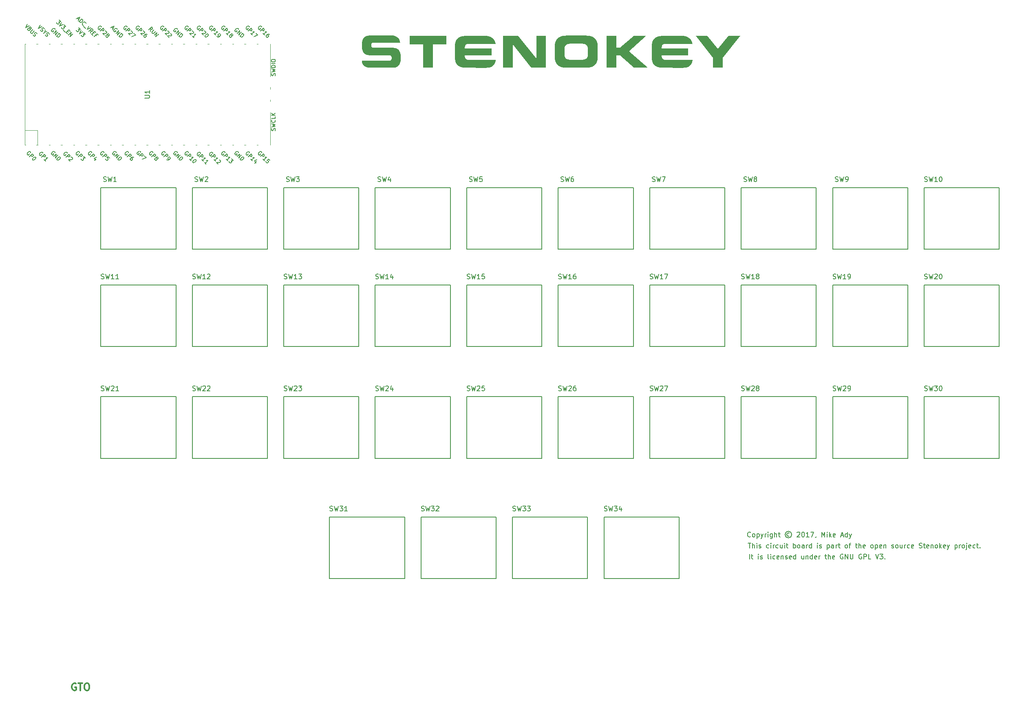
<source format=gbr>
%TF.GenerationSoftware,KiCad,Pcbnew,5.1.10-88a1d61d58~88~ubuntu20.04.1*%
%TF.CreationDate,2021-05-31T17:58:19-07:00*%
%TF.ProjectId,Stenokey,5374656e-6f6b-4657-992e-6b696361645f,1.0*%
%TF.SameCoordinates,Original*%
%TF.FileFunction,Legend,Top*%
%TF.FilePolarity,Positive*%
%FSLAX46Y46*%
G04 Gerber Fmt 4.6, Leading zero omitted, Abs format (unit mm)*
G04 Created by KiCad (PCBNEW 5.1.10-88a1d61d58~88~ubuntu20.04.1) date 2021-05-31 17:58:19*
%MOMM*%
%LPD*%
G01*
G04 APERTURE LIST*
%ADD10C,0.300000*%
%ADD11C,0.120000*%
%ADD12C,0.150000*%
%ADD13C,0.200000*%
%ADD14O,2.100000X2.100000*%
%ADD15O,2.200000X2.200000*%
%ADD16O,1.900000X1.900000*%
%ADD17C,8.400000*%
%ADD18C,3.400000*%
G04 APERTURE END LIST*
D10*
X121035714Y-201250000D02*
X120892857Y-201178571D01*
X120678571Y-201178571D01*
X120464285Y-201250000D01*
X120321428Y-201392857D01*
X120250000Y-201535714D01*
X120178571Y-201821428D01*
X120178571Y-202035714D01*
X120250000Y-202321428D01*
X120321428Y-202464285D01*
X120464285Y-202607142D01*
X120678571Y-202678571D01*
X120821428Y-202678571D01*
X121035714Y-202607142D01*
X121107142Y-202535714D01*
X121107142Y-202035714D01*
X120821428Y-202035714D01*
X121535714Y-201178571D02*
X122392857Y-201178571D01*
X121964285Y-202678571D02*
X121964285Y-201178571D01*
X123178571Y-201178571D02*
X123464285Y-201178571D01*
X123607142Y-201250000D01*
X123750000Y-201392857D01*
X123821428Y-201678571D01*
X123821428Y-202178571D01*
X123750000Y-202464285D01*
X123607142Y-202607142D01*
X123464285Y-202678571D01*
X123178571Y-202678571D01*
X123035714Y-202607142D01*
X122892857Y-202464285D01*
X122821428Y-202178571D01*
X122821428Y-201678571D01*
X122892857Y-201392857D01*
X123035714Y-201250000D01*
X123178571Y-201178571D01*
D11*
%TO.C,U1*%
X110390000Y-89240000D02*
X110390000Y-68240000D01*
X161390000Y-82440000D02*
X161390000Y-89240000D01*
X113057000Y-89240000D02*
X113057000Y-86233000D01*
X113057000Y-86233000D02*
X110390000Y-86233000D01*
X110390000Y-89240000D02*
X110690000Y-89240000D01*
X112790000Y-89240000D02*
X113190000Y-89240000D01*
X115390000Y-89240000D02*
X115790000Y-89240000D01*
X117890000Y-89240000D02*
X118290000Y-89240000D01*
X120490000Y-89240000D02*
X120890000Y-89240000D01*
X122990000Y-89240000D02*
X123390000Y-89240000D01*
X125490000Y-89240000D02*
X125890000Y-89240000D01*
X128090000Y-89240000D02*
X128490000Y-89240000D01*
X130590000Y-89240000D02*
X130990000Y-89240000D01*
X133190000Y-89240000D02*
X133590000Y-89240000D01*
X135690000Y-89240000D02*
X136090000Y-89240000D01*
X138190000Y-89240000D02*
X138590000Y-89240000D01*
X140790000Y-89240000D02*
X141190000Y-89240000D01*
X143290000Y-89240000D02*
X143690000Y-89240000D01*
X145890000Y-89240000D02*
X146290000Y-89240000D01*
X148390000Y-89240000D02*
X148790000Y-89240000D01*
X150990000Y-89240000D02*
X151390000Y-89240000D01*
X153490000Y-89240000D02*
X153890000Y-89240000D01*
X155990000Y-89240000D02*
X156390000Y-89240000D01*
X158590000Y-89240000D02*
X158990000Y-89240000D01*
X125490000Y-68240000D02*
X125890000Y-68240000D01*
X130590000Y-68240000D02*
X130990000Y-68240000D01*
X138190000Y-68240000D02*
X138590000Y-68240000D01*
X145890000Y-68240000D02*
X146290000Y-68240000D01*
X115390000Y-68240000D02*
X115790000Y-68240000D01*
X112790000Y-68240000D02*
X113190000Y-68240000D01*
X120490000Y-68240000D02*
X120890000Y-68240000D01*
X153490000Y-68240000D02*
X153890000Y-68240000D01*
X158590000Y-68240000D02*
X158990000Y-68240000D01*
X155990000Y-68240000D02*
X156390000Y-68240000D01*
X140790000Y-68240000D02*
X141190000Y-68240000D01*
X135690000Y-68240000D02*
X136090000Y-68240000D01*
X122990000Y-68240000D02*
X123390000Y-68240000D01*
X128090000Y-68240000D02*
X128490000Y-68240000D01*
X148390000Y-68240000D02*
X148790000Y-68240000D01*
X133190000Y-68240000D02*
X133590000Y-68240000D01*
X110390000Y-68240000D02*
X110690000Y-68240000D01*
X117890000Y-68240000D02*
X118290000Y-68240000D01*
X143290000Y-68240000D02*
X143690000Y-68240000D01*
X150990000Y-68240000D02*
X151390000Y-68240000D01*
X161390000Y-68240000D02*
X161390000Y-75040000D01*
X161390000Y-80240000D02*
X161390000Y-79840000D01*
X161390000Y-77640000D02*
X161390000Y-77240000D01*
D12*
%TO.C,SW1*%
X141800000Y-98100000D02*
X126200000Y-98100000D01*
X141800000Y-110900000D02*
X141800000Y-98100000D01*
X126200000Y-110900000D02*
X141800000Y-110900000D01*
X126200000Y-98100000D02*
X126200000Y-110900000D01*
%TO.C,SW2*%
X160800000Y-98100000D02*
X145200000Y-98100000D01*
X160800000Y-110900000D02*
X160800000Y-98100000D01*
X145200000Y-110900000D02*
X160800000Y-110900000D01*
X145200000Y-98100000D02*
X145200000Y-110900000D01*
%TO.C,SW3*%
X179800000Y-98100000D02*
X164200000Y-98100000D01*
X179800000Y-110900000D02*
X179800000Y-98100000D01*
X164200000Y-110900000D02*
X179800000Y-110900000D01*
X164200000Y-98100000D02*
X164200000Y-110900000D01*
%TO.C,SW4*%
X198800000Y-98100000D02*
X183200000Y-98100000D01*
X198800000Y-110900000D02*
X198800000Y-98100000D01*
X183200000Y-110900000D02*
X198800000Y-110900000D01*
X183200000Y-98100000D02*
X183200000Y-110900000D01*
%TO.C,SW5*%
X217800000Y-98100000D02*
X202200000Y-98100000D01*
X217800000Y-110900000D02*
X217800000Y-98100000D01*
X202200000Y-110900000D02*
X217800000Y-110900000D01*
X202200000Y-98100000D02*
X202200000Y-110900000D01*
%TO.C,SW6*%
X236800000Y-98100000D02*
X221200000Y-98100000D01*
X236800000Y-110900000D02*
X236800000Y-98100000D01*
X221200000Y-110900000D02*
X236800000Y-110900000D01*
X221200000Y-98100000D02*
X221200000Y-110900000D01*
%TO.C,SW7*%
X255800000Y-98100000D02*
X240200000Y-98100000D01*
X255800000Y-110900000D02*
X255800000Y-98100000D01*
X240200000Y-110900000D02*
X255800000Y-110900000D01*
X240200000Y-98100000D02*
X240200000Y-110900000D01*
%TO.C,SW8*%
X274800000Y-98100000D02*
X259200000Y-98100000D01*
X274800000Y-110900000D02*
X274800000Y-98100000D01*
X259200000Y-110900000D02*
X274800000Y-110900000D01*
X259200000Y-98100000D02*
X259200000Y-110900000D01*
%TO.C,SW9*%
X293800000Y-98100000D02*
X278200000Y-98100000D01*
X293800000Y-110900000D02*
X293800000Y-98100000D01*
X278200000Y-110900000D02*
X293800000Y-110900000D01*
X278200000Y-98100000D02*
X278200000Y-110900000D01*
%TO.C,SW10*%
X312800000Y-98100000D02*
X297200000Y-98100000D01*
X312800000Y-110900000D02*
X312800000Y-98100000D01*
X297200000Y-110900000D02*
X312800000Y-110900000D01*
X297200000Y-98100000D02*
X297200000Y-110900000D01*
%TO.C,SW11*%
X141800000Y-118350000D02*
X126200000Y-118350000D01*
X141800000Y-131150000D02*
X141800000Y-118350000D01*
X126200000Y-131150000D02*
X141800000Y-131150000D01*
X126200000Y-118350000D02*
X126200000Y-131150000D01*
%TO.C,SW12*%
X160800000Y-118350000D02*
X145200000Y-118350000D01*
X160800000Y-131150000D02*
X160800000Y-118350000D01*
X145200000Y-131150000D02*
X160800000Y-131150000D01*
X145200000Y-118350000D02*
X145200000Y-131150000D01*
%TO.C,SW13*%
X179800000Y-118350000D02*
X164200000Y-118350000D01*
X179800000Y-131150000D02*
X179800000Y-118350000D01*
X164200000Y-131150000D02*
X179800000Y-131150000D01*
X164200000Y-118350000D02*
X164200000Y-131150000D01*
%TO.C,SW14*%
X198800000Y-118350000D02*
X183200000Y-118350000D01*
X198800000Y-131150000D02*
X198800000Y-118350000D01*
X183200000Y-131150000D02*
X198800000Y-131150000D01*
X183200000Y-118350000D02*
X183200000Y-131150000D01*
%TO.C,SW15*%
X217800000Y-118350000D02*
X202200000Y-118350000D01*
X217800000Y-131150000D02*
X217800000Y-118350000D01*
X202200000Y-131150000D02*
X217800000Y-131150000D01*
X202200000Y-118350000D02*
X202200000Y-131150000D01*
%TO.C,SW16*%
X236800000Y-118350000D02*
X221200000Y-118350000D01*
X236800000Y-131150000D02*
X236800000Y-118350000D01*
X221200000Y-131150000D02*
X236800000Y-131150000D01*
X221200000Y-118350000D02*
X221200000Y-131150000D01*
%TO.C,SW17*%
X255800000Y-118350000D02*
X240200000Y-118350000D01*
X255800000Y-131150000D02*
X255800000Y-118350000D01*
X240200000Y-131150000D02*
X255800000Y-131150000D01*
X240200000Y-118350000D02*
X240200000Y-131150000D01*
%TO.C,SW18*%
X274800000Y-118350000D02*
X259200000Y-118350000D01*
X274800000Y-131150000D02*
X274800000Y-118350000D01*
X259200000Y-131150000D02*
X274800000Y-131150000D01*
X259200000Y-118350000D02*
X259200000Y-131150000D01*
%TO.C,SW19*%
X293800000Y-118350000D02*
X278200000Y-118350000D01*
X293800000Y-131150000D02*
X293800000Y-118350000D01*
X278200000Y-131150000D02*
X293800000Y-131150000D01*
X278200000Y-118350000D02*
X278200000Y-131150000D01*
%TO.C,SW20*%
X312800000Y-118350000D02*
X297200000Y-118350000D01*
X312800000Y-131150000D02*
X312800000Y-118350000D01*
X297200000Y-131150000D02*
X312800000Y-131150000D01*
X297200000Y-118350000D02*
X297200000Y-131150000D01*
%TO.C,SW21*%
X141800000Y-141600000D02*
X126200000Y-141600000D01*
X141800000Y-154400000D02*
X141800000Y-141600000D01*
X126200000Y-154400000D02*
X141800000Y-154400000D01*
X126200000Y-141600000D02*
X126200000Y-154400000D01*
%TO.C,SW22*%
X160800000Y-141600000D02*
X145200000Y-141600000D01*
X160800000Y-154400000D02*
X160800000Y-141600000D01*
X145200000Y-154400000D02*
X160800000Y-154400000D01*
X145200000Y-141600000D02*
X145200000Y-154400000D01*
%TO.C,SW23*%
X179800000Y-141600000D02*
X164200000Y-141600000D01*
X179800000Y-154400000D02*
X179800000Y-141600000D01*
X164200000Y-154400000D02*
X179800000Y-154400000D01*
X164200000Y-141600000D02*
X164200000Y-154400000D01*
%TO.C,SW24*%
X198800000Y-141600000D02*
X183200000Y-141600000D01*
X198800000Y-154400000D02*
X198800000Y-141600000D01*
X183200000Y-154400000D02*
X198800000Y-154400000D01*
X183200000Y-141600000D02*
X183200000Y-154400000D01*
%TO.C,SW25*%
X217800000Y-141600000D02*
X202200000Y-141600000D01*
X217800000Y-154400000D02*
X217800000Y-141600000D01*
X202200000Y-154400000D02*
X217800000Y-154400000D01*
X202200000Y-141600000D02*
X202200000Y-154400000D01*
%TO.C,SW26*%
X236800000Y-141600000D02*
X221200000Y-141600000D01*
X236800000Y-154400000D02*
X236800000Y-141600000D01*
X221200000Y-154400000D02*
X236800000Y-154400000D01*
X221200000Y-141600000D02*
X221200000Y-154400000D01*
%TO.C,SW27*%
X255800000Y-141600000D02*
X240200000Y-141600000D01*
X255800000Y-154400000D02*
X255800000Y-141600000D01*
X240200000Y-154400000D02*
X255800000Y-154400000D01*
X240200000Y-141600000D02*
X240200000Y-154400000D01*
%TO.C,SW28*%
X274800000Y-141600000D02*
X259200000Y-141600000D01*
X274800000Y-154400000D02*
X274800000Y-141600000D01*
X259200000Y-154400000D02*
X274800000Y-154400000D01*
X259200000Y-141600000D02*
X259200000Y-154400000D01*
%TO.C,SW29*%
X293800000Y-141600000D02*
X278200000Y-141600000D01*
X293800000Y-154400000D02*
X293800000Y-141600000D01*
X278200000Y-154400000D02*
X293800000Y-154400000D01*
X278200000Y-141600000D02*
X278200000Y-154400000D01*
%TO.C,SW30*%
X312800000Y-141600000D02*
X297200000Y-141600000D01*
X312800000Y-154400000D02*
X312800000Y-141600000D01*
X297200000Y-154400000D02*
X312800000Y-154400000D01*
X297200000Y-141600000D02*
X297200000Y-154400000D01*
%TO.C,SW31*%
X189300000Y-166600000D02*
X173700000Y-166600000D01*
X189300000Y-179400000D02*
X189300000Y-166600000D01*
X173700000Y-179400000D02*
X189300000Y-179400000D01*
X173700000Y-166600000D02*
X173700000Y-179400000D01*
%TO.C,SW32*%
X208300000Y-166600000D02*
X192700000Y-166600000D01*
X208300000Y-179400000D02*
X208300000Y-166600000D01*
X192700000Y-179400000D02*
X208300000Y-179400000D01*
X192700000Y-166600000D02*
X192700000Y-179400000D01*
%TO.C,SW33*%
X227300000Y-166600000D02*
X211700000Y-166600000D01*
X227300000Y-179400000D02*
X227300000Y-166600000D01*
X211700000Y-179400000D02*
X227300000Y-179400000D01*
X211700000Y-166600000D02*
X211700000Y-179400000D01*
%TO.C,SW34*%
X246300000Y-166600000D02*
X230700000Y-166600000D01*
X246300000Y-179400000D02*
X246300000Y-166600000D01*
X230700000Y-179400000D02*
X246300000Y-179400000D01*
X230700000Y-166600000D02*
X230700000Y-179400000D01*
D13*
%TO.C,Z18*%
G36*
X186115471Y-71728468D02*
G01*
X186135579Y-71728213D01*
X186155264Y-71727449D01*
X186174526Y-71726175D01*
X186193364Y-71724392D01*
X186211779Y-71722099D01*
X186229771Y-71719296D01*
X186247339Y-71715984D01*
X186264484Y-71712162D01*
X186281206Y-71707831D01*
X186297504Y-71702990D01*
X186313379Y-71697640D01*
X186328831Y-71691780D01*
X186343859Y-71685410D01*
X186358464Y-71678531D01*
X186372646Y-71671142D01*
X186386404Y-71663244D01*
X186399739Y-71654836D01*
X186412651Y-71645919D01*
X186425139Y-71636492D01*
X186437204Y-71626556D01*
X186448846Y-71616110D01*
X186460064Y-71605154D01*
X186470859Y-71593689D01*
X186481231Y-71581714D01*
X186491179Y-71569230D01*
X186500704Y-71556236D01*
X186509806Y-71542733D01*
X186518484Y-71528720D01*
X186526739Y-71514197D01*
X186534571Y-71499165D01*
X186541979Y-71483623D01*
X186548964Y-71467572D01*
X186555526Y-71451011D01*
X186561664Y-71433941D01*
X186567379Y-71416361D01*
X186572671Y-71398271D01*
X186577539Y-71379672D01*
X186581984Y-71360564D01*
X186586006Y-71340946D01*
X186589604Y-71320818D01*
X186592779Y-71300181D01*
X186595531Y-71279034D01*
X186597859Y-71257377D01*
X186599764Y-71235211D01*
X186601246Y-71212536D01*
X186602304Y-71189351D01*
X186602939Y-71165656D01*
X186603151Y-71141452D01*
X186602934Y-71117878D01*
X186602284Y-71094812D01*
X186601201Y-71072252D01*
X186599684Y-71050200D01*
X186597734Y-71028654D01*
X186595350Y-71007616D01*
X186592533Y-70987084D01*
X186589283Y-70967059D01*
X186585600Y-70947541D01*
X186581483Y-70928531D01*
X186576932Y-70910027D01*
X186571949Y-70892030D01*
X186566532Y-70874540D01*
X186560681Y-70857557D01*
X186554397Y-70841081D01*
X186547680Y-70825112D01*
X186540530Y-70809650D01*
X186532946Y-70794695D01*
X186524929Y-70780246D01*
X186516478Y-70766305D01*
X186507594Y-70752871D01*
X186498277Y-70739943D01*
X186488526Y-70727523D01*
X186478342Y-70715610D01*
X186467725Y-70704203D01*
X186456674Y-70693304D01*
X186445190Y-70682911D01*
X186433273Y-70673025D01*
X186420922Y-70663647D01*
X186408137Y-70654775D01*
X186394920Y-70646410D01*
X186381269Y-70638552D01*
X186367185Y-70631202D01*
X186352667Y-70624358D01*
X186337716Y-70618021D01*
X186322332Y-70612191D01*
X186306514Y-70606868D01*
X186290263Y-70602052D01*
X186273578Y-70597743D01*
X186256461Y-70593940D01*
X186238909Y-70590645D01*
X186220925Y-70587857D01*
X186202507Y-70585576D01*
X186183656Y-70583801D01*
X186164371Y-70582534D01*
X186144653Y-70581773D01*
X186124502Y-70581520D01*
X181970191Y-70581520D01*
X181950954Y-70581440D01*
X181931838Y-70581201D01*
X181912841Y-70580802D01*
X181893964Y-70580243D01*
X181875207Y-70579525D01*
X181856570Y-70578648D01*
X181838053Y-70577611D01*
X181819656Y-70576414D01*
X181801378Y-70575057D01*
X181783221Y-70573541D01*
X181765183Y-70571866D01*
X181747265Y-70570031D01*
X181729467Y-70568036D01*
X181711788Y-70565882D01*
X181694230Y-70563568D01*
X181676791Y-70561095D01*
X181659473Y-70558462D01*
X181642274Y-70555669D01*
X181625195Y-70552717D01*
X181608236Y-70549606D01*
X181591396Y-70546335D01*
X181574677Y-70542904D01*
X181558077Y-70539313D01*
X181541597Y-70535564D01*
X181525238Y-70531654D01*
X181508998Y-70527585D01*
X181492877Y-70523356D01*
X181476877Y-70518968D01*
X181460997Y-70514420D01*
X181445236Y-70509713D01*
X181429595Y-70504846D01*
X181414074Y-70499820D01*
X181398673Y-70494634D01*
X181383392Y-70489288D01*
X181368231Y-70483783D01*
X181353189Y-70478118D01*
X181338267Y-70472294D01*
X181323466Y-70466310D01*
X181308784Y-70460166D01*
X181294222Y-70453863D01*
X181279779Y-70447400D01*
X181265457Y-70440778D01*
X181251254Y-70433996D01*
X181237172Y-70427055D01*
X181223209Y-70419954D01*
X181209366Y-70412694D01*
X181195643Y-70405274D01*
X181182039Y-70397694D01*
X181168556Y-70389955D01*
X181155192Y-70382056D01*
X181141949Y-70373998D01*
X181128825Y-70365780D01*
X181115821Y-70357402D01*
X181102937Y-70348865D01*
X181090172Y-70340169D01*
X181077528Y-70331312D01*
X181065003Y-70322297D01*
X181052599Y-70313121D01*
X181040314Y-70303786D01*
X181028149Y-70294292D01*
X181016103Y-70284638D01*
X181004178Y-70274824D01*
X180992373Y-70264851D01*
X180980687Y-70254718D01*
X180969121Y-70244426D01*
X180957675Y-70233974D01*
X180946349Y-70223363D01*
X180935143Y-70212592D01*
X180924056Y-70201661D01*
X180913090Y-70190571D01*
X180902243Y-70179321D01*
X180891516Y-70167912D01*
X180880910Y-70156343D01*
X180870422Y-70144614D01*
X180860055Y-70132726D01*
X180849808Y-70120679D01*
X180839680Y-70108471D01*
X180829672Y-70096105D01*
X180819785Y-70083578D01*
X180810017Y-70070892D01*
X180800369Y-70058047D01*
X180790840Y-70045042D01*
X180781432Y-70031877D01*
X180772143Y-70018553D01*
X180762974Y-70005069D01*
X180753926Y-69991426D01*
X180744997Y-69977623D01*
X180736187Y-69963661D01*
X180727498Y-69949539D01*
X180718929Y-69935257D01*
X180710479Y-69920816D01*
X180702149Y-69906215D01*
X180693939Y-69891455D01*
X180685849Y-69876535D01*
X180677879Y-69861455D01*
X180670029Y-69846216D01*
X180662298Y-69830818D01*
X180654688Y-69815259D01*
X180647197Y-69799542D01*
X180639826Y-69783664D01*
X180632575Y-69767627D01*
X180625444Y-69751431D01*
X180618432Y-69735075D01*
X180611541Y-69718559D01*
X180604769Y-69701884D01*
X180598117Y-69685049D01*
X180591585Y-69668055D01*
X180585173Y-69650901D01*
X180578881Y-69633588D01*
X180572708Y-69616115D01*
X180566656Y-69598482D01*
X180560723Y-69580690D01*
X180554910Y-69562738D01*
X180549217Y-69544627D01*
X180543644Y-69526356D01*
X180538191Y-69507925D01*
X180532857Y-69489335D01*
X180527644Y-69470586D01*
X180522550Y-69451677D01*
X180517576Y-69432608D01*
X180512722Y-69413380D01*
X180507988Y-69393992D01*
X180503374Y-69374444D01*
X180498879Y-69354737D01*
X180494504Y-69334871D01*
X180490250Y-69314844D01*
X180486115Y-69294659D01*
X180482100Y-69274313D01*
X180478204Y-69253808D01*
X180474429Y-69233144D01*
X180470774Y-69212320D01*
X180467238Y-69191336D01*
X180463822Y-69170193D01*
X180460526Y-69148890D01*
X180457350Y-69127428D01*
X180454294Y-69105806D01*
X180451357Y-69084025D01*
X180448541Y-69062084D01*
X180445844Y-69039983D01*
X180443267Y-69017723D01*
X180440810Y-68995303D01*
X180438473Y-68972724D01*
X180436256Y-68949985D01*
X180434159Y-68927087D01*
X180432181Y-68904029D01*
X180430323Y-68880811D01*
X180428585Y-68857434D01*
X180426967Y-68833897D01*
X180425469Y-68810201D01*
X180424091Y-68786345D01*
X180422833Y-68762329D01*
X180421694Y-68738154D01*
X180420675Y-68713820D01*
X180419776Y-68689326D01*
X180418997Y-68664672D01*
X180418338Y-68639859D01*
X180417799Y-68614886D01*
X180417379Y-68589753D01*
X180417080Y-68564461D01*
X180416900Y-68539010D01*
X180416840Y-68513398D01*
X180416901Y-68488145D01*
X180417086Y-68463052D01*
X180417393Y-68438117D01*
X180417823Y-68413343D01*
X180418376Y-68388727D01*
X180419052Y-68364271D01*
X180419851Y-68339973D01*
X180420772Y-68315836D01*
X180421817Y-68291857D01*
X180422984Y-68268038D01*
X180424275Y-68244379D01*
X180425688Y-68220878D01*
X180427224Y-68197537D01*
X180428883Y-68174356D01*
X180430665Y-68151333D01*
X180432569Y-68128470D01*
X180434597Y-68105766D01*
X180436748Y-68083222D01*
X180439021Y-68060837D01*
X180441417Y-68038611D01*
X180443936Y-68016544D01*
X180446579Y-67994637D01*
X180449343Y-67972889D01*
X180452231Y-67951301D01*
X180455242Y-67929872D01*
X180458376Y-67908602D01*
X180461632Y-67887491D01*
X180465012Y-67866540D01*
X180468514Y-67845748D01*
X180472139Y-67825116D01*
X180475887Y-67804643D01*
X180479758Y-67784329D01*
X180483752Y-67764174D01*
X180487868Y-67744179D01*
X180492108Y-67724343D01*
X180496471Y-67704666D01*
X180500956Y-67685149D01*
X180505564Y-67665791D01*
X180510295Y-67646593D01*
X180515149Y-67627553D01*
X180520126Y-67608673D01*
X180525226Y-67589953D01*
X180530449Y-67571391D01*
X180535794Y-67552989D01*
X180541263Y-67534747D01*
X180546854Y-67516663D01*
X180552568Y-67498739D01*
X180558406Y-67480975D01*
X180564366Y-67463369D01*
X180570448Y-67445923D01*
X180576654Y-67428636D01*
X180582983Y-67411509D01*
X180589434Y-67394541D01*
X180596009Y-67377732D01*
X180602706Y-67361083D01*
X180609526Y-67344593D01*
X180616470Y-67328262D01*
X180623536Y-67312090D01*
X180630724Y-67296078D01*
X180638036Y-67280225D01*
X180645471Y-67264532D01*
X180653028Y-67248998D01*
X180660709Y-67233623D01*
X180668512Y-67218407D01*
X180676438Y-67203351D01*
X180684487Y-67188454D01*
X180692659Y-67173717D01*
X180700954Y-67159139D01*
X180709372Y-67144720D01*
X180717913Y-67130460D01*
X180726576Y-67116360D01*
X180735363Y-67102419D01*
X180744272Y-67088638D01*
X180753304Y-67075015D01*
X180762459Y-67061552D01*
X180771737Y-67048249D01*
X180781138Y-67035104D01*
X180790662Y-67022120D01*
X180800308Y-67009294D01*
X180810078Y-66996628D01*
X180819970Y-66984121D01*
X180829985Y-66971773D01*
X180840124Y-66959585D01*
X180850385Y-66947556D01*
X180860769Y-66935686D01*
X180871275Y-66923976D01*
X180881905Y-66912424D01*
X180892658Y-66901033D01*
X180903533Y-66889800D01*
X180914532Y-66878727D01*
X180925653Y-66867814D01*
X180936897Y-66857059D01*
X180948264Y-66846464D01*
X180959754Y-66836028D01*
X180971367Y-66825752D01*
X180983102Y-66815635D01*
X180994961Y-66805677D01*
X181006942Y-66795878D01*
X181019047Y-66786239D01*
X181031274Y-66776760D01*
X181043624Y-66767439D01*
X181056097Y-66758278D01*
X181068693Y-66749276D01*
X181081412Y-66740433D01*
X181094253Y-66731750D01*
X181107218Y-66723226D01*
X181120305Y-66714862D01*
X181133516Y-66706657D01*
X181146849Y-66698611D01*
X181160305Y-66690724D01*
X181173884Y-66682997D01*
X181187586Y-66675429D01*
X181201411Y-66668020D01*
X181215358Y-66660771D01*
X181229429Y-66653681D01*
X181243622Y-66646751D01*
X181257939Y-66639979D01*
X181272378Y-66633367D01*
X181286940Y-66626915D01*
X181301625Y-66620621D01*
X181316433Y-66614487D01*
X181331364Y-66608513D01*
X181346417Y-66602697D01*
X181361594Y-66597041D01*
X181376893Y-66591545D01*
X181392315Y-66586207D01*
X181407861Y-66581029D01*
X181423529Y-66576010D01*
X181439320Y-66571151D01*
X181455234Y-66566451D01*
X181471270Y-66561910D01*
X181487430Y-66557529D01*
X181503712Y-66553307D01*
X181520118Y-66549244D01*
X181536646Y-66545340D01*
X181553297Y-66541596D01*
X181570071Y-66538012D01*
X181586968Y-66534586D01*
X181603988Y-66531320D01*
X181621131Y-66528213D01*
X181638396Y-66525266D01*
X181655785Y-66522477D01*
X181673296Y-66519848D01*
X181690930Y-66517379D01*
X181708688Y-66515069D01*
X181726568Y-66512918D01*
X181744571Y-66510926D01*
X181762696Y-66509094D01*
X181780945Y-66507421D01*
X181799317Y-66505908D01*
X181817811Y-66504553D01*
X181836428Y-66503358D01*
X181855169Y-66502323D01*
X181874032Y-66501446D01*
X181893018Y-66500730D01*
X181912127Y-66500172D01*
X181931358Y-66499774D01*
X181950713Y-66499535D01*
X181970191Y-66499455D01*
X186892147Y-66499455D01*
X186911122Y-66499912D01*
X186930087Y-66500670D01*
X186949042Y-66501729D01*
X186967986Y-66503089D01*
X186986920Y-66504750D01*
X187005843Y-66506711D01*
X187024757Y-66508974D01*
X187043659Y-66511538D01*
X187062552Y-66514402D01*
X187081434Y-66517568D01*
X187100306Y-66521034D01*
X187119167Y-66524802D01*
X187138018Y-66528870D01*
X187156858Y-66533239D01*
X187175688Y-66537909D01*
X187194508Y-66542880D01*
X187213318Y-66548152D01*
X187232117Y-66553725D01*
X187250905Y-66559599D01*
X187269684Y-66565774D01*
X187288451Y-66572250D01*
X187307209Y-66579027D01*
X187325956Y-66586104D01*
X187344693Y-66593483D01*
X187363419Y-66601162D01*
X187382135Y-66609143D01*
X187400841Y-66617424D01*
X187419536Y-66626007D01*
X187438221Y-66634890D01*
X187456895Y-66644074D01*
X187475560Y-66653559D01*
X187494213Y-66663345D01*
X187512857Y-66673432D01*
X187531490Y-66683820D01*
X187550112Y-66694509D01*
X187568724Y-66705499D01*
X187587326Y-66716789D01*
X187605918Y-66728381D01*
X187624499Y-66740274D01*
X187643070Y-66752467D01*
X187661630Y-66764962D01*
X187680180Y-66777757D01*
X187698719Y-66790853D01*
X187717249Y-66804251D01*
X187735768Y-66817949D01*
X187754276Y-66831948D01*
X187772774Y-66846248D01*
X187791262Y-66860849D01*
X187809739Y-66875751D01*
X187828206Y-66890954D01*
X187846663Y-66906458D01*
X187865109Y-66922262D01*
X187883545Y-66938368D01*
X187901970Y-66954775D01*
X187920385Y-66971482D01*
X187938790Y-66988491D01*
X187957184Y-67005800D01*
X187975568Y-67023410D01*
X187993942Y-67041322D01*
X188008476Y-67056138D01*
X188022728Y-67071237D01*
X188036698Y-67086619D01*
X188050386Y-67102282D01*
X188063792Y-67118228D01*
X188076915Y-67134456D01*
X188089756Y-67150966D01*
X188102315Y-67167758D01*
X188114592Y-67184833D01*
X188126586Y-67202190D01*
X188138298Y-67219829D01*
X188149728Y-67237750D01*
X188160876Y-67255953D01*
X188171742Y-67274439D01*
X188182325Y-67293207D01*
X188192626Y-67312257D01*
X188202645Y-67331589D01*
X188212382Y-67351204D01*
X188221836Y-67371101D01*
X188231008Y-67391280D01*
X188239898Y-67411741D01*
X188248506Y-67432484D01*
X188256832Y-67453510D01*
X188264875Y-67474818D01*
X188272636Y-67496408D01*
X188280115Y-67518280D01*
X188287312Y-67540434D01*
X188294226Y-67562871D01*
X188300858Y-67585590D01*
X188307208Y-67608591D01*
X188313276Y-67631874D01*
X188319062Y-67655440D01*
X188326086Y-67689437D01*
X188332709Y-67721589D01*
X188338930Y-67751893D01*
X188344750Y-67780352D01*
X188350168Y-67806964D01*
X188355186Y-67831729D01*
X188359801Y-67854648D01*
X188364016Y-67875721D01*
X188367829Y-67894947D01*
X188371240Y-67912327D01*
X188374250Y-67927861D01*
X188376859Y-67941548D01*
X188379066Y-67953389D01*
X188380872Y-67963384D01*
X188382276Y-67971532D01*
X182828144Y-67971532D01*
X182807446Y-67971807D01*
X182787224Y-67972633D01*
X182767478Y-67974009D01*
X182748207Y-67975935D01*
X182729413Y-67978412D01*
X182711094Y-67981440D01*
X182693251Y-67985018D01*
X182675884Y-67989146D01*
X182658993Y-67993825D01*
X182642577Y-67999054D01*
X182626637Y-68004834D01*
X182611173Y-68011164D01*
X182596185Y-68018044D01*
X182581673Y-68025475D01*
X182567637Y-68033457D01*
X182554076Y-68041989D01*
X182540991Y-68051071D01*
X182528382Y-68060704D01*
X182516249Y-68070887D01*
X182504591Y-68081621D01*
X182493410Y-68092905D01*
X182482704Y-68104739D01*
X182472474Y-68117124D01*
X182462720Y-68130060D01*
X182453442Y-68143546D01*
X182444639Y-68157582D01*
X182436312Y-68172169D01*
X182428461Y-68187306D01*
X182421086Y-68202993D01*
X182414187Y-68219232D01*
X182407764Y-68236020D01*
X182401816Y-68253359D01*
X182396344Y-68271249D01*
X182391348Y-68289688D01*
X182386828Y-68308679D01*
X182382783Y-68328219D01*
X182379215Y-68348311D01*
X182376122Y-68368952D01*
X182373505Y-68390144D01*
X182371364Y-68411887D01*
X182369698Y-68434180D01*
X182368509Y-68457023D01*
X182367795Y-68480417D01*
X182367557Y-68504362D01*
X182367785Y-68528177D01*
X182368467Y-68551457D01*
X182369604Y-68574202D01*
X182371197Y-68596412D01*
X182373244Y-68618087D01*
X182375746Y-68639226D01*
X182378702Y-68659831D01*
X182382114Y-68679900D01*
X182385981Y-68699434D01*
X182390302Y-68718432D01*
X182395079Y-68736896D01*
X182400310Y-68754824D01*
X182405996Y-68772218D01*
X182412138Y-68789076D01*
X182418734Y-68805399D01*
X182425785Y-68821186D01*
X182433290Y-68836439D01*
X182441251Y-68851156D01*
X182449667Y-68865338D01*
X182458537Y-68878985D01*
X182467863Y-68892097D01*
X182477643Y-68904674D01*
X182487878Y-68916715D01*
X182498569Y-68928222D01*
X182509714Y-68939193D01*
X182521314Y-68949629D01*
X182533369Y-68959530D01*
X182545878Y-68968895D01*
X182558843Y-68977726D01*
X182572263Y-68986021D01*
X182586137Y-68993781D01*
X182600466Y-69001006D01*
X182615251Y-69007696D01*
X182630490Y-69013850D01*
X182646184Y-69019469D01*
X182662333Y-69024554D01*
X182678937Y-69029103D01*
X182695995Y-69033116D01*
X182713509Y-69036595D01*
X182731478Y-69039539D01*
X182749901Y-69041947D01*
X182768779Y-69043820D01*
X182788113Y-69045158D01*
X182807901Y-69045961D01*
X182828144Y-69046228D01*
X186910206Y-69046228D01*
X186930113Y-69046306D01*
X186949896Y-69046539D01*
X186969556Y-69046928D01*
X186989091Y-69047471D01*
X187008502Y-69048171D01*
X187027790Y-69049025D01*
X187046953Y-69050035D01*
X187065992Y-69051201D01*
X187084907Y-69052522D01*
X187103698Y-69053998D01*
X187122365Y-69055629D01*
X187140908Y-69057416D01*
X187159327Y-69059359D01*
X187177622Y-69061457D01*
X187195793Y-69063710D01*
X187213840Y-69066118D01*
X187231763Y-69068682D01*
X187249562Y-69071402D01*
X187267236Y-69074276D01*
X187284787Y-69077306D01*
X187302214Y-69080492D01*
X187319517Y-69083833D01*
X187336695Y-69087329D01*
X187353750Y-69090981D01*
X187370680Y-69094788D01*
X187387487Y-69098750D01*
X187404169Y-69102868D01*
X187420728Y-69107141D01*
X187437162Y-69111570D01*
X187453473Y-69116154D01*
X187469659Y-69120894D01*
X187485722Y-69125788D01*
X187501660Y-69130839D01*
X187517474Y-69136044D01*
X187533164Y-69141405D01*
X187548731Y-69146922D01*
X187564173Y-69152593D01*
X187579491Y-69158420D01*
X187594685Y-69164403D01*
X187609755Y-69170541D01*
X187624701Y-69176834D01*
X187639523Y-69183283D01*
X187654221Y-69189887D01*
X187668795Y-69196647D01*
X187683245Y-69203562D01*
X187697571Y-69210632D01*
X187711773Y-69217857D01*
X187725851Y-69225239D01*
X187739804Y-69232775D01*
X187753634Y-69240467D01*
X187767340Y-69248314D01*
X187780922Y-69256317D01*
X187794379Y-69264475D01*
X187807713Y-69272788D01*
X187820922Y-69281257D01*
X187834008Y-69289881D01*
X187846969Y-69298661D01*
X187859807Y-69307596D01*
X187872520Y-69316686D01*
X187885110Y-69325932D01*
X187897575Y-69335333D01*
X187909916Y-69344890D01*
X187922134Y-69354601D01*
X187934227Y-69364469D01*
X187946196Y-69374491D01*
X187958042Y-69384670D01*
X187969763Y-69395003D01*
X187981360Y-69405492D01*
X187992833Y-69416136D01*
X188004182Y-69426936D01*
X188015407Y-69437891D01*
X188026508Y-69449001D01*
X188037485Y-69460267D01*
X188048338Y-69471688D01*
X188059067Y-69483265D01*
X188069672Y-69494997D01*
X188080153Y-69506885D01*
X188090509Y-69518927D01*
X188100742Y-69531125D01*
X188110851Y-69543479D01*
X188120836Y-69555988D01*
X188130696Y-69568652D01*
X188140433Y-69581472D01*
X188150046Y-69594447D01*
X188159534Y-69607578D01*
X188168899Y-69620864D01*
X188178139Y-69634305D01*
X188187256Y-69647902D01*
X188196248Y-69661654D01*
X188205116Y-69675561D01*
X188213861Y-69689624D01*
X188222481Y-69703842D01*
X188230977Y-69718216D01*
X188239350Y-69732745D01*
X188247598Y-69747430D01*
X188255722Y-69762269D01*
X188263722Y-69777265D01*
X188271598Y-69792415D01*
X188279351Y-69807721D01*
X188286979Y-69823183D01*
X188294483Y-69838799D01*
X188301863Y-69854572D01*
X188309119Y-69870499D01*
X188316251Y-69886582D01*
X188323258Y-69902820D01*
X188330142Y-69919214D01*
X188336902Y-69935763D01*
X188343538Y-69952468D01*
X188350050Y-69969328D01*
X188356437Y-69986343D01*
X188362701Y-70003514D01*
X188368841Y-70020840D01*
X188374856Y-70038321D01*
X188380748Y-70055958D01*
X188386516Y-70073750D01*
X188392159Y-70091698D01*
X188397679Y-70109801D01*
X188403074Y-70128060D01*
X188408346Y-70146473D01*
X188413493Y-70165043D01*
X188418516Y-70183767D01*
X188423416Y-70202647D01*
X188428191Y-70221683D01*
X188432842Y-70240873D01*
X188437369Y-70260219D01*
X188441773Y-70279721D01*
X188446052Y-70299378D01*
X188450207Y-70319190D01*
X188454238Y-70339158D01*
X188458145Y-70359281D01*
X188461928Y-70379560D01*
X188465587Y-70399994D01*
X188469122Y-70420583D01*
X188472533Y-70441328D01*
X188475820Y-70462228D01*
X188478983Y-70483283D01*
X188482021Y-70504494D01*
X188484936Y-70525860D01*
X188487727Y-70547382D01*
X188490394Y-70569059D01*
X188492936Y-70590891D01*
X188495355Y-70612879D01*
X188497650Y-70635022D01*
X188499820Y-70657321D01*
X188501867Y-70679775D01*
X188503789Y-70702384D01*
X188505588Y-70725149D01*
X188507262Y-70748069D01*
X188508813Y-70771145D01*
X188510239Y-70794376D01*
X188511541Y-70817762D01*
X188512720Y-70841304D01*
X188513774Y-70865001D01*
X188514704Y-70888853D01*
X188515511Y-70912861D01*
X188516193Y-70937024D01*
X188516751Y-70961343D01*
X188517185Y-70985817D01*
X188517495Y-71010447D01*
X188517681Y-71035231D01*
X188517743Y-71060172D01*
X188517685Y-71085773D01*
X188517510Y-71111220D01*
X188517218Y-71136512D01*
X188516810Y-71161649D01*
X188516285Y-71186632D01*
X188515643Y-71211460D01*
X188514885Y-71236133D01*
X188514010Y-71260652D01*
X188513018Y-71285016D01*
X188511909Y-71309225D01*
X188510684Y-71333279D01*
X188509343Y-71357179D01*
X188507884Y-71380924D01*
X188506309Y-71404515D01*
X188504617Y-71427950D01*
X188502809Y-71451231D01*
X188500884Y-71474358D01*
X188498842Y-71497329D01*
X188496683Y-71520146D01*
X188494408Y-71542809D01*
X188492016Y-71565316D01*
X188489508Y-71587669D01*
X188486883Y-71609867D01*
X188484141Y-71631911D01*
X188481282Y-71653800D01*
X188478307Y-71675534D01*
X188475215Y-71697113D01*
X188472007Y-71718538D01*
X188468682Y-71739808D01*
X188465240Y-71760923D01*
X188461681Y-71781884D01*
X188458006Y-71802690D01*
X188454214Y-71823341D01*
X188450305Y-71843838D01*
X188446280Y-71864180D01*
X188442138Y-71884367D01*
X188437880Y-71904399D01*
X188433504Y-71924277D01*
X188429012Y-71944000D01*
X188424404Y-71963569D01*
X188419678Y-71982983D01*
X188414836Y-72002242D01*
X188409878Y-72021346D01*
X188404802Y-72040296D01*
X188399610Y-72059091D01*
X188394302Y-72077731D01*
X188388876Y-72096217D01*
X188383334Y-72114548D01*
X188377676Y-72132724D01*
X188371900Y-72150745D01*
X188366008Y-72168612D01*
X188360000Y-72186324D01*
X188353874Y-72203882D01*
X188347632Y-72221285D01*
X188341273Y-72238533D01*
X188334798Y-72255626D01*
X188328206Y-72272565D01*
X188321497Y-72289349D01*
X188314672Y-72305978D01*
X188307730Y-72322453D01*
X188300671Y-72338773D01*
X188293495Y-72354938D01*
X188286203Y-72370948D01*
X188278794Y-72386804D01*
X188271269Y-72402505D01*
X188263627Y-72418052D01*
X188255868Y-72433444D01*
X188247992Y-72448681D01*
X188240000Y-72463763D01*
X188231891Y-72478691D01*
X188223666Y-72493464D01*
X188215324Y-72508082D01*
X188206865Y-72522546D01*
X188198289Y-72536855D01*
X188189597Y-72551009D01*
X188180788Y-72565009D01*
X188171862Y-72578853D01*
X188162820Y-72592544D01*
X188153661Y-72606079D01*
X188144386Y-72619460D01*
X188134993Y-72632686D01*
X188125484Y-72645757D01*
X188115859Y-72658674D01*
X188106116Y-72671436D01*
X188096258Y-72684044D01*
X188086282Y-72696496D01*
X188076190Y-72708794D01*
X188065981Y-72720937D01*
X188055655Y-72732926D01*
X188045213Y-72744760D01*
X188034654Y-72756439D01*
X188023978Y-72767964D01*
X188013185Y-72779333D01*
X188002276Y-72790548D01*
X187991251Y-72801609D01*
X187980108Y-72812515D01*
X187968849Y-72823266D01*
X187957474Y-72833862D01*
X187945981Y-72844304D01*
X187934372Y-72854591D01*
X187922646Y-72864723D01*
X187910804Y-72874701D01*
X187898845Y-72884523D01*
X187886769Y-72894192D01*
X187874576Y-72903705D01*
X187862267Y-72913064D01*
X187849842Y-72922268D01*
X187837299Y-72931318D01*
X187824640Y-72940212D01*
X187811864Y-72948952D01*
X187798972Y-72957538D01*
X187785962Y-72965968D01*
X187772837Y-72974244D01*
X187759594Y-72982366D01*
X187746235Y-72990332D01*
X187732759Y-72998144D01*
X187719166Y-73005801D01*
X187705457Y-73013304D01*
X187691631Y-73020652D01*
X187677689Y-73027845D01*
X187663629Y-73034883D01*
X187649454Y-73041767D01*
X187635161Y-73048496D01*
X187620752Y-73055071D01*
X187606226Y-73061490D01*
X187591583Y-73067755D01*
X187576824Y-73073866D01*
X187561948Y-73079821D01*
X187546955Y-73085622D01*
X187531846Y-73091268D01*
X187516620Y-73096760D01*
X187501277Y-73102097D01*
X187485818Y-73107279D01*
X187470242Y-73112306D01*
X187454549Y-73117179D01*
X187438740Y-73121897D01*
X187422814Y-73126461D01*
X187406771Y-73130869D01*
X187390612Y-73135123D01*
X187374336Y-73139223D01*
X187357943Y-73143167D01*
X187341434Y-73146957D01*
X187324808Y-73150592D01*
X187308065Y-73154073D01*
X187291205Y-73157399D01*
X187274229Y-73160570D01*
X187257136Y-73163586D01*
X187239927Y-73166448D01*
X187222601Y-73169155D01*
X187205158Y-73171708D01*
X187187599Y-73174105D01*
X187169922Y-73176349D01*
X187152130Y-73178437D01*
X187134220Y-73180370D01*
X187116194Y-73182149D01*
X187098051Y-73183774D01*
X187079792Y-73185243D01*
X187061415Y-73186558D01*
X187042923Y-73187718D01*
X187024313Y-73188724D01*
X187005587Y-73189575D01*
X186986744Y-73190271D01*
X186967784Y-73190812D01*
X186948708Y-73191199D01*
X186929515Y-73191431D01*
X186910206Y-73191508D01*
X182421744Y-73191508D01*
X182392042Y-73191228D01*
X182362585Y-73190809D01*
X182333372Y-73190251D01*
X182304403Y-73189553D01*
X182275678Y-73188717D01*
X182247198Y-73187741D01*
X182218962Y-73186626D01*
X182190969Y-73185371D01*
X182163222Y-73183978D01*
X182135718Y-73182445D01*
X182108459Y-73180773D01*
X182081443Y-73178962D01*
X182054672Y-73177012D01*
X182028146Y-73174922D01*
X182001863Y-73172694D01*
X181975825Y-73170326D01*
X181950031Y-73167819D01*
X181924481Y-73165172D01*
X181899175Y-73162387D01*
X181874114Y-73159462D01*
X181849296Y-73156399D01*
X181824723Y-73153195D01*
X181800395Y-73149853D01*
X181776310Y-73146372D01*
X181752470Y-73142751D01*
X181728873Y-73138991D01*
X181705521Y-73135092D01*
X181682414Y-73131054D01*
X181659550Y-73126877D01*
X181636931Y-73122560D01*
X181614556Y-73118105D01*
X181592425Y-73113510D01*
X181570538Y-73108775D01*
X181548896Y-73103902D01*
X181527498Y-73098889D01*
X181506344Y-73093738D01*
X181485434Y-73088447D01*
X181464768Y-73083017D01*
X181444347Y-73077447D01*
X181424170Y-73071739D01*
X181404237Y-73065891D01*
X181384548Y-73059904D01*
X181365104Y-73053778D01*
X181345903Y-73047513D01*
X181326947Y-73041108D01*
X181308235Y-73034565D01*
X181289768Y-73027882D01*
X181271544Y-73021060D01*
X181253565Y-73014098D01*
X181235830Y-73006998D01*
X181218339Y-72999758D01*
X181201093Y-72992380D01*
X181184091Y-72984861D01*
X181167332Y-72977204D01*
X181150819Y-72969408D01*
X181134549Y-72961472D01*
X181118523Y-72953397D01*
X181102742Y-72945183D01*
X181087205Y-72936830D01*
X181071912Y-72928338D01*
X181056864Y-72919706D01*
X181042059Y-72910935D01*
X181027499Y-72902025D01*
X181013183Y-72892976D01*
X180999111Y-72883788D01*
X180985284Y-72874460D01*
X180971701Y-72864994D01*
X180958362Y-72855388D01*
X180945267Y-72845642D01*
X180932416Y-72835758D01*
X180919810Y-72825735D01*
X180907447Y-72815572D01*
X180895329Y-72805270D01*
X180883456Y-72794829D01*
X180871826Y-72784249D01*
X180860441Y-72773529D01*
X180849300Y-72762670D01*
X180838403Y-72751672D01*
X180827750Y-72740535D01*
X180817341Y-72729259D01*
X180807177Y-72717844D01*
X180797257Y-72706289D01*
X180787581Y-72694595D01*
X180778150Y-72682762D01*
X180768962Y-72670790D01*
X180760019Y-72658678D01*
X180745571Y-72639827D01*
X180731433Y-72620935D01*
X180717607Y-72602001D01*
X180704091Y-72583027D01*
X180690886Y-72564012D01*
X180677991Y-72544956D01*
X180665407Y-72525859D01*
X180653134Y-72506722D01*
X180641172Y-72487543D01*
X180629520Y-72468324D01*
X180618179Y-72449064D01*
X180607149Y-72429762D01*
X180596429Y-72410420D01*
X180586020Y-72391037D01*
X180575922Y-72371614D01*
X180566135Y-72352149D01*
X180556658Y-72332643D01*
X180547492Y-72313097D01*
X180538637Y-72293510D01*
X180530092Y-72273881D01*
X180521858Y-72254212D01*
X180513935Y-72234502D01*
X180506322Y-72214752D01*
X180499021Y-72194960D01*
X180492030Y-72175127D01*
X180485349Y-72155254D01*
X180478980Y-72135339D01*
X180472921Y-72115384D01*
X180467173Y-72095388D01*
X180461735Y-72075351D01*
X180456608Y-72055273D01*
X180451792Y-72035155D01*
X180447287Y-72014995D01*
X180443093Y-71994794D01*
X180439209Y-71974553D01*
X180435635Y-71954271D01*
X180432373Y-71933948D01*
X180429421Y-71913584D01*
X180426780Y-71893179D01*
X180424450Y-71872733D01*
X180422430Y-71852247D01*
X180420721Y-71831719D01*
X180419323Y-71811151D01*
X180418236Y-71790541D01*
X180417459Y-71769891D01*
X180416993Y-71749200D01*
X180416837Y-71728468D01*
X186115471Y-71728468D01*
G37*
G36*
X190329895Y-66580735D02*
G01*
X197970215Y-66580735D01*
X197970215Y-68314708D01*
X195152508Y-68314708D01*
X195152508Y-73119265D01*
X193147601Y-73119265D01*
X193147601Y-68314708D01*
X190329895Y-68314708D01*
X190329895Y-66580735D01*
G37*
G36*
X201825371Y-70608613D02*
G01*
X201825371Y-70888575D01*
X201828717Y-70914935D01*
X201832472Y-70940611D01*
X201836638Y-70965605D01*
X201841213Y-70989916D01*
X201846198Y-71013544D01*
X201851592Y-71036489D01*
X201857397Y-71058751D01*
X201863611Y-71080331D01*
X201870235Y-71101227D01*
X201877268Y-71121440D01*
X201884712Y-71140971D01*
X201892565Y-71159818D01*
X201900828Y-71177983D01*
X201909500Y-71195465D01*
X201918583Y-71212263D01*
X201928075Y-71228379D01*
X201937977Y-71243812D01*
X201948289Y-71258562D01*
X201959010Y-71272629D01*
X201970141Y-71286013D01*
X201981682Y-71298715D01*
X201993633Y-71310733D01*
X202005993Y-71322068D01*
X202021310Y-71336273D01*
X202036916Y-71349986D01*
X202052810Y-71363207D01*
X202068994Y-71375938D01*
X202085467Y-71388177D01*
X202102229Y-71399925D01*
X202119279Y-71411181D01*
X202136619Y-71421947D01*
X202154248Y-71432221D01*
X202172166Y-71442003D01*
X202190372Y-71451295D01*
X202208868Y-71460095D01*
X202227653Y-71468403D01*
X202246726Y-71476221D01*
X202266089Y-71483547D01*
X202285741Y-71490382D01*
X202305681Y-71496725D01*
X202325911Y-71502578D01*
X202346430Y-71507938D01*
X202367237Y-71512808D01*
X202388334Y-71517186D01*
X202409720Y-71521073D01*
X202431394Y-71524469D01*
X202453358Y-71527374D01*
X202475611Y-71529787D01*
X208201335Y-71529787D01*
X208201204Y-71555070D01*
X208200812Y-71580017D01*
X208200159Y-71604629D01*
X208199245Y-71628904D01*
X208198070Y-71652844D01*
X208196633Y-71676448D01*
X208194935Y-71699716D01*
X208192976Y-71722648D01*
X208190755Y-71745245D01*
X208188274Y-71767506D01*
X208185531Y-71789430D01*
X208182527Y-71811019D01*
X208179262Y-71832273D01*
X208175735Y-71853190D01*
X208171948Y-71873771D01*
X208167899Y-71894017D01*
X208163589Y-71913927D01*
X208159017Y-71933501D01*
X208154185Y-71952739D01*
X208149091Y-71971641D01*
X208143736Y-71990208D01*
X208138120Y-72008438D01*
X208132801Y-72026091D01*
X208127164Y-72043784D01*
X208121210Y-72061518D01*
X208114938Y-72079294D01*
X208108349Y-72097110D01*
X208101443Y-72114967D01*
X208094219Y-72132865D01*
X208086677Y-72150804D01*
X208078819Y-72168785D01*
X208070643Y-72186806D01*
X208062149Y-72204868D01*
X208053338Y-72222971D01*
X208044210Y-72241115D01*
X208034764Y-72259299D01*
X208025001Y-72277525D01*
X208014920Y-72295792D01*
X208004522Y-72314100D01*
X207993806Y-72332449D01*
X207982774Y-72350838D01*
X207971423Y-72369269D01*
X207959756Y-72387741D01*
X207947770Y-72406253D01*
X207935468Y-72424807D01*
X207922848Y-72443402D01*
X207909910Y-72462037D01*
X207896656Y-72480714D01*
X207883083Y-72499431D01*
X207869194Y-72518189D01*
X207854987Y-72536989D01*
X207840462Y-72555829D01*
X207825620Y-72574710D01*
X207810461Y-72593633D01*
X207794984Y-72612596D01*
X207779190Y-72631600D01*
X207763078Y-72650645D01*
X207746649Y-72669731D01*
X207729903Y-72688858D01*
X207712839Y-72708026D01*
X207695457Y-72727235D01*
X207677759Y-72746485D01*
X207659743Y-72765776D01*
X207641409Y-72785108D01*
X207629167Y-72796639D01*
X207616697Y-72808007D01*
X207603998Y-72819213D01*
X207591071Y-72830256D01*
X207577915Y-72841138D01*
X207564530Y-72851857D01*
X207550917Y-72862415D01*
X207537076Y-72872810D01*
X207523006Y-72883042D01*
X207508707Y-72893113D01*
X207494180Y-72903022D01*
X207479424Y-72912768D01*
X207464440Y-72922352D01*
X207449227Y-72931774D01*
X207433786Y-72941033D01*
X207418116Y-72950131D01*
X207402217Y-72959066D01*
X207386090Y-72967839D01*
X207369735Y-72976450D01*
X207353151Y-72984899D01*
X207336338Y-72993186D01*
X207319297Y-73001310D01*
X207302027Y-73009272D01*
X207284529Y-73017072D01*
X207266802Y-73024710D01*
X207248847Y-73032186D01*
X207230663Y-73039499D01*
X207212251Y-73046650D01*
X207193610Y-73053639D01*
X207174740Y-73060466D01*
X207155642Y-73067131D01*
X207136315Y-73073633D01*
X207116760Y-73079973D01*
X207096977Y-73086152D01*
X207076964Y-73092167D01*
X207056724Y-73098021D01*
X207036254Y-73103713D01*
X207015557Y-73109242D01*
X206994630Y-73114609D01*
X206973475Y-73119814D01*
X206952092Y-73124857D01*
X206930480Y-73129738D01*
X206908639Y-73134456D01*
X206886570Y-73139012D01*
X206864273Y-73143406D01*
X206841746Y-73147638D01*
X206818992Y-73151708D01*
X206796008Y-73155615D01*
X206772797Y-73159360D01*
X206749356Y-73162943D01*
X206725687Y-73166364D01*
X206701790Y-73169623D01*
X206677664Y-73172719D01*
X206653310Y-73175654D01*
X206628727Y-73178426D01*
X206603915Y-73181036D01*
X206578875Y-73183484D01*
X206553606Y-73185769D01*
X206528109Y-73187892D01*
X206502383Y-73189854D01*
X206476429Y-73191653D01*
X206450246Y-73193289D01*
X206423835Y-73194764D01*
X206397195Y-73196076D01*
X206370326Y-73197227D01*
X206343229Y-73198215D01*
X206315904Y-73199041D01*
X206288350Y-73199704D01*
X206260567Y-73200206D01*
X206232556Y-73200545D01*
X201987933Y-73191500D01*
X201960814Y-73190542D01*
X201933865Y-73189453D01*
X201907087Y-73188231D01*
X201880479Y-73186877D01*
X201854043Y-73185391D01*
X201827777Y-73183773D01*
X201801681Y-73182023D01*
X201775756Y-73180141D01*
X201750002Y-73178126D01*
X201724419Y-73175979D01*
X201699006Y-73173700D01*
X201673764Y-73171289D01*
X201648693Y-73168746D01*
X201623793Y-73166071D01*
X201599063Y-73163263D01*
X201574503Y-73160323D01*
X201550115Y-73157251D01*
X201525897Y-73154047D01*
X201501850Y-73150711D01*
X201477973Y-73147243D01*
X201454268Y-73143642D01*
X201430732Y-73139910D01*
X201407368Y-73136045D01*
X201384174Y-73132048D01*
X201361151Y-73127919D01*
X201338299Y-73123658D01*
X201315617Y-73119264D01*
X201293106Y-73114739D01*
X201270766Y-73110081D01*
X201248596Y-73105291D01*
X201226597Y-73100369D01*
X201204769Y-73095315D01*
X201183111Y-73090128D01*
X201161624Y-73084810D01*
X201140308Y-73079359D01*
X201119162Y-73073776D01*
X201098188Y-73068061D01*
X201077383Y-73062214D01*
X201056750Y-73056234D01*
X201036287Y-73050123D01*
X201015995Y-73043879D01*
X200995874Y-73037503D01*
X200975923Y-73030995D01*
X200956143Y-73024355D01*
X200936533Y-73017583D01*
X200917095Y-73010679D01*
X200897827Y-73003642D01*
X200878729Y-72996473D01*
X200859803Y-72989172D01*
X200841047Y-72981739D01*
X200822461Y-72974174D01*
X200804047Y-72966477D01*
X200785803Y-72958647D01*
X200767730Y-72950685D01*
X200749827Y-72942591D01*
X200732095Y-72934365D01*
X200714534Y-72926007D01*
X200697143Y-72917517D01*
X200679924Y-72908894D01*
X200662874Y-72900140D01*
X200645996Y-72891253D01*
X200629288Y-72882234D01*
X200612751Y-72873083D01*
X200596385Y-72863799D01*
X200580189Y-72854384D01*
X200564164Y-72844836D01*
X200548310Y-72835157D01*
X200532626Y-72825345D01*
X200517113Y-72815401D01*
X200501771Y-72805324D01*
X200486599Y-72795116D01*
X200471598Y-72784775D01*
X200456768Y-72774303D01*
X200442108Y-72763698D01*
X200427620Y-72752961D01*
X200413301Y-72742092D01*
X200399154Y-72731090D01*
X200385177Y-72719957D01*
X200371371Y-72708691D01*
X200357735Y-72697293D01*
X200344271Y-72685763D01*
X200328825Y-72671896D01*
X200313596Y-72657889D01*
X200298582Y-72643743D01*
X200283785Y-72629458D01*
X200269203Y-72615033D01*
X200254838Y-72600469D01*
X200240688Y-72585765D01*
X200226755Y-72570922D01*
X200213038Y-72555940D01*
X200199536Y-72540818D01*
X200186251Y-72525557D01*
X200173182Y-72510157D01*
X200160328Y-72494617D01*
X200147691Y-72478938D01*
X200135270Y-72463119D01*
X200123064Y-72447162D01*
X200111075Y-72431064D01*
X200099302Y-72414828D01*
X200087745Y-72398452D01*
X200076404Y-72381937D01*
X200065279Y-72365282D01*
X200054370Y-72348488D01*
X200043676Y-72331554D01*
X200033199Y-72314482D01*
X200022938Y-72297270D01*
X200012893Y-72279918D01*
X200003064Y-72262427D01*
X199993451Y-72244797D01*
X199984054Y-72227027D01*
X199974874Y-72209118D01*
X199965909Y-72191070D01*
X199957160Y-72172882D01*
X199948627Y-72154555D01*
X199940310Y-72136089D01*
X199932209Y-72117483D01*
X199924324Y-72098738D01*
X199916656Y-72079854D01*
X199909203Y-72060830D01*
X199901966Y-72041667D01*
X199894946Y-72022364D01*
X199888141Y-72002922D01*
X199881552Y-71983341D01*
X199875180Y-71963620D01*
X199869023Y-71943760D01*
X199863082Y-71923761D01*
X199857358Y-71903622D01*
X199851849Y-71883344D01*
X199846557Y-71862926D01*
X199841480Y-71842369D01*
X199836620Y-71821673D01*
X199831975Y-71800837D01*
X199827547Y-71779862D01*
X199823334Y-71758748D01*
X199819338Y-71737494D01*
X199815558Y-71716101D01*
X199811993Y-71694569D01*
X199808645Y-71672897D01*
X199805513Y-71651086D01*
X199802596Y-71629135D01*
X199799896Y-71607046D01*
X199797412Y-71584816D01*
X199795143Y-71562448D01*
X199793091Y-71539940D01*
X199791255Y-71517292D01*
X199789635Y-71494506D01*
X199788231Y-71471580D01*
X199787043Y-71448514D01*
X199786071Y-71425309D01*
X199785314Y-71401965D01*
X199784774Y-71378482D01*
X199784450Y-71354859D01*
X199784342Y-71331097D01*
X199784342Y-68423073D01*
X199784452Y-68399558D01*
X199784781Y-68376176D01*
X199785330Y-68352925D01*
X199786098Y-68329808D01*
X199787086Y-68306822D01*
X199788294Y-68283969D01*
X199789720Y-68261249D01*
X199791367Y-68238661D01*
X199793232Y-68216205D01*
X199795318Y-68193881D01*
X199797623Y-68171690D01*
X199800147Y-68149632D01*
X199802891Y-68127706D01*
X199805854Y-68105912D01*
X199809037Y-68084251D01*
X199812439Y-68062722D01*
X199816061Y-68041325D01*
X199819902Y-68020061D01*
X199823963Y-67998929D01*
X199828244Y-67977930D01*
X199832744Y-67957063D01*
X199837463Y-67936328D01*
X199842402Y-67915726D01*
X199847560Y-67895256D01*
X199852938Y-67874919D01*
X199858535Y-67854714D01*
X199864352Y-67834641D01*
X199870389Y-67814701D01*
X199876645Y-67794893D01*
X199883120Y-67775218D01*
X199889815Y-67755675D01*
X199896730Y-67736264D01*
X199903864Y-67716986D01*
X199911217Y-67697840D01*
X199918790Y-67678827D01*
X199926582Y-67659946D01*
X199934594Y-67641197D01*
X199942826Y-67622581D01*
X199951277Y-67604097D01*
X199959947Y-67585746D01*
X199968837Y-67567527D01*
X199977947Y-67549440D01*
X199987276Y-67531486D01*
X199996824Y-67513664D01*
X200006592Y-67495974D01*
X200016580Y-67478417D01*
X200026787Y-67460993D01*
X200037214Y-67443701D01*
X200047860Y-67426541D01*
X200058725Y-67409513D01*
X200069810Y-67392618D01*
X200081115Y-67375856D01*
X200092639Y-67359225D01*
X200104382Y-67342727D01*
X200116345Y-67326362D01*
X200128528Y-67310129D01*
X200140930Y-67294028D01*
X200153552Y-67278060D01*
X200166393Y-67262224D01*
X200179454Y-67246521D01*
X200192734Y-67230950D01*
X200206233Y-67215511D01*
X200219952Y-67200205D01*
X200233891Y-67185031D01*
X200248049Y-67169989D01*
X200262427Y-67155080D01*
X200277024Y-67140304D01*
X200291841Y-67125659D01*
X200306877Y-67111148D01*
X200322133Y-67096768D01*
X200337608Y-67082521D01*
X200353302Y-67068406D01*
X200367603Y-67056289D01*
X200382055Y-67044322D01*
X200396660Y-67032504D01*
X200411418Y-67020835D01*
X200426327Y-67009316D01*
X200441390Y-66997947D01*
X200456604Y-66986727D01*
X200471971Y-66975657D01*
X200487491Y-66964736D01*
X200503162Y-66953965D01*
X200518987Y-66943344D01*
X200534963Y-66932872D01*
X200551092Y-66922550D01*
X200567374Y-66912377D01*
X200583807Y-66902354D01*
X200600394Y-66892480D01*
X200617132Y-66882757D01*
X200634023Y-66873182D01*
X200651067Y-66863757D01*
X200668262Y-66854482D01*
X200685611Y-66845356D01*
X200703111Y-66836380D01*
X200720764Y-66827554D01*
X200738570Y-66818877D01*
X200756527Y-66810350D01*
X200774638Y-66801972D01*
X200792900Y-66793744D01*
X200811315Y-66785665D01*
X200829883Y-66777736D01*
X200848602Y-66769957D01*
X200867475Y-66762327D01*
X200886499Y-66754847D01*
X200905676Y-66747516D01*
X200925006Y-66740335D01*
X200944487Y-66733303D01*
X200964122Y-66726421D01*
X200983908Y-66719689D01*
X201003847Y-66713106D01*
X201023939Y-66706673D01*
X201044182Y-66700389D01*
X201064579Y-66694255D01*
X201085127Y-66688271D01*
X201105828Y-66682436D01*
X201126682Y-66676751D01*
X201147687Y-66671215D01*
X201168846Y-66665829D01*
X201190156Y-66660592D01*
X201211619Y-66655505D01*
X201233235Y-66650568D01*
X201255002Y-66645780D01*
X201276923Y-66641141D01*
X201298995Y-66636653D01*
X201321220Y-66632314D01*
X201343598Y-66628124D01*
X201366127Y-66624084D01*
X201388810Y-66620194D01*
X201411644Y-66616453D01*
X201434631Y-66612862D01*
X201457771Y-66609420D01*
X201481062Y-66606128D01*
X201504507Y-66602986D01*
X201528103Y-66599993D01*
X201551852Y-66597149D01*
X201575754Y-66594456D01*
X201599807Y-66591911D01*
X201624014Y-66589517D01*
X201648372Y-66587272D01*
X201672883Y-66585176D01*
X201697547Y-66583230D01*
X201722362Y-66581434D01*
X201747331Y-66579787D01*
X201772451Y-66578290D01*
X201797724Y-66576943D01*
X201823150Y-66575745D01*
X201848727Y-66574696D01*
X201874458Y-66573798D01*
X201900340Y-66573048D01*
X201926375Y-66572449D01*
X201952563Y-66571999D01*
X201978902Y-66571698D01*
X206268680Y-66571698D01*
X206289815Y-66571809D01*
X206310901Y-66572140D01*
X206331940Y-66572693D01*
X206352931Y-66573467D01*
X206373874Y-66574463D01*
X206394769Y-66575679D01*
X206415616Y-66577117D01*
X206436415Y-66578776D01*
X206457166Y-66580656D01*
X206477870Y-66582757D01*
X206498525Y-66585079D01*
X206519133Y-66587622D01*
X206539692Y-66590387D01*
X206560204Y-66593373D01*
X206580668Y-66596580D01*
X206601084Y-66600008D01*
X206621452Y-66603657D01*
X206641772Y-66607528D01*
X206662044Y-66611619D01*
X206682268Y-66615932D01*
X206702444Y-66620466D01*
X206722572Y-66625221D01*
X206742653Y-66630198D01*
X206762685Y-66635395D01*
X206782670Y-66640814D01*
X206802606Y-66646454D01*
X206822495Y-66652315D01*
X206842336Y-66658397D01*
X206862129Y-66664700D01*
X206881874Y-66671225D01*
X206901571Y-66677970D01*
X206921220Y-66684937D01*
X206940821Y-66692125D01*
X206960374Y-66699534D01*
X206979880Y-66707165D01*
X206999337Y-66715016D01*
X207018747Y-66723089D01*
X207038108Y-66731383D01*
X207057422Y-66739898D01*
X207076688Y-66748634D01*
X207095905Y-66757592D01*
X207115075Y-66766770D01*
X207134197Y-66776170D01*
X207153271Y-66785791D01*
X207172298Y-66795633D01*
X207191276Y-66805696D01*
X207210206Y-66815980D01*
X207229089Y-66826486D01*
X207247923Y-66837213D01*
X207266710Y-66848161D01*
X207285448Y-66859330D01*
X207304139Y-66870720D01*
X207322782Y-66882331D01*
X207341377Y-66894164D01*
X207359924Y-66906218D01*
X207378423Y-66918493D01*
X207396874Y-66930989D01*
X207415277Y-66943706D01*
X207433632Y-66956645D01*
X207451939Y-66969804D01*
X207470199Y-66983185D01*
X207488410Y-66996787D01*
X207506574Y-67010610D01*
X207524690Y-67024654D01*
X207542757Y-67038920D01*
X207560777Y-67053407D01*
X207578749Y-67068114D01*
X207596673Y-67083043D01*
X207614549Y-67098193D01*
X207632377Y-67113565D01*
X207647275Y-67126464D01*
X207662012Y-67139611D01*
X207676587Y-67153004D01*
X207691002Y-67166645D01*
X207705255Y-67180533D01*
X207719347Y-67194668D01*
X207733278Y-67209050D01*
X207747047Y-67223680D01*
X207760656Y-67238556D01*
X207774103Y-67253680D01*
X207787389Y-67269050D01*
X207800514Y-67284668D01*
X207813478Y-67300533D01*
X207826281Y-67316645D01*
X207838922Y-67333004D01*
X207851402Y-67349611D01*
X207863721Y-67366464D01*
X207875879Y-67383565D01*
X207887876Y-67400912D01*
X207899712Y-67418507D01*
X207911386Y-67436349D01*
X207922899Y-67454438D01*
X207934251Y-67472774D01*
X207945442Y-67491358D01*
X207956472Y-67510188D01*
X207967340Y-67529266D01*
X207978047Y-67548591D01*
X207988594Y-67568162D01*
X207998979Y-67587981D01*
X208009202Y-67608047D01*
X208019265Y-67628361D01*
X208029166Y-67648921D01*
X208038907Y-67669728D01*
X208048486Y-67690783D01*
X208057904Y-67712085D01*
X208067160Y-67733634D01*
X208076256Y-67755430D01*
X208085190Y-67777473D01*
X208093964Y-67799763D01*
X208102576Y-67822300D01*
X208111027Y-67845085D01*
X208120782Y-67878505D01*
X208129981Y-67910532D01*
X208138622Y-67941165D01*
X208146705Y-67970404D01*
X208154231Y-67998250D01*
X208161199Y-68024702D01*
X208167610Y-68049760D01*
X208173464Y-68073425D01*
X208178760Y-68095696D01*
X208183498Y-68116573D01*
X208187679Y-68136057D01*
X208191303Y-68154147D01*
X208194369Y-68170843D01*
X208196878Y-68186146D01*
X208198829Y-68200055D01*
X208200222Y-68212570D01*
X208201059Y-68223692D01*
X208201337Y-68233420D01*
X202466582Y-68233420D01*
X202443636Y-68233723D01*
X202421037Y-68234634D01*
X202398784Y-68236151D01*
X202376878Y-68238275D01*
X202355319Y-68241006D01*
X202334107Y-68244344D01*
X202313241Y-68248289D01*
X202292722Y-68252840D01*
X202272551Y-68257999D01*
X202252725Y-68263764D01*
X202233247Y-68270137D01*
X202214116Y-68277116D01*
X202195331Y-68284702D01*
X202176893Y-68292895D01*
X202158802Y-68301695D01*
X202141057Y-68311102D01*
X202123660Y-68321115D01*
X202106609Y-68331736D01*
X202089905Y-68342963D01*
X202073548Y-68354798D01*
X202057538Y-68367239D01*
X202041874Y-68380287D01*
X202026557Y-68393942D01*
X202011587Y-68408204D01*
X201996964Y-68423073D01*
X201984205Y-68438419D01*
X201971937Y-68454111D01*
X201960160Y-68470150D01*
X201948875Y-68486536D01*
X201938081Y-68503269D01*
X201927779Y-68520349D01*
X201917967Y-68537775D01*
X201908647Y-68555549D01*
X201899818Y-68573669D01*
X201891481Y-68592135D01*
X201883635Y-68610949D01*
X201876280Y-68630109D01*
X201869416Y-68649617D01*
X201863044Y-68669471D01*
X201857163Y-68689671D01*
X201851773Y-68710219D01*
X201846874Y-68731113D01*
X201842467Y-68752355D01*
X201838551Y-68773943D01*
X201835127Y-68795877D01*
X201832193Y-68818159D01*
X201829751Y-68840787D01*
X201827801Y-68863762D01*
X201826341Y-68887084D01*
X201825373Y-68910753D01*
X201825373Y-69208780D01*
X207334351Y-69208780D01*
X207334351Y-70608605D01*
X201825371Y-70608613D01*
G37*
G36*
X209771478Y-66580735D02*
G01*
X212878180Y-66580735D01*
X216662216Y-71331105D01*
X216662216Y-66580735D01*
X218667123Y-66580735D01*
X218667123Y-73119265D01*
X215560420Y-73119265D01*
X211776385Y-68368895D01*
X211776385Y-73119265D01*
X209771478Y-73119265D01*
X209771478Y-66580735D01*
G37*
G36*
X222880555Y-66508345D02*
G01*
X223765586Y-68188450D01*
X226113763Y-68188450D01*
X226140330Y-68188573D01*
X226166613Y-68188944D01*
X226192612Y-68189563D01*
X226218327Y-68190428D01*
X226243758Y-68191541D01*
X226268904Y-68192901D01*
X226293767Y-68194509D01*
X226318346Y-68196364D01*
X226342640Y-68198466D01*
X226366651Y-68200816D01*
X226390377Y-68203413D01*
X226413819Y-68206257D01*
X226436977Y-68209348D01*
X226459852Y-68212687D01*
X226482442Y-68216273D01*
X226504748Y-68220107D01*
X226526770Y-68224188D01*
X226548507Y-68228516D01*
X226569961Y-68233092D01*
X226591131Y-68237914D01*
X226612016Y-68242985D01*
X226632618Y-68248302D01*
X226652935Y-68253867D01*
X226672968Y-68259679D01*
X226692717Y-68265739D01*
X226712183Y-68272045D01*
X226731364Y-68278599D01*
X226750260Y-68285401D01*
X226768873Y-68292450D01*
X226787202Y-68299746D01*
X226805246Y-68307289D01*
X226823007Y-68315080D01*
X226840483Y-68323118D01*
X226857675Y-68331404D01*
X226874583Y-68339937D01*
X226891207Y-68348717D01*
X226907547Y-68357744D01*
X226923603Y-68367019D01*
X226939375Y-68376542D01*
X226954862Y-68386311D01*
X226970065Y-68396328D01*
X226984985Y-68406592D01*
X226999620Y-68417104D01*
X227013971Y-68427863D01*
X227028037Y-68438869D01*
X227041820Y-68450122D01*
X227055319Y-68461623D01*
X227068533Y-68473372D01*
X227081463Y-68485367D01*
X227094110Y-68497610D01*
X227106472Y-68510100D01*
X227118549Y-68522838D01*
X227130343Y-68535823D01*
X227141853Y-68549055D01*
X227153078Y-68562535D01*
X227164019Y-68576262D01*
X227174676Y-68590236D01*
X227185049Y-68604458D01*
X227195138Y-68618927D01*
X227204943Y-68633644D01*
X227214463Y-68648607D01*
X227223699Y-68663819D01*
X227232652Y-68679277D01*
X227241320Y-68694983D01*
X227249703Y-68710936D01*
X227257803Y-68727136D01*
X227265618Y-68743584D01*
X227273150Y-68760280D01*
X227280397Y-68777222D01*
X227287360Y-68794412D01*
X227294038Y-68811849D01*
X227300433Y-68829534D01*
X227306543Y-68847466D01*
X227312370Y-68865645D01*
X227317912Y-68884072D01*
X227323169Y-68902746D01*
X227328143Y-68921668D01*
X227332832Y-68940836D01*
X227337238Y-68960253D01*
X227341359Y-68979916D01*
X227345196Y-68999827D01*
X227348748Y-69019985D01*
X227352017Y-69040391D01*
X227355001Y-69061044D01*
X227357701Y-69081944D01*
X227360117Y-69103092D01*
X227362248Y-69124487D01*
X227364096Y-69146129D01*
X227365659Y-69168019D01*
X227366938Y-69190156D01*
X227367933Y-69212540D01*
X227368643Y-69235172D01*
X227369070Y-69258051D01*
X227369212Y-69281178D01*
X227369212Y-70410067D01*
X227369070Y-70434415D01*
X227368645Y-70458491D01*
X227367937Y-70482295D01*
X227366946Y-70505826D01*
X227365672Y-70529085D01*
X227364114Y-70552072D01*
X227362273Y-70574787D01*
X227360149Y-70597230D01*
X227357742Y-70619400D01*
X227355051Y-70641299D01*
X227352077Y-70662925D01*
X227348821Y-70684279D01*
X227345280Y-70705360D01*
X227341457Y-70726170D01*
X227337351Y-70746707D01*
X227332961Y-70766973D01*
X227328288Y-70786966D01*
X227323332Y-70806687D01*
X227318092Y-70826135D01*
X227312570Y-70845312D01*
X227306764Y-70864216D01*
X227300675Y-70882849D01*
X227294303Y-70901209D01*
X227287648Y-70919297D01*
X227280709Y-70937113D01*
X227273487Y-70954656D01*
X227265982Y-70971928D01*
X227258194Y-70988928D01*
X227250123Y-71005655D01*
X227241768Y-71022110D01*
X227233130Y-71038294D01*
X227224209Y-71054205D01*
X227215005Y-71069844D01*
X227205518Y-71085211D01*
X227195747Y-71100305D01*
X227185693Y-71115128D01*
X227175356Y-71129679D01*
X227164736Y-71143957D01*
X227153833Y-71157964D01*
X227142646Y-71171698D01*
X227131176Y-71185161D01*
X227119423Y-71198351D01*
X227107387Y-71211269D01*
X227095068Y-71223915D01*
X227082465Y-71236289D01*
X227069579Y-71248391D01*
X227056410Y-71260221D01*
X227042958Y-71271779D01*
X227029223Y-71283065D01*
X227015204Y-71294079D01*
X227000902Y-71304821D01*
X226986317Y-71315291D01*
X226971449Y-71325489D01*
X226956298Y-71335415D01*
X226940863Y-71345069D01*
X226925146Y-71354450D01*
X226909145Y-71363560D01*
X226892860Y-71372398D01*
X226876293Y-71380964D01*
X226859443Y-71389258D01*
X226842309Y-71397280D01*
X226824892Y-71405029D01*
X226807192Y-71412507D01*
X226789208Y-71419713D01*
X226770942Y-71426647D01*
X226752392Y-71433309D01*
X226733559Y-71439699D01*
X226714443Y-71445817D01*
X226695044Y-71451663D01*
X226675362Y-71457237D01*
X226655396Y-71462540D01*
X226635147Y-71467570D01*
X226614615Y-71472328D01*
X226593800Y-71476814D01*
X226572701Y-71481029D01*
X226551320Y-71484971D01*
X226529655Y-71488642D01*
X226507707Y-71492041D01*
X226485476Y-71495167D01*
X226462961Y-71498022D01*
X226440164Y-71500605D01*
X226417083Y-71502916D01*
X226393719Y-71504955D01*
X226370072Y-71506723D01*
X226346142Y-71508218D01*
X226321928Y-71509441D01*
X226297432Y-71510393D01*
X226272652Y-71511073D01*
X226247589Y-71511480D01*
X226222242Y-71511616D01*
X223657107Y-71511616D01*
X223631760Y-71511480D01*
X223606697Y-71511073D01*
X223581918Y-71510393D01*
X223557421Y-71509441D01*
X223533207Y-71508218D01*
X223509277Y-71506723D01*
X223485630Y-71504955D01*
X223462266Y-71502916D01*
X223439185Y-71500605D01*
X223416388Y-71498022D01*
X223393873Y-71495167D01*
X223371642Y-71492041D01*
X223349694Y-71488642D01*
X223328029Y-71484971D01*
X223306648Y-71481029D01*
X223285549Y-71476814D01*
X223264734Y-71472328D01*
X223244202Y-71467570D01*
X223223953Y-71462540D01*
X223203988Y-71457237D01*
X223184305Y-71451663D01*
X223164906Y-71445817D01*
X223145790Y-71439699D01*
X223126957Y-71433309D01*
X223108407Y-71426647D01*
X223090141Y-71419713D01*
X223072157Y-71412507D01*
X223054457Y-71405029D01*
X223037040Y-71397280D01*
X223019907Y-71389258D01*
X223003056Y-71380964D01*
X222986489Y-71372398D01*
X222970205Y-71363560D01*
X222954204Y-71354450D01*
X222938486Y-71345069D01*
X222923051Y-71335415D01*
X222907900Y-71325489D01*
X222893032Y-71315291D01*
X222878447Y-71304821D01*
X222864145Y-71294079D01*
X222850126Y-71283065D01*
X222836391Y-71271779D01*
X222822939Y-71260221D01*
X222809770Y-71248391D01*
X222796884Y-71236289D01*
X222784281Y-71223915D01*
X222771962Y-71211269D01*
X222759926Y-71198351D01*
X222748173Y-71185161D01*
X222736703Y-71171698D01*
X222725516Y-71157964D01*
X222714613Y-71143957D01*
X222703993Y-71129679D01*
X222693656Y-71115128D01*
X222683602Y-71100305D01*
X222673831Y-71085211D01*
X222664344Y-71069844D01*
X222655140Y-71054205D01*
X222646219Y-71038294D01*
X222637581Y-71022110D01*
X222629226Y-71005655D01*
X222621155Y-70988928D01*
X222613367Y-70971928D01*
X222605862Y-70954656D01*
X222598640Y-70937113D01*
X222591702Y-70919297D01*
X222585046Y-70901209D01*
X222578674Y-70882849D01*
X222572585Y-70864216D01*
X222566779Y-70845312D01*
X222561257Y-70826135D01*
X222556017Y-70806687D01*
X222551061Y-70786966D01*
X222546388Y-70766973D01*
X222541999Y-70746707D01*
X222537892Y-70726170D01*
X222534069Y-70705360D01*
X222530529Y-70684279D01*
X222527272Y-70662925D01*
X222524298Y-70641299D01*
X222521608Y-70619400D01*
X222519200Y-70597230D01*
X222517076Y-70574787D01*
X222515235Y-70552072D01*
X222513678Y-70529085D01*
X222512403Y-70505826D01*
X222511412Y-70482295D01*
X222510704Y-70458491D01*
X222510279Y-70434415D01*
X222510138Y-70410067D01*
X222510138Y-69281178D01*
X222510280Y-69258051D01*
X222510706Y-69235172D01*
X222511417Y-69212540D01*
X222512411Y-69190156D01*
X222513690Y-69168019D01*
X222515253Y-69146129D01*
X222517101Y-69124487D01*
X222519232Y-69103092D01*
X222521648Y-69081944D01*
X222524348Y-69061044D01*
X222527333Y-69040391D01*
X222530601Y-69019985D01*
X222534154Y-68999827D01*
X222537991Y-68979916D01*
X222542112Y-68960253D01*
X222546517Y-68940836D01*
X222551206Y-68921668D01*
X222556180Y-68902746D01*
X222561438Y-68884072D01*
X222566980Y-68865645D01*
X222572806Y-68847466D01*
X222578916Y-68829534D01*
X222585311Y-68811849D01*
X222591989Y-68794412D01*
X222598952Y-68777222D01*
X222606200Y-68760280D01*
X222613731Y-68743584D01*
X222621546Y-68727136D01*
X222629646Y-68710936D01*
X222638030Y-68694983D01*
X222646698Y-68679277D01*
X222655650Y-68663819D01*
X222664886Y-68648607D01*
X222674406Y-68633644D01*
X222684211Y-68618927D01*
X222694300Y-68604458D01*
X222704673Y-68590236D01*
X222715330Y-68576262D01*
X222726271Y-68562535D01*
X222737497Y-68549055D01*
X222749006Y-68535823D01*
X222760800Y-68522838D01*
X222772878Y-68510100D01*
X222785240Y-68497610D01*
X222797886Y-68485367D01*
X222810816Y-68473372D01*
X222824030Y-68461623D01*
X222837529Y-68450122D01*
X222851312Y-68438869D01*
X222865379Y-68427863D01*
X222879729Y-68417104D01*
X222894365Y-68406592D01*
X222909284Y-68396328D01*
X222924487Y-68386311D01*
X222939975Y-68376542D01*
X222955746Y-68367019D01*
X222971802Y-68357744D01*
X222988142Y-68348717D01*
X223004766Y-68339937D01*
X223021674Y-68331404D01*
X223038866Y-68323118D01*
X223056342Y-68315080D01*
X223074103Y-68307289D01*
X223092147Y-68299746D01*
X223110476Y-68292450D01*
X223129089Y-68285401D01*
X223147986Y-68278599D01*
X223167167Y-68272045D01*
X223186632Y-68265739D01*
X223206381Y-68259679D01*
X223226414Y-68253867D01*
X223246731Y-68248302D01*
X223267333Y-68242985D01*
X223288218Y-68237914D01*
X223309388Y-68233092D01*
X223330842Y-68228516D01*
X223352580Y-68224188D01*
X223374602Y-68220107D01*
X223396908Y-68216273D01*
X223419498Y-68212687D01*
X223442372Y-68209348D01*
X223465530Y-68206257D01*
X223488972Y-68203413D01*
X223512699Y-68200816D01*
X223536709Y-68198466D01*
X223561004Y-68196364D01*
X223585582Y-68194509D01*
X223610445Y-68192901D01*
X223635592Y-68191541D01*
X223661022Y-68190428D01*
X223686737Y-68189563D01*
X223712736Y-68188944D01*
X223739019Y-68188573D01*
X223765586Y-68188450D01*
X222880555Y-66508345D01*
X222855466Y-66508410D01*
X222830509Y-66508604D01*
X222805684Y-66508929D01*
X222780990Y-66509383D01*
X222756428Y-66509966D01*
X222731997Y-66510680D01*
X222707698Y-66511523D01*
X222683531Y-66512496D01*
X222659496Y-66513599D01*
X222635592Y-66514832D01*
X222611820Y-66516194D01*
X222588180Y-66517686D01*
X222564671Y-66519307D01*
X222541294Y-66521059D01*
X222518048Y-66522940D01*
X222494935Y-66524951D01*
X222471953Y-66527092D01*
X222449102Y-66529362D01*
X222426384Y-66531762D01*
X222403797Y-66534292D01*
X222381342Y-66536951D01*
X222359018Y-66539741D01*
X222336826Y-66542660D01*
X222314766Y-66545709D01*
X222292837Y-66548887D01*
X222271040Y-66552195D01*
X222249375Y-66555633D01*
X222227842Y-66559201D01*
X222206440Y-66562898D01*
X222185170Y-66566726D01*
X222164031Y-66570683D01*
X222143024Y-66574769D01*
X222122149Y-66578986D01*
X222101406Y-66583332D01*
X222080794Y-66587807D01*
X222060314Y-66592413D01*
X222039966Y-66597148D01*
X222019749Y-66602013D01*
X221999664Y-66607008D01*
X221979711Y-66612133D01*
X221959889Y-66617387D01*
X221940199Y-66622771D01*
X221920641Y-66628284D01*
X221901215Y-66633928D01*
X221881920Y-66639701D01*
X221862757Y-66645604D01*
X221843725Y-66651636D01*
X221824825Y-66657799D01*
X221806057Y-66664091D01*
X221787421Y-66670512D01*
X221768916Y-66677064D01*
X221750543Y-66683745D01*
X221732302Y-66690556D01*
X221714192Y-66697497D01*
X221696214Y-66704567D01*
X221678368Y-66711767D01*
X221660653Y-66719097D01*
X221643070Y-66726557D01*
X221625619Y-66734146D01*
X221608299Y-66741865D01*
X221591112Y-66749714D01*
X221574056Y-66757692D01*
X221557131Y-66765801D01*
X221540338Y-66774039D01*
X221523677Y-66782406D01*
X221507148Y-66790904D01*
X221490750Y-66799531D01*
X221474484Y-66808288D01*
X221458350Y-66817174D01*
X221442347Y-66826191D01*
X221426476Y-66835337D01*
X221410737Y-66844612D01*
X221395130Y-66854018D01*
X221379654Y-66863553D01*
X221364310Y-66873218D01*
X221349097Y-66883012D01*
X221334017Y-66892937D01*
X221319068Y-66902991D01*
X221304250Y-66913175D01*
X221289565Y-66923488D01*
X221275011Y-66933932D01*
X221260588Y-66944504D01*
X221246298Y-66955207D01*
X221232139Y-66966040D01*
X221218112Y-66977002D01*
X221204216Y-66988094D01*
X221190453Y-66999315D01*
X221176820Y-67010666D01*
X221163320Y-67022147D01*
X221149951Y-67033758D01*
X221136714Y-67045499D01*
X221123609Y-67057369D01*
X221110636Y-67069369D01*
X221097794Y-67081498D01*
X221085084Y-67093758D01*
X221072505Y-67106147D01*
X221060058Y-67118666D01*
X221047743Y-67131314D01*
X221035560Y-67144092D01*
X221023508Y-67157000D01*
X221011588Y-67170038D01*
X220999800Y-67183205D01*
X220988143Y-67196502D01*
X220976618Y-67209929D01*
X220965225Y-67223486D01*
X220953964Y-67237172D01*
X220942834Y-67250988D01*
X220931836Y-67264934D01*
X220920970Y-67279009D01*
X220910235Y-67293214D01*
X220899632Y-67307549D01*
X220889161Y-67322014D01*
X220878821Y-67336608D01*
X220868613Y-67351332D01*
X220858537Y-67366186D01*
X220848593Y-67381169D01*
X220838780Y-67396282D01*
X220829099Y-67411525D01*
X220819550Y-67426898D01*
X220810132Y-67442400D01*
X220800846Y-67458032D01*
X220791692Y-67473793D01*
X220782670Y-67489685D01*
X220773779Y-67505706D01*
X220765020Y-67521857D01*
X220756392Y-67538137D01*
X220747897Y-67554548D01*
X220739533Y-67571088D01*
X220731301Y-67587757D01*
X220723200Y-67604557D01*
X220715231Y-67621486D01*
X220707394Y-67638545D01*
X220699689Y-67655733D01*
X220692115Y-67673052D01*
X220684673Y-67690500D01*
X220677363Y-67708077D01*
X220670184Y-67725785D01*
X220663137Y-67743622D01*
X220656222Y-67761589D01*
X220649439Y-67779685D01*
X220642787Y-67797912D01*
X220636267Y-67816267D01*
X220629879Y-67834753D01*
X220623622Y-67853369D01*
X220617497Y-67872114D01*
X220611504Y-67890988D01*
X220605643Y-67909993D01*
X220599913Y-67929127D01*
X220594315Y-67948391D01*
X220588848Y-67967785D01*
X220583514Y-67987308D01*
X220578311Y-68006961D01*
X220573240Y-68026744D01*
X220568300Y-68046656D01*
X220563493Y-68066699D01*
X220558817Y-68086871D01*
X220554272Y-68107172D01*
X220549860Y-68127603D01*
X220545579Y-68148164D01*
X220541430Y-68168855D01*
X220537412Y-68189676D01*
X220533526Y-68210626D01*
X220529772Y-68231706D01*
X220526150Y-68252915D01*
X220522659Y-68274254D01*
X220519301Y-68295723D01*
X220516073Y-68317322D01*
X220512978Y-68339051D01*
X220510014Y-68360909D01*
X220507182Y-68382896D01*
X220504482Y-68405014D01*
X220501913Y-68427261D01*
X220499477Y-68449638D01*
X220497171Y-68472145D01*
X220494998Y-68494781D01*
X220492956Y-68517547D01*
X220491046Y-68540443D01*
X220489268Y-68563468D01*
X220487622Y-68586623D01*
X220486107Y-68609908D01*
X220484724Y-68633323D01*
X220483472Y-68656867D01*
X220482353Y-68680541D01*
X220481365Y-68704345D01*
X220480509Y-68728278D01*
X220479784Y-68752341D01*
X220479191Y-68776534D01*
X220478730Y-68800856D01*
X220478401Y-68825308D01*
X220478203Y-68849890D01*
X220478138Y-68874602D01*
X220478138Y-70825462D01*
X220478203Y-70850173D01*
X220478401Y-70874755D01*
X220478730Y-70899207D01*
X220479191Y-70923530D01*
X220479784Y-70947723D01*
X220480509Y-70971786D01*
X220481365Y-70995719D01*
X220482353Y-71019523D01*
X220483472Y-71043197D01*
X220484724Y-71066741D01*
X220486107Y-71090156D01*
X220487622Y-71113440D01*
X220489268Y-71136596D01*
X220491046Y-71159621D01*
X220492956Y-71182517D01*
X220494998Y-71205283D01*
X220497171Y-71227919D01*
X220499477Y-71250426D01*
X220501913Y-71272803D01*
X220504482Y-71295050D01*
X220507182Y-71317167D01*
X220510014Y-71339155D01*
X220512978Y-71361013D01*
X220516073Y-71382742D01*
X220519301Y-71404340D01*
X220522659Y-71425809D01*
X220526150Y-71447149D01*
X220529772Y-71468358D01*
X220533526Y-71489438D01*
X220537412Y-71510388D01*
X220541430Y-71531209D01*
X220545579Y-71551899D01*
X220549860Y-71572460D01*
X220554272Y-71592892D01*
X220558817Y-71613193D01*
X220563493Y-71633365D01*
X220568300Y-71653407D01*
X220573240Y-71673320D01*
X220578311Y-71693103D01*
X220583514Y-71712756D01*
X220588848Y-71732279D01*
X220594315Y-71751673D01*
X220599913Y-71770937D01*
X220605643Y-71790071D01*
X220611504Y-71809075D01*
X220617497Y-71827950D01*
X220623622Y-71846695D01*
X220629879Y-71865311D01*
X220636267Y-71883796D01*
X220642787Y-71902152D01*
X220649439Y-71920378D01*
X220656222Y-71938475D01*
X220663137Y-71956442D01*
X220670184Y-71974279D01*
X220677363Y-71991986D01*
X220684673Y-72009564D01*
X220692115Y-72027012D01*
X220699689Y-72044330D01*
X220707394Y-72061519D01*
X220715231Y-72078578D01*
X220723200Y-72095507D01*
X220731301Y-72112306D01*
X220739533Y-72128976D01*
X220747897Y-72145516D01*
X220756392Y-72161926D01*
X220765020Y-72178207D01*
X220773779Y-72194358D01*
X220782670Y-72210379D01*
X220791692Y-72226270D01*
X220800846Y-72242032D01*
X220810132Y-72257664D01*
X220819550Y-72273166D01*
X220829099Y-72288539D01*
X220838780Y-72303782D01*
X220848593Y-72318895D01*
X220858537Y-72333878D01*
X220868613Y-72348732D01*
X220878821Y-72363456D01*
X220889161Y-72378050D01*
X220899632Y-72392515D01*
X220910235Y-72406850D01*
X220920970Y-72421055D01*
X220931836Y-72435130D01*
X220942834Y-72449076D01*
X220953964Y-72462892D01*
X220965225Y-72476578D01*
X220976618Y-72490135D01*
X220988143Y-72503561D01*
X220999800Y-72516858D01*
X221011588Y-72530026D01*
X221023508Y-72543063D01*
X221035560Y-72555971D01*
X221047743Y-72568750D01*
X221060058Y-72581398D01*
X221072505Y-72593917D01*
X221085084Y-72606306D01*
X221097794Y-72618565D01*
X221110636Y-72630695D01*
X221123609Y-72642695D01*
X221136714Y-72654565D01*
X221149951Y-72666305D01*
X221163320Y-72677916D01*
X221176820Y-72689397D01*
X221190453Y-72700749D01*
X221204216Y-72711970D01*
X221218112Y-72723062D01*
X221232139Y-72734024D01*
X221246298Y-72744857D01*
X221260588Y-72755559D01*
X221275011Y-72766132D01*
X221289565Y-72776575D01*
X221304250Y-72786889D01*
X221319068Y-72797073D01*
X221334017Y-72807127D01*
X221349097Y-72817051D01*
X221364310Y-72826846D01*
X221379654Y-72836511D01*
X221395130Y-72846046D01*
X221410737Y-72855451D01*
X221426476Y-72864727D01*
X221442347Y-72873873D01*
X221458350Y-72882890D01*
X221474484Y-72891776D01*
X221490750Y-72900533D01*
X221507148Y-72909160D01*
X221523677Y-72917657D01*
X221540338Y-72926025D01*
X221557131Y-72934263D01*
X221574056Y-72942371D01*
X221591112Y-72950350D01*
X221608299Y-72958199D01*
X221625619Y-72965918D01*
X221643070Y-72973507D01*
X221660653Y-72980966D01*
X221678368Y-72988296D01*
X221696214Y-72995496D01*
X221714192Y-73002567D01*
X221732302Y-73009508D01*
X221750543Y-73016319D01*
X221768916Y-73023000D01*
X221787421Y-73029551D01*
X221806057Y-73035973D01*
X221824825Y-73042265D01*
X221843725Y-73048427D01*
X221862757Y-73054460D01*
X221881920Y-73060363D01*
X221901215Y-73066136D01*
X221920641Y-73071779D01*
X221940199Y-73077293D01*
X221959889Y-73082677D01*
X221979711Y-73087931D01*
X221999664Y-73093056D01*
X222019749Y-73098050D01*
X222039966Y-73102915D01*
X222060314Y-73107651D01*
X222080794Y-73112256D01*
X222101406Y-73116732D01*
X222122149Y-73121078D01*
X222143024Y-73125295D01*
X222164031Y-73129381D01*
X222185170Y-73133338D01*
X222206440Y-73137165D01*
X222227842Y-73140863D01*
X222249375Y-73144430D01*
X222271040Y-73147868D01*
X222292837Y-73151177D01*
X222314766Y-73154355D01*
X222336826Y-73157404D01*
X222359018Y-73160323D01*
X222381342Y-73163112D01*
X222403797Y-73165772D01*
X222426384Y-73168302D01*
X222449102Y-73170702D01*
X222471953Y-73172972D01*
X222494935Y-73175113D01*
X222518048Y-73177124D01*
X222541294Y-73179005D01*
X222564671Y-73180756D01*
X222588180Y-73182378D01*
X222611820Y-73183870D01*
X222635592Y-73185232D01*
X222659496Y-73186465D01*
X222683531Y-73187567D01*
X222707698Y-73188540D01*
X222731997Y-73189384D01*
X222756428Y-73190097D01*
X222780990Y-73190681D01*
X222805684Y-73191135D01*
X222830509Y-73191460D01*
X222855466Y-73191654D01*
X222880555Y-73191719D01*
X227007613Y-73191719D01*
X227032759Y-73191655D01*
X227057774Y-73191462D01*
X227082658Y-73191141D01*
X227107410Y-73190692D01*
X227132031Y-73190114D01*
X227156521Y-73189408D01*
X227180879Y-73188574D01*
X227205106Y-73187611D01*
X227229202Y-73186519D01*
X227253167Y-73185300D01*
X227277000Y-73183952D01*
X227300702Y-73182475D01*
X227324273Y-73180870D01*
X227347713Y-73179137D01*
X227371021Y-73177275D01*
X227394198Y-73175285D01*
X227417243Y-73173167D01*
X227440158Y-73170920D01*
X227462941Y-73168545D01*
X227485592Y-73166041D01*
X227508113Y-73163409D01*
X227530502Y-73160649D01*
X227552760Y-73157760D01*
X227574887Y-73154743D01*
X227596882Y-73151598D01*
X227618746Y-73148324D01*
X227640478Y-73144922D01*
X227662080Y-73141391D01*
X227683550Y-73137732D01*
X227704889Y-73133945D01*
X227726096Y-73130029D01*
X227747173Y-73125985D01*
X227768117Y-73121812D01*
X227788931Y-73117511D01*
X227809613Y-73113082D01*
X227830164Y-73108524D01*
X227850584Y-73103838D01*
X227870873Y-73099024D01*
X227891030Y-73094081D01*
X227911056Y-73089009D01*
X227930950Y-73083810D01*
X227950714Y-73078482D01*
X227970345Y-73073025D01*
X227989846Y-73067441D01*
X228009216Y-73061728D01*
X228028454Y-73055886D01*
X228047560Y-73049916D01*
X228066536Y-73043818D01*
X228085380Y-73037591D01*
X228104093Y-73031236D01*
X228122675Y-73024753D01*
X228141125Y-73018141D01*
X228159444Y-73011401D01*
X228177631Y-73004532D01*
X228195688Y-72997535D01*
X228213613Y-72990410D01*
X228231407Y-72983156D01*
X228249069Y-72975774D01*
X228266600Y-72968264D01*
X228284000Y-72960625D01*
X228301269Y-72952857D01*
X228318406Y-72944962D01*
X228335412Y-72936938D01*
X228352287Y-72928786D01*
X228369030Y-72920505D01*
X228385642Y-72912096D01*
X228402123Y-72903558D01*
X228418472Y-72894892D01*
X228434690Y-72886098D01*
X228450777Y-72877175D01*
X228466733Y-72868124D01*
X228482557Y-72858945D01*
X228498250Y-72849637D01*
X228513812Y-72840201D01*
X228529242Y-72830637D01*
X228544541Y-72820944D01*
X228559709Y-72811123D01*
X228574745Y-72801173D01*
X228589650Y-72791095D01*
X228604424Y-72780889D01*
X228619066Y-72770554D01*
X228633578Y-72760091D01*
X228647957Y-72749499D01*
X228662206Y-72738779D01*
X228676323Y-72727931D01*
X228690309Y-72716954D01*
X228704164Y-72705849D01*
X228717887Y-72694616D01*
X228731479Y-72683254D01*
X228744940Y-72671764D01*
X228758269Y-72660146D01*
X228771467Y-72648399D01*
X228784534Y-72636524D01*
X228797470Y-72624520D01*
X228810274Y-72612388D01*
X228822946Y-72600128D01*
X228835488Y-72587739D01*
X228847898Y-72575222D01*
X228860177Y-72562576D01*
X228872325Y-72549803D01*
X228884341Y-72536900D01*
X228896226Y-72523870D01*
X228907980Y-72510711D01*
X228919602Y-72497423D01*
X228931093Y-72484008D01*
X228942453Y-72470464D01*
X228953681Y-72456791D01*
X228964778Y-72442990D01*
X228975744Y-72429061D01*
X228986578Y-72415004D01*
X228997281Y-72400818D01*
X229007853Y-72386504D01*
X229018294Y-72372061D01*
X229028603Y-72357490D01*
X229038781Y-72342791D01*
X229048827Y-72327963D01*
X229058743Y-72313007D01*
X229068526Y-72297922D01*
X229078179Y-72282709D01*
X229087700Y-72267368D01*
X229097090Y-72251898D01*
X229106349Y-72236301D01*
X229115476Y-72220574D01*
X229124472Y-72204720D01*
X229133337Y-72188736D01*
X229142070Y-72172625D01*
X229150672Y-72156385D01*
X229159143Y-72140017D01*
X229167482Y-72123521D01*
X229175690Y-72106896D01*
X229183767Y-72090142D01*
X229191713Y-72073261D01*
X229199527Y-72056251D01*
X229207210Y-72039112D01*
X229214761Y-72021846D01*
X229222181Y-72004451D01*
X229229470Y-71986927D01*
X229236628Y-71969275D01*
X229243654Y-71951495D01*
X229250549Y-71933587D01*
X229257312Y-71915550D01*
X229263944Y-71897385D01*
X229270445Y-71879091D01*
X229276815Y-71860669D01*
X229283053Y-71842119D01*
X229289160Y-71823440D01*
X229295135Y-71804633D01*
X229300980Y-71785697D01*
X229306693Y-71766633D01*
X229312274Y-71747441D01*
X229317725Y-71728121D01*
X229323044Y-71708672D01*
X229328231Y-71689095D01*
X229333287Y-71669389D01*
X229338212Y-71649555D01*
X229343006Y-71629593D01*
X229347668Y-71609502D01*
X229352199Y-71589283D01*
X229356599Y-71568936D01*
X229360867Y-71548460D01*
X229365004Y-71527856D01*
X229369010Y-71507123D01*
X229372884Y-71486262D01*
X229376627Y-71465273D01*
X229380239Y-71444156D01*
X229383719Y-71422910D01*
X229387068Y-71401535D01*
X229390286Y-71380033D01*
X229393373Y-71358402D01*
X229396328Y-71336642D01*
X229399151Y-71314755D01*
X229401844Y-71292738D01*
X229404405Y-71270594D01*
X229406834Y-71248321D01*
X229409133Y-71225920D01*
X229411300Y-71203391D01*
X229413335Y-71180733D01*
X229415240Y-71157946D01*
X229417013Y-71135032D01*
X229418655Y-71111989D01*
X229420165Y-71088818D01*
X229421544Y-71065518D01*
X229422792Y-71042090D01*
X229423908Y-71018534D01*
X229424893Y-70994849D01*
X229425747Y-70971036D01*
X229426469Y-70947094D01*
X229427060Y-70923025D01*
X229427520Y-70898826D01*
X229427848Y-70874500D01*
X229428045Y-70850045D01*
X229428111Y-70825462D01*
X229428111Y-68874602D01*
X229428045Y-68850019D01*
X229427848Y-68825564D01*
X229427520Y-68801237D01*
X229427060Y-68777039D01*
X229426469Y-68752969D01*
X229425747Y-68729028D01*
X229424893Y-68705215D01*
X229423908Y-68681530D01*
X229422792Y-68657974D01*
X229421544Y-68634546D01*
X229420165Y-68611246D01*
X229418655Y-68588075D01*
X229417013Y-68565032D01*
X229415240Y-68542117D01*
X229413335Y-68519331D01*
X229411300Y-68496673D01*
X229409133Y-68474144D01*
X229406834Y-68451743D01*
X229404405Y-68429470D01*
X229401844Y-68407325D01*
X229399151Y-68385309D01*
X229396328Y-68363421D01*
X229393373Y-68341662D01*
X229390286Y-68320031D01*
X229387068Y-68298528D01*
X229383719Y-68277154D01*
X229380239Y-68255908D01*
X229376627Y-68234791D01*
X229372884Y-68213801D01*
X229369010Y-68192941D01*
X229365004Y-68172208D01*
X229360867Y-68151604D01*
X229356599Y-68131128D01*
X229352199Y-68110781D01*
X229347668Y-68090562D01*
X229343006Y-68070471D01*
X229338212Y-68050509D01*
X229333287Y-68030675D01*
X229328231Y-68010969D01*
X229323044Y-67991392D01*
X229317725Y-67971943D01*
X229312274Y-67952622D01*
X229306693Y-67933430D01*
X229300980Y-67914366D01*
X229295135Y-67895431D01*
X229289160Y-67876624D01*
X229283053Y-67857945D01*
X229276815Y-67839395D01*
X229270445Y-67820973D01*
X229263944Y-67802679D01*
X229257312Y-67784514D01*
X229250549Y-67766477D01*
X229243654Y-67748569D01*
X229236628Y-67730788D01*
X229229470Y-67713137D01*
X229222181Y-67695613D01*
X229214761Y-67678218D01*
X229207210Y-67660951D01*
X229199527Y-67643813D01*
X229191713Y-67626803D01*
X229183767Y-67609921D01*
X229175690Y-67593168D01*
X229167482Y-67576543D01*
X229159143Y-67560047D01*
X229150672Y-67543679D01*
X229142070Y-67527439D01*
X229133337Y-67511327D01*
X229124472Y-67495344D01*
X229115476Y-67479490D01*
X229106349Y-67463763D01*
X229097090Y-67448165D01*
X229087700Y-67432696D01*
X229078179Y-67417354D01*
X229068526Y-67402142D01*
X229058743Y-67387057D01*
X229048827Y-67372101D01*
X229038781Y-67357273D01*
X229028603Y-67342574D01*
X229018294Y-67328003D01*
X229007853Y-67313560D01*
X228997281Y-67299246D01*
X228986578Y-67285060D01*
X228975744Y-67271002D01*
X228964778Y-67257073D01*
X228953681Y-67243272D01*
X228942453Y-67229600D01*
X228931093Y-67216056D01*
X228919602Y-67202640D01*
X228907980Y-67189353D01*
X228896226Y-67176194D01*
X228884341Y-67163163D01*
X228872325Y-67150261D01*
X228860177Y-67137487D01*
X228847898Y-67124842D01*
X228835488Y-67112325D01*
X228822946Y-67099936D01*
X228810274Y-67087676D01*
X228797470Y-67075544D01*
X228784534Y-67063540D01*
X228771467Y-67051665D01*
X228758269Y-67039918D01*
X228744940Y-67028300D01*
X228731479Y-67016809D01*
X228717887Y-67005448D01*
X228704164Y-66994214D01*
X228690309Y-66983109D01*
X228676323Y-66972133D01*
X228662206Y-66961284D01*
X228647957Y-66950565D01*
X228633578Y-66939973D01*
X228619066Y-66929510D01*
X228604424Y-66919175D01*
X228589650Y-66908969D01*
X228574745Y-66898891D01*
X228559709Y-66888941D01*
X228544541Y-66879120D01*
X228529242Y-66869427D01*
X228513812Y-66859863D01*
X228498250Y-66850426D01*
X228482557Y-66841119D01*
X228466733Y-66831939D01*
X228450777Y-66822888D01*
X228434690Y-66813966D01*
X228418472Y-66805171D01*
X228402123Y-66796506D01*
X228385642Y-66787968D01*
X228369030Y-66779559D01*
X228352287Y-66771278D01*
X228335412Y-66763126D01*
X228318406Y-66755102D01*
X228301269Y-66747206D01*
X228284000Y-66739439D01*
X228266600Y-66731800D01*
X228249069Y-66724290D01*
X228231407Y-66716908D01*
X228213613Y-66709654D01*
X228195688Y-66702529D01*
X228177631Y-66695532D01*
X228159444Y-66688663D01*
X228141125Y-66681923D01*
X228122675Y-66675311D01*
X228104093Y-66668828D01*
X228085380Y-66662473D01*
X228066536Y-66656246D01*
X228047560Y-66650148D01*
X228028454Y-66644178D01*
X228009216Y-66638336D01*
X227989846Y-66632623D01*
X227970345Y-66627038D01*
X227950714Y-66621582D01*
X227930950Y-66616254D01*
X227911056Y-66611054D01*
X227891030Y-66605983D01*
X227870873Y-66601040D01*
X227850584Y-66596226D01*
X227830164Y-66591540D01*
X227809613Y-66586982D01*
X227788931Y-66582553D01*
X227768117Y-66578252D01*
X227747173Y-66574079D01*
X227726096Y-66570035D01*
X227704889Y-66566119D01*
X227683550Y-66562332D01*
X227662080Y-66558673D01*
X227640478Y-66555142D01*
X227618746Y-66551740D01*
X227596882Y-66548466D01*
X227574887Y-66545320D01*
X227552760Y-66542303D01*
X227530502Y-66539415D01*
X227508113Y-66536654D01*
X227485592Y-66534022D01*
X227462941Y-66531519D01*
X227440158Y-66529144D01*
X227417243Y-66526897D01*
X227394198Y-66524778D01*
X227371021Y-66522788D01*
X227347713Y-66520927D01*
X227324273Y-66519194D01*
X227300702Y-66517589D01*
X227277000Y-66516112D01*
X227253167Y-66514764D01*
X227229202Y-66513544D01*
X227205106Y-66512453D01*
X227180879Y-66511490D01*
X227156521Y-66510656D01*
X227132031Y-66509950D01*
X227107410Y-66509372D01*
X227082658Y-66508922D01*
X227057774Y-66508601D01*
X227032759Y-66508409D01*
X227007613Y-66508345D01*
X222880555Y-66508345D01*
G37*
G36*
X231238005Y-66580735D02*
G01*
X233242915Y-66580735D01*
X233242915Y-68983013D01*
X234082809Y-68983013D01*
X236882450Y-66580735D01*
X239438252Y-66580735D01*
X235898062Y-69777748D01*
X239772409Y-73119265D01*
X236936637Y-73119265D01*
X234028622Y-70608613D01*
X233242915Y-70608613D01*
X233242915Y-73119265D01*
X231238005Y-73119265D01*
X231238005Y-66580735D01*
G37*
G36*
X242712304Y-70608613D02*
G01*
X242712304Y-70888575D01*
X242715648Y-70914935D01*
X242719401Y-70940611D01*
X242723565Y-70965605D01*
X242728139Y-70989916D01*
X242733122Y-71013544D01*
X242738516Y-71036489D01*
X242744319Y-71058751D01*
X242750533Y-71080331D01*
X242757156Y-71101227D01*
X242764190Y-71121440D01*
X242771633Y-71140971D01*
X242779486Y-71159818D01*
X242787749Y-71177983D01*
X242796423Y-71195465D01*
X242805506Y-71212263D01*
X242814999Y-71228379D01*
X242824902Y-71243812D01*
X242835215Y-71258562D01*
X242845938Y-71272629D01*
X242857071Y-71286013D01*
X242868613Y-71298715D01*
X242880566Y-71310733D01*
X242892929Y-71322068D01*
X242908246Y-71336273D01*
X242923852Y-71349986D01*
X242939746Y-71363207D01*
X242955930Y-71375938D01*
X242972403Y-71388177D01*
X242989164Y-71399925D01*
X243006215Y-71411181D01*
X243023555Y-71421947D01*
X243041183Y-71432221D01*
X243059101Y-71442003D01*
X243077308Y-71451295D01*
X243095803Y-71460095D01*
X243114588Y-71468403D01*
X243133661Y-71476221D01*
X243153024Y-71483547D01*
X243172676Y-71490382D01*
X243192616Y-71496725D01*
X243212846Y-71502578D01*
X243233364Y-71507938D01*
X243254172Y-71512808D01*
X243275268Y-71517186D01*
X243296654Y-71521073D01*
X243318328Y-71524469D01*
X243340292Y-71527374D01*
X243362544Y-71529787D01*
X249088274Y-71529787D01*
X249088143Y-71555070D01*
X249087752Y-71580017D01*
X249087098Y-71604629D01*
X249086184Y-71628904D01*
X249085008Y-71652844D01*
X249083571Y-71676448D01*
X249081873Y-71699716D01*
X249079913Y-71722648D01*
X249077692Y-71745245D01*
X249075210Y-71767506D01*
X249072466Y-71789430D01*
X249069461Y-71811019D01*
X249066195Y-71832273D01*
X249062668Y-71853190D01*
X249058879Y-71873771D01*
X249054829Y-71894017D01*
X249050518Y-71913927D01*
X249045945Y-71933501D01*
X249041111Y-71952739D01*
X249036016Y-71971641D01*
X249030660Y-71990208D01*
X249025042Y-72008438D01*
X249019723Y-72026091D01*
X249014086Y-72043784D01*
X249008132Y-72061518D01*
X249001860Y-72079294D01*
X248995271Y-72097110D01*
X248988365Y-72114967D01*
X248981141Y-72132865D01*
X248973600Y-72150804D01*
X248965741Y-72168785D01*
X248957565Y-72186806D01*
X248949071Y-72204868D01*
X248940261Y-72222971D01*
X248931132Y-72241115D01*
X248921686Y-72259299D01*
X248911923Y-72277525D01*
X248901843Y-72295792D01*
X248891445Y-72314100D01*
X248880729Y-72332449D01*
X248869696Y-72350838D01*
X248858346Y-72369269D01*
X248846678Y-72387741D01*
X248834693Y-72406253D01*
X248822391Y-72424807D01*
X248809771Y-72443402D01*
X248796834Y-72462037D01*
X248783579Y-72480714D01*
X248770007Y-72499431D01*
X248756117Y-72518189D01*
X248741910Y-72536989D01*
X248727386Y-72555829D01*
X248712544Y-72574710D01*
X248697384Y-72593633D01*
X248681908Y-72612596D01*
X248666114Y-72631600D01*
X248650002Y-72650645D01*
X248633573Y-72669731D01*
X248616827Y-72688858D01*
X248599763Y-72708026D01*
X248582382Y-72727235D01*
X248564683Y-72746485D01*
X248546667Y-72765776D01*
X248528334Y-72785108D01*
X248516092Y-72796639D01*
X248503622Y-72808007D01*
X248490923Y-72819213D01*
X248477995Y-72830256D01*
X248464839Y-72841138D01*
X248451455Y-72851857D01*
X248437842Y-72862415D01*
X248424000Y-72872810D01*
X248409930Y-72883042D01*
X248395631Y-72893113D01*
X248381104Y-72903022D01*
X248366348Y-72912768D01*
X248351364Y-72922352D01*
X248336151Y-72931774D01*
X248320710Y-72941033D01*
X248305040Y-72950131D01*
X248289141Y-72959066D01*
X248273014Y-72967839D01*
X248256658Y-72976450D01*
X248240074Y-72984899D01*
X248223262Y-72993186D01*
X248206221Y-73001310D01*
X248188951Y-73009272D01*
X248171453Y-73017072D01*
X248153726Y-73024710D01*
X248135770Y-73032186D01*
X248117587Y-73039499D01*
X248099174Y-73046650D01*
X248080533Y-73053639D01*
X248061664Y-73060466D01*
X248042566Y-73067131D01*
X248023239Y-73073633D01*
X248003684Y-73079973D01*
X247983900Y-73086152D01*
X247963888Y-73092167D01*
X247943647Y-73098021D01*
X247923178Y-73103713D01*
X247902480Y-73109242D01*
X247881554Y-73114609D01*
X247860399Y-73119814D01*
X247839015Y-73124857D01*
X247817403Y-73129738D01*
X247795563Y-73134456D01*
X247773494Y-73139012D01*
X247751196Y-73143406D01*
X247728670Y-73147638D01*
X247705915Y-73151708D01*
X247682932Y-73155615D01*
X247659720Y-73159360D01*
X247636280Y-73162943D01*
X247612611Y-73166364D01*
X247588714Y-73169623D01*
X247564588Y-73172719D01*
X247540233Y-73175654D01*
X247515650Y-73178426D01*
X247490839Y-73181036D01*
X247465799Y-73183484D01*
X247440530Y-73185769D01*
X247415033Y-73187892D01*
X247389307Y-73189854D01*
X247363353Y-73191653D01*
X247337170Y-73193289D01*
X247310759Y-73194764D01*
X247284119Y-73196076D01*
X247257251Y-73197227D01*
X247230154Y-73198215D01*
X247202828Y-73199041D01*
X247175274Y-73199704D01*
X247147492Y-73200206D01*
X247119481Y-73200545D01*
X242874855Y-73191500D01*
X242847736Y-73190542D01*
X242820787Y-73189453D01*
X242794009Y-73188231D01*
X242767402Y-73186877D01*
X242740966Y-73185391D01*
X242714700Y-73183773D01*
X242688604Y-73182023D01*
X242662680Y-73180141D01*
X242636926Y-73178126D01*
X242611343Y-73175979D01*
X242585930Y-73173700D01*
X242560688Y-73171289D01*
X242535617Y-73168746D01*
X242510717Y-73166071D01*
X242485987Y-73163263D01*
X242461428Y-73160323D01*
X242437039Y-73157251D01*
X242412822Y-73154047D01*
X242388775Y-73150711D01*
X242364898Y-73147243D01*
X242341192Y-73143642D01*
X242317657Y-73139910D01*
X242294293Y-73136045D01*
X242271099Y-73132048D01*
X242248076Y-73127919D01*
X242225224Y-73123658D01*
X242202543Y-73119264D01*
X242180032Y-73114739D01*
X242157691Y-73110081D01*
X242135522Y-73105291D01*
X242113523Y-73100369D01*
X242091695Y-73095315D01*
X242070037Y-73090128D01*
X242048550Y-73084810D01*
X242027234Y-73079359D01*
X242006089Y-73073776D01*
X241985114Y-73068061D01*
X241964310Y-73062214D01*
X241943677Y-73056234D01*
X241923214Y-73050123D01*
X241902922Y-73043879D01*
X241882800Y-73037503D01*
X241862850Y-73030995D01*
X241843070Y-73024355D01*
X241823460Y-73017583D01*
X241804022Y-73010679D01*
X241784754Y-73003642D01*
X241765656Y-72996473D01*
X241746730Y-72989172D01*
X241727974Y-72981739D01*
X241709389Y-72974174D01*
X241690974Y-72966477D01*
X241672730Y-72958647D01*
X241654657Y-72950685D01*
X241636755Y-72942591D01*
X241619023Y-72934365D01*
X241601462Y-72926007D01*
X241584071Y-72917517D01*
X241566851Y-72908894D01*
X241549802Y-72900140D01*
X241532924Y-72891253D01*
X241516216Y-72882234D01*
X241499679Y-72873083D01*
X241483313Y-72863799D01*
X241467117Y-72854384D01*
X241451092Y-72844836D01*
X241435238Y-72835157D01*
X241419554Y-72825345D01*
X241404041Y-72815401D01*
X241388699Y-72805324D01*
X241373527Y-72795116D01*
X241358526Y-72784775D01*
X241343696Y-72774303D01*
X241329037Y-72763698D01*
X241314548Y-72752961D01*
X241300230Y-72742092D01*
X241286082Y-72731090D01*
X241272105Y-72719957D01*
X241258299Y-72708691D01*
X241244664Y-72697293D01*
X241231199Y-72685763D01*
X241215753Y-72671896D01*
X241200524Y-72657889D01*
X241185510Y-72643743D01*
X241170712Y-72629458D01*
X241156131Y-72615033D01*
X241141765Y-72600469D01*
X241127616Y-72585765D01*
X241113682Y-72570922D01*
X241099965Y-72555940D01*
X241086463Y-72540818D01*
X241073178Y-72525557D01*
X241060109Y-72510157D01*
X241047255Y-72494617D01*
X241034618Y-72478938D01*
X241022197Y-72463119D01*
X241009991Y-72447162D01*
X240998002Y-72431064D01*
X240986229Y-72414828D01*
X240974672Y-72398452D01*
X240963330Y-72381937D01*
X240952205Y-72365282D01*
X240941296Y-72348488D01*
X240930603Y-72331554D01*
X240920126Y-72314482D01*
X240909865Y-72297270D01*
X240899820Y-72279918D01*
X240889991Y-72262427D01*
X240880378Y-72244797D01*
X240870981Y-72227027D01*
X240861800Y-72209118D01*
X240852835Y-72191070D01*
X240844086Y-72172882D01*
X240835553Y-72154555D01*
X240827236Y-72136089D01*
X240819135Y-72117483D01*
X240811250Y-72098738D01*
X240803581Y-72079854D01*
X240796129Y-72060830D01*
X240788892Y-72041667D01*
X240781871Y-72022364D01*
X240775066Y-72002922D01*
X240768478Y-71983341D01*
X240762105Y-71963620D01*
X240755948Y-71943760D01*
X240750008Y-71923761D01*
X240744283Y-71903622D01*
X240738774Y-71883344D01*
X240733482Y-71862926D01*
X240728405Y-71842369D01*
X240723545Y-71821673D01*
X240718900Y-71800837D01*
X240714472Y-71779862D01*
X240710259Y-71758748D01*
X240706263Y-71737494D01*
X240702483Y-71716101D01*
X240698918Y-71694569D01*
X240695570Y-71672897D01*
X240692437Y-71651086D01*
X240689521Y-71629135D01*
X240686821Y-71607046D01*
X240684337Y-71584816D01*
X240682068Y-71562448D01*
X240680016Y-71539940D01*
X240678180Y-71517292D01*
X240676560Y-71494506D01*
X240675156Y-71471580D01*
X240673967Y-71448514D01*
X240672995Y-71425309D01*
X240672239Y-71401965D01*
X240671699Y-71378482D01*
X240671375Y-71354859D01*
X240671267Y-71331097D01*
X240671267Y-68423073D01*
X240671377Y-68399558D01*
X240671706Y-68376176D01*
X240672255Y-68352925D01*
X240673023Y-68329808D01*
X240674011Y-68306822D01*
X240675218Y-68283969D01*
X240676645Y-68261249D01*
X240678291Y-68238661D01*
X240680157Y-68216205D01*
X240682243Y-68193881D01*
X240684547Y-68171690D01*
X240687072Y-68149632D01*
X240689815Y-68127706D01*
X240692779Y-68105912D01*
X240695962Y-68084251D01*
X240699364Y-68062722D01*
X240702986Y-68041325D01*
X240706827Y-68020061D01*
X240710888Y-67998929D01*
X240715168Y-67977930D01*
X240719668Y-67957063D01*
X240724388Y-67936328D01*
X240729327Y-67915726D01*
X240734485Y-67895256D01*
X240739863Y-67874919D01*
X240745460Y-67854714D01*
X240751277Y-67834641D01*
X240757314Y-67814701D01*
X240763570Y-67794893D01*
X240770045Y-67775218D01*
X240776740Y-67755675D01*
X240783654Y-67736264D01*
X240790788Y-67716986D01*
X240798142Y-67697840D01*
X240805715Y-67678827D01*
X240813507Y-67659946D01*
X240821519Y-67641197D01*
X240829751Y-67622581D01*
X240838202Y-67604097D01*
X240846872Y-67585746D01*
X240855762Y-67567527D01*
X240864872Y-67549440D01*
X240874201Y-67531486D01*
X240883749Y-67513664D01*
X240893517Y-67495974D01*
X240903505Y-67478417D01*
X240913712Y-67460993D01*
X240924138Y-67443701D01*
X240934784Y-67426541D01*
X240945650Y-67409513D01*
X240956735Y-67392618D01*
X240968040Y-67375856D01*
X240979564Y-67359225D01*
X240991307Y-67342727D01*
X241003270Y-67326362D01*
X241015453Y-67310129D01*
X241027855Y-67294028D01*
X241040477Y-67278060D01*
X241053318Y-67262224D01*
X241066378Y-67246521D01*
X241079658Y-67230950D01*
X241093158Y-67215511D01*
X241106877Y-67200205D01*
X241120816Y-67185031D01*
X241134974Y-67169989D01*
X241149352Y-67155080D01*
X241163949Y-67140304D01*
X241178765Y-67125659D01*
X241193802Y-67111148D01*
X241209057Y-67096768D01*
X241224533Y-67082521D01*
X241240227Y-67068406D01*
X241254527Y-67056289D01*
X241268980Y-67044322D01*
X241283585Y-67032504D01*
X241298342Y-67020835D01*
X241313252Y-67009316D01*
X241328314Y-66997947D01*
X241343529Y-66986727D01*
X241358896Y-66975657D01*
X241374415Y-66964736D01*
X241390087Y-66953965D01*
X241405911Y-66943344D01*
X241421888Y-66932872D01*
X241438017Y-66922550D01*
X241454298Y-66912377D01*
X241470732Y-66902354D01*
X241487318Y-66892480D01*
X241504057Y-66882757D01*
X241520948Y-66873182D01*
X241537991Y-66863757D01*
X241555187Y-66854482D01*
X241572535Y-66845356D01*
X241590036Y-66836380D01*
X241607689Y-66827554D01*
X241625494Y-66818877D01*
X241643452Y-66810350D01*
X241661562Y-66801972D01*
X241679825Y-66793744D01*
X241698240Y-66785665D01*
X241716807Y-66777736D01*
X241735527Y-66769957D01*
X241754399Y-66762327D01*
X241773424Y-66754847D01*
X241792601Y-66747516D01*
X241811930Y-66740335D01*
X241831412Y-66733303D01*
X241851046Y-66726421D01*
X241870833Y-66719689D01*
X241890772Y-66713106D01*
X241910863Y-66706673D01*
X241931107Y-66700389D01*
X241951503Y-66694255D01*
X241972052Y-66688271D01*
X241992753Y-66682436D01*
X242013606Y-66676751D01*
X242034612Y-66671215D01*
X242055770Y-66665829D01*
X242077081Y-66660592D01*
X242098544Y-66655505D01*
X242120159Y-66650568D01*
X242141927Y-66645780D01*
X242163847Y-66641141D01*
X242185920Y-66636653D01*
X242208145Y-66632314D01*
X242230522Y-66628124D01*
X242253052Y-66624084D01*
X242275734Y-66620194D01*
X242298569Y-66616453D01*
X242321556Y-66612862D01*
X242344695Y-66609420D01*
X242367987Y-66606128D01*
X242391431Y-66602986D01*
X242415028Y-66599993D01*
X242438777Y-66597149D01*
X242462678Y-66594456D01*
X242486732Y-66591911D01*
X242510938Y-66589517D01*
X242535297Y-66587272D01*
X242559808Y-66585176D01*
X242584471Y-66583230D01*
X242609287Y-66581434D01*
X242634255Y-66579787D01*
X242659376Y-66578290D01*
X242684649Y-66576943D01*
X242710074Y-66575745D01*
X242735652Y-66574696D01*
X242761382Y-66573798D01*
X242787265Y-66573048D01*
X242813300Y-66572449D01*
X242839487Y-66571999D01*
X242865827Y-66571698D01*
X247155602Y-66571698D01*
X247176737Y-66571809D01*
X247197824Y-66572140D01*
X247218863Y-66572693D01*
X247239854Y-66573467D01*
X247260797Y-66574463D01*
X247281692Y-66575679D01*
X247302539Y-66577117D01*
X247323339Y-66578776D01*
X247344090Y-66580656D01*
X247364794Y-66582757D01*
X247385449Y-66585079D01*
X247406057Y-66587622D01*
X247426617Y-66590387D01*
X247447128Y-66593373D01*
X247467592Y-66596580D01*
X247488008Y-66600008D01*
X247508376Y-66603657D01*
X247528696Y-66607528D01*
X247548969Y-66611619D01*
X247569193Y-66615932D01*
X247589369Y-66620466D01*
X247609498Y-66625221D01*
X247629578Y-66630198D01*
X247649611Y-66635395D01*
X247669595Y-66640814D01*
X247689532Y-66646454D01*
X247709421Y-66652315D01*
X247729262Y-66658397D01*
X247749055Y-66664700D01*
X247768800Y-66671225D01*
X247788497Y-66677970D01*
X247808146Y-66684937D01*
X247827748Y-66692125D01*
X247847301Y-66699534D01*
X247866806Y-66707165D01*
X247886264Y-66715016D01*
X247905674Y-66723089D01*
X247925035Y-66731383D01*
X247944349Y-66739898D01*
X247963615Y-66748634D01*
X247982833Y-66757592D01*
X248002003Y-66766770D01*
X248021125Y-66776170D01*
X248040199Y-66785791D01*
X248059225Y-66795633D01*
X248078203Y-66805696D01*
X248097134Y-66815980D01*
X248116016Y-66826486D01*
X248134851Y-66837213D01*
X248153637Y-66848161D01*
X248172376Y-66859330D01*
X248191067Y-66870720D01*
X248209710Y-66882331D01*
X248228304Y-66894164D01*
X248246851Y-66906218D01*
X248265351Y-66918493D01*
X248283802Y-66930989D01*
X248302205Y-66943706D01*
X248320560Y-66956645D01*
X248338868Y-66969804D01*
X248357127Y-66983185D01*
X248375339Y-66996787D01*
X248393502Y-67010610D01*
X248411618Y-67024654D01*
X248429686Y-67038920D01*
X248447705Y-67053407D01*
X248465677Y-67068114D01*
X248483601Y-67083043D01*
X248501477Y-67098193D01*
X248519306Y-67113565D01*
X248534203Y-67126464D01*
X248548940Y-67139611D01*
X248563515Y-67153004D01*
X248577929Y-67166645D01*
X248592182Y-67180533D01*
X248606274Y-67194668D01*
X248620205Y-67209050D01*
X248633974Y-67223680D01*
X248647583Y-67238556D01*
X248661030Y-67253680D01*
X248674316Y-67269050D01*
X248687441Y-67284668D01*
X248700404Y-67300533D01*
X248713207Y-67316645D01*
X248725848Y-67333004D01*
X248738328Y-67349611D01*
X248750647Y-67366464D01*
X248762805Y-67383565D01*
X248774801Y-67400912D01*
X248786637Y-67418507D01*
X248798311Y-67436349D01*
X248809824Y-67454438D01*
X248821176Y-67472774D01*
X248832366Y-67491358D01*
X248843396Y-67510188D01*
X248854264Y-67529266D01*
X248864972Y-67548591D01*
X248875518Y-67568162D01*
X248885902Y-67587981D01*
X248896126Y-67608047D01*
X248906189Y-67628361D01*
X248916090Y-67648921D01*
X248925830Y-67669728D01*
X248935409Y-67690783D01*
X248944827Y-67712085D01*
X248954083Y-67733634D01*
X248963179Y-67755430D01*
X248972113Y-67777473D01*
X248980886Y-67799763D01*
X248989498Y-67822300D01*
X248997949Y-67845085D01*
X249007705Y-67878505D01*
X249016904Y-67910532D01*
X249025546Y-67941165D01*
X249033630Y-67970404D01*
X249041156Y-67998250D01*
X249048125Y-68024702D01*
X249054536Y-68049760D01*
X249060390Y-68073425D01*
X249065686Y-68095696D01*
X249070425Y-68116573D01*
X249074607Y-68136057D01*
X249078230Y-68154147D01*
X249081297Y-68170843D01*
X249083806Y-68186146D01*
X249085757Y-68200055D01*
X249087151Y-68212570D01*
X249087987Y-68223692D01*
X249088266Y-68233420D01*
X243353507Y-68233420D01*
X243330561Y-68233723D01*
X243307961Y-68234634D01*
X243285708Y-68236151D01*
X243263802Y-68238275D01*
X243242243Y-68241006D01*
X243221031Y-68244344D01*
X243200165Y-68248289D01*
X243179647Y-68252840D01*
X243159475Y-68257999D01*
X243139650Y-68263764D01*
X243120171Y-68270137D01*
X243101040Y-68277116D01*
X243082255Y-68284702D01*
X243063818Y-68292895D01*
X243045727Y-68301695D01*
X243027982Y-68311102D01*
X243010585Y-68321115D01*
X242993535Y-68331736D01*
X242976831Y-68342963D01*
X242960474Y-68354798D01*
X242944464Y-68367239D01*
X242928801Y-68380287D01*
X242913485Y-68393942D01*
X242898515Y-68408204D01*
X242883892Y-68423073D01*
X242871133Y-68438419D01*
X242858865Y-68454111D01*
X242847089Y-68470150D01*
X242835803Y-68486536D01*
X242825009Y-68503269D01*
X242814706Y-68520349D01*
X242804895Y-68537775D01*
X242795575Y-68555549D01*
X242786746Y-68573669D01*
X242778408Y-68592135D01*
X242770562Y-68610949D01*
X242763206Y-68630109D01*
X242756343Y-68649617D01*
X242749970Y-68669471D01*
X242744089Y-68689671D01*
X242738699Y-68710219D01*
X242733800Y-68731113D01*
X242729392Y-68752355D01*
X242725476Y-68773943D01*
X242722051Y-68795877D01*
X242719117Y-68818159D01*
X242716675Y-68840787D01*
X242714724Y-68863762D01*
X242713264Y-68887084D01*
X242712295Y-68910753D01*
X242712295Y-69208780D01*
X248221279Y-69208780D01*
X248221279Y-70608605D01*
X242712304Y-70608613D01*
G37*
G36*
X253376778Y-71141452D02*
G01*
X249755308Y-66580735D01*
X252175643Y-66580735D01*
X254379231Y-69253947D01*
X256582828Y-66580735D01*
X259003163Y-66580735D01*
X255381684Y-71141452D01*
X255381684Y-73119265D01*
X253376778Y-73119265D01*
X253376778Y-71141452D01*
G37*
%TO.C,U1*%
D12*
X135342380Y-79501904D02*
X136151904Y-79501904D01*
X136247142Y-79454285D01*
X136294761Y-79406666D01*
X136342380Y-79311428D01*
X136342380Y-79120952D01*
X136294761Y-79025714D01*
X136247142Y-78978095D01*
X136151904Y-78930476D01*
X135342380Y-78930476D01*
X136342380Y-77930476D02*
X136342380Y-78501904D01*
X136342380Y-78216190D02*
X135342380Y-78216190D01*
X135485238Y-78311428D01*
X135580476Y-78406666D01*
X135628095Y-78501904D01*
X114168781Y-90953096D02*
X114141844Y-90872284D01*
X114061032Y-90791471D01*
X113953282Y-90737597D01*
X113845532Y-90737597D01*
X113764720Y-90764534D01*
X113630033Y-90845346D01*
X113549221Y-90926158D01*
X113468409Y-91060845D01*
X113441471Y-91141658D01*
X113441471Y-91249407D01*
X113495346Y-91357157D01*
X113549221Y-91411032D01*
X113656971Y-91464906D01*
X113710845Y-91464906D01*
X113899407Y-91276345D01*
X113791658Y-91168595D01*
X113899407Y-91761218D02*
X114465093Y-91195532D01*
X114680592Y-91411032D01*
X114707529Y-91491844D01*
X114707529Y-91545719D01*
X114680592Y-91626531D01*
X114599780Y-91707343D01*
X114518967Y-91734280D01*
X114465093Y-91734280D01*
X114384280Y-91707343D01*
X114168781Y-91491844D01*
X114761404Y-92623215D02*
X114438155Y-92299966D01*
X114599780Y-92461590D02*
X115165465Y-91895905D01*
X115030778Y-91922842D01*
X114923028Y-91922842D01*
X114842216Y-91895905D01*
X119258781Y-90953096D02*
X119231844Y-90872284D01*
X119151032Y-90791471D01*
X119043282Y-90737597D01*
X118935532Y-90737597D01*
X118854720Y-90764534D01*
X118720033Y-90845346D01*
X118639221Y-90926158D01*
X118558409Y-91060845D01*
X118531471Y-91141658D01*
X118531471Y-91249407D01*
X118585346Y-91357157D01*
X118639221Y-91411032D01*
X118746971Y-91464906D01*
X118800845Y-91464906D01*
X118989407Y-91276345D01*
X118881658Y-91168595D01*
X118989407Y-91761218D02*
X119555093Y-91195532D01*
X119770592Y-91411032D01*
X119797529Y-91491844D01*
X119797529Y-91545719D01*
X119770592Y-91626531D01*
X119689780Y-91707343D01*
X119608967Y-91734280D01*
X119555093Y-91734280D01*
X119474280Y-91707343D01*
X119258781Y-91491844D01*
X120039966Y-91788155D02*
X120093841Y-91788155D01*
X120174653Y-91815093D01*
X120309340Y-91949780D01*
X120336277Y-92030592D01*
X120336277Y-92084467D01*
X120309340Y-92165279D01*
X120255465Y-92219154D01*
X120147715Y-92273028D01*
X119501218Y-92273028D01*
X119851404Y-92623215D01*
X111638781Y-90853096D02*
X111611844Y-90772284D01*
X111531032Y-90691471D01*
X111423282Y-90637597D01*
X111315532Y-90637597D01*
X111234720Y-90664534D01*
X111100033Y-90745346D01*
X111019221Y-90826158D01*
X110938409Y-90960845D01*
X110911471Y-91041658D01*
X110911471Y-91149407D01*
X110965346Y-91257157D01*
X111019221Y-91311032D01*
X111126971Y-91364906D01*
X111180845Y-91364906D01*
X111369407Y-91176345D01*
X111261658Y-91068595D01*
X111369407Y-91661218D02*
X111935093Y-91095532D01*
X112150592Y-91311032D01*
X112177529Y-91391844D01*
X112177529Y-91445719D01*
X112150592Y-91526531D01*
X112069780Y-91607343D01*
X111988967Y-91634280D01*
X111935093Y-91634280D01*
X111854280Y-91607343D01*
X111638781Y-91391844D01*
X112608528Y-91768967D02*
X112662402Y-91822842D01*
X112689340Y-91903654D01*
X112689340Y-91957529D01*
X112662402Y-92038341D01*
X112581590Y-92173028D01*
X112446903Y-92307715D01*
X112312216Y-92388528D01*
X112231404Y-92415465D01*
X112177529Y-92415465D01*
X112096717Y-92388528D01*
X112042842Y-92334653D01*
X112015905Y-92253841D01*
X112015905Y-92199966D01*
X112042842Y-92119154D01*
X112123654Y-91984467D01*
X112258341Y-91849780D01*
X112393028Y-91768967D01*
X112473841Y-91742030D01*
X112527715Y-91742030D01*
X112608528Y-91768967D01*
X121798781Y-90853096D02*
X121771844Y-90772284D01*
X121691032Y-90691471D01*
X121583282Y-90637597D01*
X121475532Y-90637597D01*
X121394720Y-90664534D01*
X121260033Y-90745346D01*
X121179221Y-90826158D01*
X121098409Y-90960845D01*
X121071471Y-91041658D01*
X121071471Y-91149407D01*
X121125346Y-91257157D01*
X121179221Y-91311032D01*
X121286971Y-91364906D01*
X121340845Y-91364906D01*
X121529407Y-91176345D01*
X121421658Y-91068595D01*
X121529407Y-91661218D02*
X122095093Y-91095532D01*
X122310592Y-91311032D01*
X122337529Y-91391844D01*
X122337529Y-91445719D01*
X122310592Y-91526531D01*
X122229780Y-91607343D01*
X122148967Y-91634280D01*
X122095093Y-91634280D01*
X122014280Y-91607343D01*
X121798781Y-91391844D01*
X122606903Y-91607343D02*
X122957089Y-91957529D01*
X122553028Y-91984467D01*
X122633841Y-92065279D01*
X122660778Y-92146091D01*
X122660778Y-92199966D01*
X122633841Y-92280778D01*
X122499154Y-92415465D01*
X122418341Y-92442402D01*
X122364467Y-92442402D01*
X122283654Y-92415465D01*
X122122030Y-92253841D01*
X122095093Y-92173028D01*
X122095093Y-92119154D01*
X124338781Y-90853096D02*
X124311844Y-90772284D01*
X124231032Y-90691471D01*
X124123282Y-90637597D01*
X124015532Y-90637597D01*
X123934720Y-90664534D01*
X123800033Y-90745346D01*
X123719221Y-90826158D01*
X123638409Y-90960845D01*
X123611471Y-91041658D01*
X123611471Y-91149407D01*
X123665346Y-91257157D01*
X123719221Y-91311032D01*
X123826971Y-91364906D01*
X123880845Y-91364906D01*
X124069407Y-91176345D01*
X123961658Y-91068595D01*
X124069407Y-91661218D02*
X124635093Y-91095532D01*
X124850592Y-91311032D01*
X124877529Y-91391844D01*
X124877529Y-91445719D01*
X124850592Y-91526531D01*
X124769780Y-91607343D01*
X124688967Y-91634280D01*
X124635093Y-91634280D01*
X124554280Y-91607343D01*
X124338781Y-91391844D01*
X125254653Y-92092216D02*
X124877529Y-92469340D01*
X125335465Y-91742030D02*
X124796717Y-92011404D01*
X125146903Y-92361590D01*
X126878781Y-90853096D02*
X126851844Y-90772284D01*
X126771032Y-90691471D01*
X126663282Y-90637597D01*
X126555532Y-90637597D01*
X126474720Y-90664534D01*
X126340033Y-90745346D01*
X126259221Y-90826158D01*
X126178409Y-90960845D01*
X126151471Y-91041658D01*
X126151471Y-91149407D01*
X126205346Y-91257157D01*
X126259221Y-91311032D01*
X126366971Y-91364906D01*
X126420845Y-91364906D01*
X126609407Y-91176345D01*
X126501658Y-91068595D01*
X126609407Y-91661218D02*
X127175093Y-91095532D01*
X127390592Y-91311032D01*
X127417529Y-91391844D01*
X127417529Y-91445719D01*
X127390592Y-91526531D01*
X127309780Y-91607343D01*
X127228967Y-91634280D01*
X127175093Y-91634280D01*
X127094280Y-91607343D01*
X126878781Y-91391844D01*
X128010152Y-91930592D02*
X127740778Y-91661218D01*
X127444467Y-91903654D01*
X127498341Y-91903654D01*
X127579154Y-91930592D01*
X127713841Y-92065279D01*
X127740778Y-92146091D01*
X127740778Y-92199966D01*
X127713841Y-92280778D01*
X127579154Y-92415465D01*
X127498341Y-92442402D01*
X127444467Y-92442402D01*
X127363654Y-92415465D01*
X127228967Y-92280778D01*
X127202030Y-92199966D01*
X127202030Y-92146091D01*
X131958781Y-90853096D02*
X131931844Y-90772284D01*
X131851032Y-90691471D01*
X131743282Y-90637597D01*
X131635532Y-90637597D01*
X131554720Y-90664534D01*
X131420033Y-90745346D01*
X131339221Y-90826158D01*
X131258409Y-90960845D01*
X131231471Y-91041658D01*
X131231471Y-91149407D01*
X131285346Y-91257157D01*
X131339221Y-91311032D01*
X131446971Y-91364906D01*
X131500845Y-91364906D01*
X131689407Y-91176345D01*
X131581658Y-91068595D01*
X131689407Y-91661218D02*
X132255093Y-91095532D01*
X132470592Y-91311032D01*
X132497529Y-91391844D01*
X132497529Y-91445719D01*
X132470592Y-91526531D01*
X132389780Y-91607343D01*
X132308967Y-91634280D01*
X132255093Y-91634280D01*
X132174280Y-91607343D01*
X131958781Y-91391844D01*
X133063215Y-91903654D02*
X132955465Y-91795905D01*
X132874653Y-91768967D01*
X132820778Y-91768967D01*
X132686091Y-91795905D01*
X132551404Y-91876717D01*
X132335905Y-92092216D01*
X132308967Y-92173028D01*
X132308967Y-92226903D01*
X132335905Y-92307715D01*
X132443654Y-92415465D01*
X132524467Y-92442402D01*
X132578341Y-92442402D01*
X132659154Y-92415465D01*
X132793841Y-92280778D01*
X132820778Y-92199966D01*
X132820778Y-92146091D01*
X132793841Y-92065279D01*
X132686091Y-91957529D01*
X132605279Y-91930592D01*
X132551404Y-91930592D01*
X132470592Y-91957529D01*
X134468781Y-90753096D02*
X134441844Y-90672284D01*
X134361032Y-90591471D01*
X134253282Y-90537597D01*
X134145532Y-90537597D01*
X134064720Y-90564534D01*
X133930033Y-90645346D01*
X133849221Y-90726158D01*
X133768409Y-90860845D01*
X133741471Y-90941658D01*
X133741471Y-91049407D01*
X133795346Y-91157157D01*
X133849221Y-91211032D01*
X133956971Y-91264906D01*
X134010845Y-91264906D01*
X134199407Y-91076345D01*
X134091658Y-90968595D01*
X134199407Y-91561218D02*
X134765093Y-90995532D01*
X134980592Y-91211032D01*
X135007529Y-91291844D01*
X135007529Y-91345719D01*
X134980592Y-91426531D01*
X134899780Y-91507343D01*
X134818967Y-91534280D01*
X134765093Y-91534280D01*
X134684280Y-91507343D01*
X134468781Y-91291844D01*
X135276903Y-91507343D02*
X135654027Y-91884467D01*
X134845905Y-92207715D01*
X137038781Y-90853096D02*
X137011844Y-90772284D01*
X136931032Y-90691471D01*
X136823282Y-90637597D01*
X136715532Y-90637597D01*
X136634720Y-90664534D01*
X136500033Y-90745346D01*
X136419221Y-90826158D01*
X136338409Y-90960845D01*
X136311471Y-91041658D01*
X136311471Y-91149407D01*
X136365346Y-91257157D01*
X136419221Y-91311032D01*
X136526971Y-91364906D01*
X136580845Y-91364906D01*
X136769407Y-91176345D01*
X136661658Y-91068595D01*
X136769407Y-91661218D02*
X137335093Y-91095532D01*
X137550592Y-91311032D01*
X137577529Y-91391844D01*
X137577529Y-91445719D01*
X137550592Y-91526531D01*
X137469780Y-91607343D01*
X137388967Y-91634280D01*
X137335093Y-91634280D01*
X137254280Y-91607343D01*
X137038781Y-91391844D01*
X137739154Y-91984467D02*
X137712216Y-91903654D01*
X137712216Y-91849780D01*
X137739154Y-91768967D01*
X137766091Y-91742030D01*
X137846903Y-91715093D01*
X137900778Y-91715093D01*
X137981590Y-91742030D01*
X138089340Y-91849780D01*
X138116277Y-91930592D01*
X138116277Y-91984467D01*
X138089340Y-92065279D01*
X138062402Y-92092216D01*
X137981590Y-92119154D01*
X137927715Y-92119154D01*
X137846903Y-92092216D01*
X137739154Y-91984467D01*
X137658341Y-91957529D01*
X137604467Y-91957529D01*
X137523654Y-91984467D01*
X137415905Y-92092216D01*
X137388967Y-92173028D01*
X137388967Y-92226903D01*
X137415905Y-92307715D01*
X137523654Y-92415465D01*
X137604467Y-92442402D01*
X137658341Y-92442402D01*
X137739154Y-92415465D01*
X137846903Y-92307715D01*
X137873841Y-92226903D01*
X137873841Y-92173028D01*
X137846903Y-92092216D01*
X139578781Y-90853096D02*
X139551844Y-90772284D01*
X139471032Y-90691471D01*
X139363282Y-90637597D01*
X139255532Y-90637597D01*
X139174720Y-90664534D01*
X139040033Y-90745346D01*
X138959221Y-90826158D01*
X138878409Y-90960845D01*
X138851471Y-91041658D01*
X138851471Y-91149407D01*
X138905346Y-91257157D01*
X138959221Y-91311032D01*
X139066971Y-91364906D01*
X139120845Y-91364906D01*
X139309407Y-91176345D01*
X139201658Y-91068595D01*
X139309407Y-91661218D02*
X139875093Y-91095532D01*
X140090592Y-91311032D01*
X140117529Y-91391844D01*
X140117529Y-91445719D01*
X140090592Y-91526531D01*
X140009780Y-91607343D01*
X139928967Y-91634280D01*
X139875093Y-91634280D01*
X139794280Y-91607343D01*
X139578781Y-91391844D01*
X139902030Y-92253841D02*
X140009780Y-92361590D01*
X140090592Y-92388528D01*
X140144467Y-92388528D01*
X140279154Y-92361590D01*
X140413841Y-92280778D01*
X140629340Y-92065279D01*
X140656277Y-91984467D01*
X140656277Y-91930592D01*
X140629340Y-91849780D01*
X140521590Y-91742030D01*
X140440778Y-91715093D01*
X140386903Y-91715093D01*
X140306091Y-91742030D01*
X140171404Y-91876717D01*
X140144467Y-91957529D01*
X140144467Y-92011404D01*
X140171404Y-92092216D01*
X140279154Y-92199966D01*
X140359966Y-92226903D01*
X140413841Y-92226903D01*
X140494653Y-92199966D01*
X144389407Y-90837722D02*
X144362470Y-90756910D01*
X144281658Y-90676097D01*
X144173908Y-90622223D01*
X144066158Y-90622223D01*
X143985346Y-90649160D01*
X143850659Y-90729972D01*
X143769847Y-90810784D01*
X143689035Y-90945471D01*
X143662097Y-91026284D01*
X143662097Y-91134033D01*
X143715972Y-91241783D01*
X143769847Y-91295658D01*
X143877597Y-91349532D01*
X143931471Y-91349532D01*
X144120033Y-91160971D01*
X144012284Y-91053221D01*
X144120033Y-91645844D02*
X144685719Y-91080158D01*
X144901218Y-91295658D01*
X144928155Y-91376470D01*
X144928155Y-91430345D01*
X144901218Y-91511157D01*
X144820406Y-91591969D01*
X144739593Y-91618906D01*
X144685719Y-91618906D01*
X144604906Y-91591969D01*
X144389407Y-91376470D01*
X144982030Y-92507841D02*
X144658781Y-92184592D01*
X144820406Y-92346216D02*
X145386091Y-91780531D01*
X145251404Y-91807468D01*
X145143654Y-91807468D01*
X145062842Y-91780531D01*
X145897902Y-92292341D02*
X145951776Y-92346216D01*
X145978714Y-92427028D01*
X145978714Y-92480903D01*
X145951776Y-92561715D01*
X145870964Y-92696402D01*
X145736277Y-92831089D01*
X145601590Y-92911902D01*
X145520778Y-92938839D01*
X145466903Y-92938839D01*
X145386091Y-92911902D01*
X145332216Y-92858027D01*
X145305279Y-92777215D01*
X145305279Y-92723340D01*
X145332216Y-92642528D01*
X145413028Y-92507841D01*
X145547715Y-92373154D01*
X145682402Y-92292341D01*
X145763215Y-92265404D01*
X145817089Y-92265404D01*
X145897902Y-92292341D01*
X146929407Y-90983722D02*
X146902470Y-90902910D01*
X146821658Y-90822097D01*
X146713908Y-90768223D01*
X146606158Y-90768223D01*
X146525346Y-90795160D01*
X146390659Y-90875972D01*
X146309847Y-90956784D01*
X146229035Y-91091471D01*
X146202097Y-91172284D01*
X146202097Y-91280033D01*
X146255972Y-91387783D01*
X146309847Y-91441658D01*
X146417597Y-91495532D01*
X146471471Y-91495532D01*
X146660033Y-91306971D01*
X146552284Y-91199221D01*
X146660033Y-91791844D02*
X147225719Y-91226158D01*
X147441218Y-91441658D01*
X147468155Y-91522470D01*
X147468155Y-91576345D01*
X147441218Y-91657157D01*
X147360406Y-91737969D01*
X147279593Y-91764906D01*
X147225719Y-91764906D01*
X147144906Y-91737969D01*
X146929407Y-91522470D01*
X147522030Y-92653841D02*
X147198781Y-92330592D01*
X147360406Y-92492216D02*
X147926091Y-91926531D01*
X147791404Y-91953468D01*
X147683654Y-91953468D01*
X147602842Y-91926531D01*
X148060778Y-93192589D02*
X147737529Y-92869340D01*
X147899154Y-93030964D02*
X148464839Y-92465279D01*
X148330152Y-92492216D01*
X148222402Y-92492216D01*
X148141590Y-92465279D01*
X149469407Y-90983722D02*
X149442470Y-90902910D01*
X149361658Y-90822097D01*
X149253908Y-90768223D01*
X149146158Y-90768223D01*
X149065346Y-90795160D01*
X148930659Y-90875972D01*
X148849847Y-90956784D01*
X148769035Y-91091471D01*
X148742097Y-91172284D01*
X148742097Y-91280033D01*
X148795972Y-91387783D01*
X148849847Y-91441658D01*
X148957597Y-91495532D01*
X149011471Y-91495532D01*
X149200033Y-91306971D01*
X149092284Y-91199221D01*
X149200033Y-91791844D02*
X149765719Y-91226158D01*
X149981218Y-91441658D01*
X150008155Y-91522470D01*
X150008155Y-91576345D01*
X149981218Y-91657157D01*
X149900406Y-91737969D01*
X149819593Y-91764906D01*
X149765719Y-91764906D01*
X149684906Y-91737969D01*
X149469407Y-91522470D01*
X150062030Y-92653841D02*
X149738781Y-92330592D01*
X149900406Y-92492216D02*
X150466091Y-91926531D01*
X150331404Y-91953468D01*
X150223654Y-91953468D01*
X150142842Y-91926531D01*
X150789340Y-92357529D02*
X150843215Y-92357529D01*
X150924027Y-92384467D01*
X151058714Y-92519154D01*
X151085651Y-92599966D01*
X151085651Y-92653841D01*
X151058714Y-92734653D01*
X151004839Y-92788528D01*
X150897089Y-92842402D01*
X150250592Y-92842402D01*
X150600778Y-93192589D01*
X152009407Y-90837722D02*
X151982470Y-90756910D01*
X151901658Y-90676097D01*
X151793908Y-90622223D01*
X151686158Y-90622223D01*
X151605346Y-90649160D01*
X151470659Y-90729972D01*
X151389847Y-90810784D01*
X151309035Y-90945471D01*
X151282097Y-91026284D01*
X151282097Y-91134033D01*
X151335972Y-91241783D01*
X151389847Y-91295658D01*
X151497597Y-91349532D01*
X151551471Y-91349532D01*
X151740033Y-91160971D01*
X151632284Y-91053221D01*
X151740033Y-91645844D02*
X152305719Y-91080158D01*
X152521218Y-91295658D01*
X152548155Y-91376470D01*
X152548155Y-91430345D01*
X152521218Y-91511157D01*
X152440406Y-91591969D01*
X152359593Y-91618906D01*
X152305719Y-91618906D01*
X152224906Y-91591969D01*
X152009407Y-91376470D01*
X152602030Y-92507841D02*
X152278781Y-92184592D01*
X152440406Y-92346216D02*
X153006091Y-91780531D01*
X152871404Y-91807468D01*
X152763654Y-91807468D01*
X152682842Y-91780531D01*
X153356277Y-92130717D02*
X153706463Y-92480903D01*
X153302402Y-92507841D01*
X153383215Y-92588653D01*
X153410152Y-92669465D01*
X153410152Y-92723340D01*
X153383215Y-92804152D01*
X153248528Y-92938839D01*
X153167715Y-92965776D01*
X153113841Y-92965776D01*
X153033028Y-92938839D01*
X152871404Y-92777215D01*
X152844467Y-92696402D01*
X152844467Y-92642528D01*
X157089407Y-90883722D02*
X157062470Y-90802910D01*
X156981658Y-90722097D01*
X156873908Y-90668223D01*
X156766158Y-90668223D01*
X156685346Y-90695160D01*
X156550659Y-90775972D01*
X156469847Y-90856784D01*
X156389035Y-90991471D01*
X156362097Y-91072284D01*
X156362097Y-91180033D01*
X156415972Y-91287783D01*
X156469847Y-91341658D01*
X156577597Y-91395532D01*
X156631471Y-91395532D01*
X156820033Y-91206971D01*
X156712284Y-91099221D01*
X156820033Y-91691844D02*
X157385719Y-91126158D01*
X157601218Y-91341658D01*
X157628155Y-91422470D01*
X157628155Y-91476345D01*
X157601218Y-91557157D01*
X157520406Y-91637969D01*
X157439593Y-91664906D01*
X157385719Y-91664906D01*
X157304906Y-91637969D01*
X157089407Y-91422470D01*
X157682030Y-92553841D02*
X157358781Y-92230592D01*
X157520406Y-92392216D02*
X158086091Y-91826531D01*
X157951404Y-91853468D01*
X157843654Y-91853468D01*
X157762842Y-91826531D01*
X158544027Y-92661590D02*
X158166903Y-93038714D01*
X158624839Y-92311404D02*
X158086091Y-92580778D01*
X158436277Y-92930964D01*
X159629407Y-90837722D02*
X159602470Y-90756910D01*
X159521658Y-90676097D01*
X159413908Y-90622223D01*
X159306158Y-90622223D01*
X159225346Y-90649160D01*
X159090659Y-90729972D01*
X159009847Y-90810784D01*
X158929035Y-90945471D01*
X158902097Y-91026284D01*
X158902097Y-91134033D01*
X158955972Y-91241783D01*
X159009847Y-91295658D01*
X159117597Y-91349532D01*
X159171471Y-91349532D01*
X159360033Y-91160971D01*
X159252284Y-91053221D01*
X159360033Y-91645844D02*
X159925719Y-91080158D01*
X160141218Y-91295658D01*
X160168155Y-91376470D01*
X160168155Y-91430345D01*
X160141218Y-91511157D01*
X160060406Y-91591969D01*
X159979593Y-91618906D01*
X159925719Y-91618906D01*
X159844906Y-91591969D01*
X159629407Y-91376470D01*
X160222030Y-92507841D02*
X159898781Y-92184592D01*
X160060406Y-92346216D02*
X160626091Y-91780531D01*
X160491404Y-91807468D01*
X160383654Y-91807468D01*
X160302842Y-91780531D01*
X161299526Y-92453966D02*
X161030152Y-92184592D01*
X160733841Y-92427028D01*
X160787715Y-92427028D01*
X160868528Y-92453966D01*
X161003215Y-92588653D01*
X161030152Y-92669465D01*
X161030152Y-92723340D01*
X161003215Y-92804152D01*
X160868528Y-92938839D01*
X160787715Y-92965776D01*
X160733841Y-92965776D01*
X160653028Y-92938839D01*
X160518341Y-92804152D01*
X160491404Y-92723340D01*
X160491404Y-92669465D01*
X159629407Y-64729722D02*
X159602470Y-64648910D01*
X159521658Y-64568097D01*
X159413908Y-64514223D01*
X159306158Y-64514223D01*
X159225346Y-64541160D01*
X159090659Y-64621972D01*
X159009847Y-64702784D01*
X158929035Y-64837471D01*
X158902097Y-64918284D01*
X158902097Y-65026033D01*
X158955972Y-65133783D01*
X159009847Y-65187658D01*
X159117597Y-65241532D01*
X159171471Y-65241532D01*
X159360033Y-65052971D01*
X159252284Y-64945221D01*
X159360033Y-65537844D02*
X159925719Y-64972158D01*
X160141218Y-65187658D01*
X160168155Y-65268470D01*
X160168155Y-65322345D01*
X160141218Y-65403157D01*
X160060406Y-65483969D01*
X159979593Y-65510906D01*
X159925719Y-65510906D01*
X159844906Y-65483969D01*
X159629407Y-65268470D01*
X160222030Y-66399841D02*
X159898781Y-66076592D01*
X160060406Y-66238216D02*
X160626091Y-65672531D01*
X160491404Y-65699468D01*
X160383654Y-65699468D01*
X160302842Y-65672531D01*
X161272589Y-66319028D02*
X161164839Y-66211279D01*
X161084027Y-66184341D01*
X161030152Y-66184341D01*
X160895465Y-66211279D01*
X160760778Y-66292091D01*
X160545279Y-66507590D01*
X160518341Y-66588402D01*
X160518341Y-66642277D01*
X160545279Y-66723089D01*
X160653028Y-66830839D01*
X160733841Y-66857776D01*
X160787715Y-66857776D01*
X160868528Y-66830839D01*
X161003215Y-66696152D01*
X161030152Y-66615340D01*
X161030152Y-66561465D01*
X161003215Y-66480653D01*
X160895465Y-66372903D01*
X160814653Y-66345966D01*
X160760778Y-66345966D01*
X160679966Y-66372903D01*
X157089407Y-64729722D02*
X157062470Y-64648910D01*
X156981658Y-64568097D01*
X156873908Y-64514223D01*
X156766158Y-64514223D01*
X156685346Y-64541160D01*
X156550659Y-64621972D01*
X156469847Y-64702784D01*
X156389035Y-64837471D01*
X156362097Y-64918284D01*
X156362097Y-65026033D01*
X156415972Y-65133783D01*
X156469847Y-65187658D01*
X156577597Y-65241532D01*
X156631471Y-65241532D01*
X156820033Y-65052971D01*
X156712284Y-64945221D01*
X156820033Y-65537844D02*
X157385719Y-64972158D01*
X157601218Y-65187658D01*
X157628155Y-65268470D01*
X157628155Y-65322345D01*
X157601218Y-65403157D01*
X157520406Y-65483969D01*
X157439593Y-65510906D01*
X157385719Y-65510906D01*
X157304906Y-65483969D01*
X157089407Y-65268470D01*
X157682030Y-66399841D02*
X157358781Y-66076592D01*
X157520406Y-66238216D02*
X158086091Y-65672531D01*
X157951404Y-65699468D01*
X157843654Y-65699468D01*
X157762842Y-65672531D01*
X158436277Y-66022717D02*
X158813401Y-66399841D01*
X158005279Y-66723089D01*
X152009407Y-64729722D02*
X151982470Y-64648910D01*
X151901658Y-64568097D01*
X151793908Y-64514223D01*
X151686158Y-64514223D01*
X151605346Y-64541160D01*
X151470659Y-64621972D01*
X151389847Y-64702784D01*
X151309035Y-64837471D01*
X151282097Y-64918284D01*
X151282097Y-65026033D01*
X151335972Y-65133783D01*
X151389847Y-65187658D01*
X151497597Y-65241532D01*
X151551471Y-65241532D01*
X151740033Y-65052971D01*
X151632284Y-64945221D01*
X151740033Y-65537844D02*
X152305719Y-64972158D01*
X152521218Y-65187658D01*
X152548155Y-65268470D01*
X152548155Y-65322345D01*
X152521218Y-65403157D01*
X152440406Y-65483969D01*
X152359593Y-65510906D01*
X152305719Y-65510906D01*
X152224906Y-65483969D01*
X152009407Y-65268470D01*
X152602030Y-66399841D02*
X152278781Y-66076592D01*
X152440406Y-66238216D02*
X153006091Y-65672531D01*
X152871404Y-65699468D01*
X152763654Y-65699468D01*
X152682842Y-65672531D01*
X153248528Y-66399841D02*
X153221590Y-66319028D01*
X153221590Y-66265154D01*
X153248528Y-66184341D01*
X153275465Y-66157404D01*
X153356277Y-66130467D01*
X153410152Y-66130467D01*
X153490964Y-66157404D01*
X153598714Y-66265154D01*
X153625651Y-66345966D01*
X153625651Y-66399841D01*
X153598714Y-66480653D01*
X153571776Y-66507590D01*
X153490964Y-66534528D01*
X153437089Y-66534528D01*
X153356277Y-66507590D01*
X153248528Y-66399841D01*
X153167715Y-66372903D01*
X153113841Y-66372903D01*
X153033028Y-66399841D01*
X152925279Y-66507590D01*
X152898341Y-66588402D01*
X152898341Y-66642277D01*
X152925279Y-66723089D01*
X153033028Y-66830839D01*
X153113841Y-66857776D01*
X153167715Y-66857776D01*
X153248528Y-66830839D01*
X153356277Y-66723089D01*
X153383215Y-66642277D01*
X153383215Y-66588402D01*
X153356277Y-66507590D01*
X149469407Y-64729722D02*
X149442470Y-64648910D01*
X149361658Y-64568097D01*
X149253908Y-64514223D01*
X149146158Y-64514223D01*
X149065346Y-64541160D01*
X148930659Y-64621972D01*
X148849847Y-64702784D01*
X148769035Y-64837471D01*
X148742097Y-64918284D01*
X148742097Y-65026033D01*
X148795972Y-65133783D01*
X148849847Y-65187658D01*
X148957597Y-65241532D01*
X149011471Y-65241532D01*
X149200033Y-65052971D01*
X149092284Y-64945221D01*
X149200033Y-65537844D02*
X149765719Y-64972158D01*
X149981218Y-65187658D01*
X150008155Y-65268470D01*
X150008155Y-65322345D01*
X149981218Y-65403157D01*
X149900406Y-65483969D01*
X149819593Y-65510906D01*
X149765719Y-65510906D01*
X149684906Y-65483969D01*
X149469407Y-65268470D01*
X150062030Y-66399841D02*
X149738781Y-66076592D01*
X149900406Y-66238216D02*
X150466091Y-65672531D01*
X150331404Y-65699468D01*
X150223654Y-65699468D01*
X150142842Y-65672531D01*
X150331404Y-66669215D02*
X150439154Y-66776964D01*
X150519966Y-66803902D01*
X150573841Y-66803902D01*
X150708528Y-66776964D01*
X150843215Y-66696152D01*
X151058714Y-66480653D01*
X151085651Y-66399841D01*
X151085651Y-66345966D01*
X151058714Y-66265154D01*
X150950964Y-66157404D01*
X150870152Y-66130467D01*
X150816277Y-66130467D01*
X150735465Y-66157404D01*
X150600778Y-66292091D01*
X150573841Y-66372903D01*
X150573841Y-66426778D01*
X150600778Y-66507590D01*
X150708528Y-66615340D01*
X150789340Y-66642277D01*
X150843215Y-66642277D01*
X150924027Y-66615340D01*
X146929407Y-64729722D02*
X146902470Y-64648910D01*
X146821658Y-64568097D01*
X146713908Y-64514223D01*
X146606158Y-64514223D01*
X146525346Y-64541160D01*
X146390659Y-64621972D01*
X146309847Y-64702784D01*
X146229035Y-64837471D01*
X146202097Y-64918284D01*
X146202097Y-65026033D01*
X146255972Y-65133783D01*
X146309847Y-65187658D01*
X146417597Y-65241532D01*
X146471471Y-65241532D01*
X146660033Y-65052971D01*
X146552284Y-64945221D01*
X146660033Y-65537844D02*
X147225719Y-64972158D01*
X147441218Y-65187658D01*
X147468155Y-65268470D01*
X147468155Y-65322345D01*
X147441218Y-65403157D01*
X147360406Y-65483969D01*
X147279593Y-65510906D01*
X147225719Y-65510906D01*
X147144906Y-65483969D01*
X146929407Y-65268470D01*
X147710592Y-65564781D02*
X147764467Y-65564781D01*
X147845279Y-65591719D01*
X147979966Y-65726406D01*
X148006903Y-65807218D01*
X148006903Y-65861093D01*
X147979966Y-65941905D01*
X147926091Y-65995780D01*
X147818341Y-66049654D01*
X147171844Y-66049654D01*
X147522030Y-66399841D01*
X148437902Y-66184341D02*
X148491776Y-66238216D01*
X148518714Y-66319028D01*
X148518714Y-66372903D01*
X148491776Y-66453715D01*
X148410964Y-66588402D01*
X148276277Y-66723089D01*
X148141590Y-66803902D01*
X148060778Y-66830839D01*
X148006903Y-66830839D01*
X147926091Y-66803902D01*
X147872216Y-66750027D01*
X147845279Y-66669215D01*
X147845279Y-66615340D01*
X147872216Y-66534528D01*
X147953028Y-66399841D01*
X148087715Y-66265154D01*
X148222402Y-66184341D01*
X148303215Y-66157404D01*
X148357089Y-66157404D01*
X148437902Y-66184341D01*
X144399407Y-64729722D02*
X144372470Y-64648910D01*
X144291658Y-64568097D01*
X144183908Y-64514223D01*
X144076158Y-64514223D01*
X143995346Y-64541160D01*
X143860659Y-64621972D01*
X143779847Y-64702784D01*
X143699035Y-64837471D01*
X143672097Y-64918284D01*
X143672097Y-65026033D01*
X143725972Y-65133783D01*
X143779847Y-65187658D01*
X143887597Y-65241532D01*
X143941471Y-65241532D01*
X144130033Y-65052971D01*
X144022284Y-64945221D01*
X144130033Y-65537844D02*
X144695719Y-64972158D01*
X144911218Y-65187658D01*
X144938155Y-65268470D01*
X144938155Y-65322345D01*
X144911218Y-65403157D01*
X144830406Y-65483969D01*
X144749593Y-65510906D01*
X144695719Y-65510906D01*
X144614906Y-65483969D01*
X144399407Y-65268470D01*
X145180592Y-65564781D02*
X145234467Y-65564781D01*
X145315279Y-65591719D01*
X145449966Y-65726406D01*
X145476903Y-65807218D01*
X145476903Y-65861093D01*
X145449966Y-65941905D01*
X145396091Y-65995780D01*
X145288341Y-66049654D01*
X144641844Y-66049654D01*
X144992030Y-66399841D01*
X145530778Y-66938589D02*
X145207529Y-66615340D01*
X145369154Y-66776964D02*
X145934839Y-66211279D01*
X145800152Y-66238216D01*
X145692402Y-66238216D01*
X145611590Y-66211279D01*
X139309407Y-64729722D02*
X139282470Y-64648910D01*
X139201658Y-64568097D01*
X139093908Y-64514223D01*
X138986158Y-64514223D01*
X138905346Y-64541160D01*
X138770659Y-64621972D01*
X138689847Y-64702784D01*
X138609035Y-64837471D01*
X138582097Y-64918284D01*
X138582097Y-65026033D01*
X138635972Y-65133783D01*
X138689847Y-65187658D01*
X138797597Y-65241532D01*
X138851471Y-65241532D01*
X139040033Y-65052971D01*
X138932284Y-64945221D01*
X139040033Y-65537844D02*
X139605719Y-64972158D01*
X139821218Y-65187658D01*
X139848155Y-65268470D01*
X139848155Y-65322345D01*
X139821218Y-65403157D01*
X139740406Y-65483969D01*
X139659593Y-65510906D01*
X139605719Y-65510906D01*
X139524906Y-65483969D01*
X139309407Y-65268470D01*
X140090592Y-65564781D02*
X140144467Y-65564781D01*
X140225279Y-65591719D01*
X140359966Y-65726406D01*
X140386903Y-65807218D01*
X140386903Y-65861093D01*
X140359966Y-65941905D01*
X140306091Y-65995780D01*
X140198341Y-66049654D01*
X139551844Y-66049654D01*
X139902030Y-66399841D01*
X140629340Y-66103529D02*
X140683215Y-66103529D01*
X140764027Y-66130467D01*
X140898714Y-66265154D01*
X140925651Y-66345966D01*
X140925651Y-66399841D01*
X140898714Y-66480653D01*
X140844839Y-66534528D01*
X140737089Y-66588402D01*
X140090592Y-66588402D01*
X140440778Y-66938589D01*
X136486564Y-65578375D02*
X136567377Y-65120439D01*
X136163316Y-65255126D02*
X136729001Y-64689441D01*
X136944500Y-64904940D01*
X136971438Y-64985752D01*
X136971438Y-65039627D01*
X136944500Y-65120439D01*
X136863688Y-65201251D01*
X136782876Y-65228189D01*
X136729001Y-65228189D01*
X136648189Y-65201251D01*
X136432690Y-64985752D01*
X137294687Y-65255126D02*
X136836751Y-65713062D01*
X136809813Y-65793874D01*
X136809813Y-65847749D01*
X136836751Y-65928561D01*
X136944500Y-66036311D01*
X137025312Y-66063248D01*
X137079187Y-66063248D01*
X137160000Y-66036311D01*
X137617935Y-65578375D01*
X137321624Y-66413435D02*
X137887309Y-65847749D01*
X137644873Y-66736683D01*
X138210558Y-66170998D01*
X134229407Y-64729722D02*
X134202470Y-64648910D01*
X134121658Y-64568097D01*
X134013908Y-64514223D01*
X133906158Y-64514223D01*
X133825346Y-64541160D01*
X133690659Y-64621972D01*
X133609847Y-64702784D01*
X133529035Y-64837471D01*
X133502097Y-64918284D01*
X133502097Y-65026033D01*
X133555972Y-65133783D01*
X133609847Y-65187658D01*
X133717597Y-65241532D01*
X133771471Y-65241532D01*
X133960033Y-65052971D01*
X133852284Y-64945221D01*
X133960033Y-65537844D02*
X134525719Y-64972158D01*
X134741218Y-65187658D01*
X134768155Y-65268470D01*
X134768155Y-65322345D01*
X134741218Y-65403157D01*
X134660406Y-65483969D01*
X134579593Y-65510906D01*
X134525719Y-65510906D01*
X134444906Y-65483969D01*
X134229407Y-65268470D01*
X135010592Y-65564781D02*
X135064467Y-65564781D01*
X135145279Y-65591719D01*
X135279966Y-65726406D01*
X135306903Y-65807218D01*
X135306903Y-65861093D01*
X135279966Y-65941905D01*
X135226091Y-65995780D01*
X135118341Y-66049654D01*
X134471844Y-66049654D01*
X134822030Y-66399841D01*
X135872589Y-66319028D02*
X135764839Y-66211279D01*
X135684027Y-66184341D01*
X135630152Y-66184341D01*
X135495465Y-66211279D01*
X135360778Y-66292091D01*
X135145279Y-66507590D01*
X135118341Y-66588402D01*
X135118341Y-66642277D01*
X135145279Y-66723089D01*
X135253028Y-66830839D01*
X135333841Y-66857776D01*
X135387715Y-66857776D01*
X135468528Y-66830839D01*
X135603215Y-66696152D01*
X135630152Y-66615340D01*
X135630152Y-66561465D01*
X135603215Y-66480653D01*
X135495465Y-66372903D01*
X135414653Y-66345966D01*
X135360778Y-66345966D01*
X135279966Y-66372903D01*
X131699407Y-64729722D02*
X131672470Y-64648910D01*
X131591658Y-64568097D01*
X131483908Y-64514223D01*
X131376158Y-64514223D01*
X131295346Y-64541160D01*
X131160659Y-64621972D01*
X131079847Y-64702784D01*
X130999035Y-64837471D01*
X130972097Y-64918284D01*
X130972097Y-65026033D01*
X131025972Y-65133783D01*
X131079847Y-65187658D01*
X131187597Y-65241532D01*
X131241471Y-65241532D01*
X131430033Y-65052971D01*
X131322284Y-64945221D01*
X131430033Y-65537844D02*
X131995719Y-64972158D01*
X132211218Y-65187658D01*
X132238155Y-65268470D01*
X132238155Y-65322345D01*
X132211218Y-65403157D01*
X132130406Y-65483969D01*
X132049593Y-65510906D01*
X131995719Y-65510906D01*
X131914906Y-65483969D01*
X131699407Y-65268470D01*
X132480592Y-65564781D02*
X132534467Y-65564781D01*
X132615279Y-65591719D01*
X132749966Y-65726406D01*
X132776903Y-65807218D01*
X132776903Y-65861093D01*
X132749966Y-65941905D01*
X132696091Y-65995780D01*
X132588341Y-66049654D01*
X131941844Y-66049654D01*
X132292030Y-66399841D01*
X133046277Y-66022717D02*
X133423401Y-66399841D01*
X132615279Y-66723089D01*
X126355407Y-64729722D02*
X126328470Y-64648910D01*
X126247658Y-64568097D01*
X126139908Y-64514223D01*
X126032158Y-64514223D01*
X125951346Y-64541160D01*
X125816659Y-64621972D01*
X125735847Y-64702784D01*
X125655035Y-64837471D01*
X125628097Y-64918284D01*
X125628097Y-65026033D01*
X125681972Y-65133783D01*
X125735847Y-65187658D01*
X125843597Y-65241532D01*
X125897471Y-65241532D01*
X126086033Y-65052971D01*
X125978284Y-64945221D01*
X126086033Y-65537844D02*
X126651719Y-64972158D01*
X126867218Y-65187658D01*
X126894155Y-65268470D01*
X126894155Y-65322345D01*
X126867218Y-65403157D01*
X126786406Y-65483969D01*
X126705593Y-65510906D01*
X126651719Y-65510906D01*
X126570906Y-65483969D01*
X126355407Y-65268470D01*
X127136592Y-65564781D02*
X127190467Y-65564781D01*
X127271279Y-65591719D01*
X127405966Y-65726406D01*
X127432903Y-65807218D01*
X127432903Y-65861093D01*
X127405966Y-65941905D01*
X127352091Y-65995780D01*
X127244341Y-66049654D01*
X126597844Y-66049654D01*
X126948030Y-66399841D01*
X127594528Y-66399841D02*
X127567590Y-66319028D01*
X127567590Y-66265154D01*
X127594528Y-66184341D01*
X127621465Y-66157404D01*
X127702277Y-66130467D01*
X127756152Y-66130467D01*
X127836964Y-66157404D01*
X127944714Y-66265154D01*
X127971651Y-66345966D01*
X127971651Y-66399841D01*
X127944714Y-66480653D01*
X127917776Y-66507590D01*
X127836964Y-66534528D01*
X127783089Y-66534528D01*
X127702277Y-66507590D01*
X127594528Y-66399841D01*
X127513715Y-66372903D01*
X127459841Y-66372903D01*
X127379028Y-66399841D01*
X127271279Y-66507590D01*
X127244341Y-66588402D01*
X127244341Y-66642277D01*
X127271279Y-66723089D01*
X127379028Y-66830839D01*
X127459841Y-66857776D01*
X127513715Y-66857776D01*
X127594528Y-66830839D01*
X127702277Y-66723089D01*
X127729215Y-66642277D01*
X127729215Y-66588402D01*
X127702277Y-66507590D01*
X121356226Y-62894788D02*
X121625600Y-63164162D01*
X121140727Y-63002537D02*
X121894974Y-62625414D01*
X121517850Y-63379661D01*
X121706412Y-63568223D02*
X122272097Y-63002537D01*
X122406784Y-63137224D01*
X122460659Y-63244974D01*
X122460659Y-63352723D01*
X122433722Y-63433536D01*
X122352910Y-63568223D01*
X122272097Y-63649035D01*
X122137410Y-63729847D01*
X122056598Y-63756784D01*
X121948849Y-63756784D01*
X121841099Y-63702910D01*
X121706412Y-63568223D01*
X122649221Y-64403282D02*
X122595346Y-64403282D01*
X122487597Y-64349407D01*
X122433722Y-64295532D01*
X122379847Y-64187783D01*
X122379847Y-64080033D01*
X122406784Y-63999221D01*
X122487597Y-63864534D01*
X122568409Y-63783722D01*
X122703096Y-63702910D01*
X122783908Y-63675972D01*
X122891658Y-63675972D01*
X122999407Y-63729847D01*
X123053282Y-63783722D01*
X123107157Y-63891471D01*
X123107157Y-63945346D01*
X122649221Y-64618781D02*
X123080219Y-65049780D01*
X123753654Y-64484094D02*
X123376531Y-65238341D01*
X124130778Y-64861218D01*
X124076903Y-65938714D02*
X124157715Y-65480778D01*
X123753654Y-65615465D02*
X124319340Y-65049780D01*
X124534839Y-65265279D01*
X124561776Y-65346091D01*
X124561776Y-65399966D01*
X124534839Y-65480778D01*
X124454027Y-65561590D01*
X124373215Y-65588528D01*
X124319340Y-65588528D01*
X124238528Y-65561590D01*
X124023028Y-65346091D01*
X124615651Y-65884839D02*
X124804213Y-66073401D01*
X124588714Y-66450524D02*
X124319340Y-66181150D01*
X124885025Y-65615465D01*
X125154399Y-65884839D01*
X125316024Y-66585211D02*
X125127462Y-66396650D01*
X124831150Y-66692961D02*
X125396836Y-66127276D01*
X125666210Y-66396650D01*
X121599407Y-64829847D02*
X121949593Y-65180033D01*
X121545532Y-65206971D01*
X121626345Y-65287783D01*
X121653282Y-65368595D01*
X121653282Y-65422470D01*
X121626345Y-65503282D01*
X121491658Y-65637969D01*
X121410845Y-65664906D01*
X121356971Y-65664906D01*
X121276158Y-65637969D01*
X121114534Y-65476345D01*
X121087597Y-65395532D01*
X121087597Y-65341658D01*
X122111218Y-65341658D02*
X121734094Y-66095905D01*
X122488341Y-65718781D01*
X122623028Y-65853468D02*
X122973215Y-66203654D01*
X122569154Y-66230592D01*
X122649966Y-66311404D01*
X122676903Y-66392216D01*
X122676903Y-66446091D01*
X122649966Y-66526903D01*
X122515279Y-66661590D01*
X122434467Y-66688528D01*
X122380592Y-66688528D01*
X122299780Y-66661590D01*
X122138155Y-66499966D01*
X122111218Y-66419154D01*
X122111218Y-66365279D01*
X117531691Y-63262131D02*
X117881877Y-63612317D01*
X117477816Y-63639255D01*
X117558629Y-63720067D01*
X117585566Y-63800879D01*
X117585566Y-63854754D01*
X117558629Y-63935566D01*
X117423942Y-64070253D01*
X117343129Y-64097190D01*
X117289255Y-64097190D01*
X117208442Y-64070253D01*
X117046818Y-63908629D01*
X117019881Y-63827816D01*
X117019881Y-63773942D01*
X118043502Y-63773942D02*
X117666378Y-64528189D01*
X118420625Y-64151065D01*
X118555312Y-64285752D02*
X118905499Y-64635938D01*
X118501438Y-64662876D01*
X118582250Y-64743688D01*
X118609187Y-64824500D01*
X118609187Y-64878375D01*
X118582250Y-64959187D01*
X118447563Y-65093874D01*
X118366751Y-65120812D01*
X118312876Y-65120812D01*
X118232064Y-65093874D01*
X118070439Y-64932250D01*
X118043502Y-64851438D01*
X118043502Y-64797563D01*
X118393688Y-65363248D02*
X118824687Y-65794247D01*
X119309560Y-65578748D02*
X119498122Y-65767309D01*
X119282622Y-66144433D02*
X119013248Y-65875059D01*
X119578934Y-65309374D01*
X119848308Y-65578748D01*
X119525059Y-66386870D02*
X120090744Y-65821184D01*
X119848308Y-66710118D01*
X120413993Y-66144433D01*
X113640033Y-64260473D02*
X113262910Y-65014720D01*
X114017157Y-64637597D01*
X113640033Y-65337969D02*
X113693908Y-65445719D01*
X113828595Y-65580406D01*
X113909407Y-65607343D01*
X113963282Y-65607343D01*
X114044094Y-65580406D01*
X114097969Y-65526531D01*
X114124906Y-65445719D01*
X114124906Y-65391844D01*
X114097969Y-65311032D01*
X114017157Y-65176345D01*
X113990219Y-65095532D01*
X113990219Y-65041658D01*
X114017157Y-64960845D01*
X114071032Y-64906971D01*
X114151844Y-64880033D01*
X114205719Y-64880033D01*
X114286531Y-64906971D01*
X114421218Y-65041658D01*
X114475093Y-65149407D01*
X114555905Y-65768967D02*
X114286531Y-66038341D01*
X114663654Y-65284094D02*
X114555905Y-65768967D01*
X115040778Y-65661218D01*
X114663654Y-66361590D02*
X114717529Y-66469340D01*
X114852216Y-66604027D01*
X114933028Y-66630964D01*
X114986903Y-66630964D01*
X115067715Y-66604027D01*
X115121590Y-66550152D01*
X115148528Y-66469340D01*
X115148528Y-66415465D01*
X115121590Y-66334653D01*
X115040778Y-66199966D01*
X115013841Y-66119154D01*
X115013841Y-66065279D01*
X115040778Y-65984467D01*
X115094653Y-65930592D01*
X115175465Y-65903654D01*
X115229340Y-65903654D01*
X115310152Y-65930592D01*
X115444839Y-66065279D01*
X115498714Y-66173028D01*
X110962690Y-64093129D02*
X110585566Y-64847377D01*
X111339813Y-64470253D01*
X111447563Y-65116751D02*
X111501438Y-65224500D01*
X111501438Y-65278375D01*
X111474500Y-65359187D01*
X111393688Y-65439999D01*
X111312876Y-65466937D01*
X111259001Y-65466937D01*
X111178189Y-65440000D01*
X110962690Y-65224500D01*
X111528375Y-64658815D01*
X111716937Y-64847377D01*
X111743874Y-64928189D01*
X111743874Y-64982064D01*
X111716937Y-65062876D01*
X111663062Y-65116751D01*
X111582250Y-65143688D01*
X111528375Y-65143688D01*
X111447563Y-65116751D01*
X111259001Y-64928189D01*
X112094061Y-65224500D02*
X111636125Y-65682436D01*
X111609187Y-65763248D01*
X111609187Y-65817123D01*
X111636125Y-65897935D01*
X111743874Y-66005685D01*
X111824687Y-66032622D01*
X111878561Y-66032622D01*
X111959374Y-66005685D01*
X112417309Y-65547749D01*
X112120998Y-66328934D02*
X112174873Y-66436683D01*
X112309560Y-66571370D01*
X112390372Y-66598308D01*
X112444247Y-66598308D01*
X112525059Y-66571370D01*
X112578934Y-66517496D01*
X112605871Y-66436683D01*
X112605871Y-66382809D01*
X112578934Y-66301996D01*
X112498122Y-66167309D01*
X112471184Y-66086497D01*
X112471184Y-66032622D01*
X112498122Y-65951810D01*
X112551996Y-65897935D01*
X112632809Y-65870998D01*
X112686683Y-65870998D01*
X112767496Y-65897935D01*
X112902183Y-66032622D01*
X112956057Y-66140372D01*
X116691844Y-90826158D02*
X116664906Y-90745346D01*
X116584094Y-90664534D01*
X116476345Y-90610659D01*
X116368595Y-90610659D01*
X116287783Y-90637597D01*
X116153096Y-90718409D01*
X116072284Y-90799221D01*
X115991471Y-90933908D01*
X115964534Y-91014720D01*
X115964534Y-91122470D01*
X116018409Y-91230219D01*
X116072284Y-91284094D01*
X116180033Y-91337969D01*
X116233908Y-91337969D01*
X116422470Y-91149407D01*
X116314720Y-91041658D01*
X116422470Y-91634280D02*
X116988155Y-91068595D01*
X116745719Y-91957529D01*
X117311404Y-91391844D01*
X117015093Y-92226903D02*
X117580778Y-91661218D01*
X117715465Y-91795905D01*
X117769340Y-91903654D01*
X117769340Y-92011404D01*
X117742402Y-92092216D01*
X117661590Y-92226903D01*
X117580778Y-92307715D01*
X117446091Y-92388528D01*
X117365279Y-92415465D01*
X117257529Y-92415465D01*
X117149780Y-92361590D01*
X117015093Y-92226903D01*
X129391844Y-90826158D02*
X129364906Y-90745346D01*
X129284094Y-90664534D01*
X129176345Y-90610659D01*
X129068595Y-90610659D01*
X128987783Y-90637597D01*
X128853096Y-90718409D01*
X128772284Y-90799221D01*
X128691471Y-90933908D01*
X128664534Y-91014720D01*
X128664534Y-91122470D01*
X128718409Y-91230219D01*
X128772284Y-91284094D01*
X128880033Y-91337969D01*
X128933908Y-91337969D01*
X129122470Y-91149407D01*
X129014720Y-91041658D01*
X129122470Y-91634280D02*
X129688155Y-91068595D01*
X129445719Y-91957529D01*
X130011404Y-91391844D01*
X129715093Y-92226903D02*
X130280778Y-91661218D01*
X130415465Y-91795905D01*
X130469340Y-91903654D01*
X130469340Y-92011404D01*
X130442402Y-92092216D01*
X130361590Y-92226903D01*
X130280778Y-92307715D01*
X130146091Y-92388528D01*
X130065279Y-92415465D01*
X129957529Y-92415465D01*
X129849780Y-92361590D01*
X129715093Y-92226903D01*
X142091844Y-90826158D02*
X142064906Y-90745346D01*
X141984094Y-90664534D01*
X141876345Y-90610659D01*
X141768595Y-90610659D01*
X141687783Y-90637597D01*
X141553096Y-90718409D01*
X141472284Y-90799221D01*
X141391471Y-90933908D01*
X141364534Y-91014720D01*
X141364534Y-91122470D01*
X141418409Y-91230219D01*
X141472284Y-91284094D01*
X141580033Y-91337969D01*
X141633908Y-91337969D01*
X141822470Y-91149407D01*
X141714720Y-91041658D01*
X141822470Y-91634280D02*
X142388155Y-91068595D01*
X142145719Y-91957529D01*
X142711404Y-91391844D01*
X142415093Y-92226903D02*
X142980778Y-91661218D01*
X143115465Y-91795905D01*
X143169340Y-91903654D01*
X143169340Y-92011404D01*
X143142402Y-92092216D01*
X143061590Y-92226903D01*
X142980778Y-92307715D01*
X142846091Y-92388528D01*
X142765279Y-92415465D01*
X142657529Y-92415465D01*
X142549780Y-92361590D01*
X142415093Y-92226903D01*
X154791844Y-90826158D02*
X154764906Y-90745346D01*
X154684094Y-90664534D01*
X154576345Y-90610659D01*
X154468595Y-90610659D01*
X154387783Y-90637597D01*
X154253096Y-90718409D01*
X154172284Y-90799221D01*
X154091471Y-90933908D01*
X154064534Y-91014720D01*
X154064534Y-91122470D01*
X154118409Y-91230219D01*
X154172284Y-91284094D01*
X154280033Y-91337969D01*
X154333908Y-91337969D01*
X154522470Y-91149407D01*
X154414720Y-91041658D01*
X154522470Y-91634280D02*
X155088155Y-91068595D01*
X154845719Y-91957529D01*
X155411404Y-91391844D01*
X155115093Y-92226903D02*
X155680778Y-91661218D01*
X155815465Y-91795905D01*
X155869340Y-91903654D01*
X155869340Y-92011404D01*
X155842402Y-92092216D01*
X155761590Y-92226903D01*
X155680778Y-92307715D01*
X155546091Y-92388528D01*
X155465279Y-92415465D01*
X155357529Y-92415465D01*
X155249780Y-92361590D01*
X155115093Y-92226903D01*
X154791844Y-65226158D02*
X154764906Y-65145346D01*
X154684094Y-65064534D01*
X154576345Y-65010659D01*
X154468595Y-65010659D01*
X154387783Y-65037597D01*
X154253096Y-65118409D01*
X154172284Y-65199221D01*
X154091471Y-65333908D01*
X154064534Y-65414720D01*
X154064534Y-65522470D01*
X154118409Y-65630219D01*
X154172284Y-65684094D01*
X154280033Y-65737969D01*
X154333908Y-65737969D01*
X154522470Y-65549407D01*
X154414720Y-65441658D01*
X154522470Y-66034280D02*
X155088155Y-65468595D01*
X154845719Y-66357529D01*
X155411404Y-65791844D01*
X155115093Y-66626903D02*
X155680778Y-66061218D01*
X155815465Y-66195905D01*
X155869340Y-66303654D01*
X155869340Y-66411404D01*
X155842402Y-66492216D01*
X155761590Y-66626903D01*
X155680778Y-66707715D01*
X155546091Y-66788528D01*
X155465279Y-66815465D01*
X155357529Y-66815465D01*
X155249780Y-66761590D01*
X155115093Y-66626903D01*
X142091844Y-65226158D02*
X142064906Y-65145346D01*
X141984094Y-65064534D01*
X141876345Y-65010659D01*
X141768595Y-65010659D01*
X141687783Y-65037597D01*
X141553096Y-65118409D01*
X141472284Y-65199221D01*
X141391471Y-65333908D01*
X141364534Y-65414720D01*
X141364534Y-65522470D01*
X141418409Y-65630219D01*
X141472284Y-65684094D01*
X141580033Y-65737969D01*
X141633908Y-65737969D01*
X141822470Y-65549407D01*
X141714720Y-65441658D01*
X141822470Y-66034280D02*
X142388155Y-65468595D01*
X142145719Y-66357529D01*
X142711404Y-65791844D01*
X142415093Y-66626903D02*
X142980778Y-66061218D01*
X143115465Y-66195905D01*
X143169340Y-66303654D01*
X143169340Y-66411404D01*
X143142402Y-66492216D01*
X143061590Y-66626903D01*
X142980778Y-66707715D01*
X142846091Y-66788528D01*
X142765279Y-66815465D01*
X142657529Y-66815465D01*
X142549780Y-66761590D01*
X142415093Y-66626903D01*
X116691844Y-65226158D02*
X116664906Y-65145346D01*
X116584094Y-65064534D01*
X116476345Y-65010659D01*
X116368595Y-65010659D01*
X116287783Y-65037597D01*
X116153096Y-65118409D01*
X116072284Y-65199221D01*
X115991471Y-65333908D01*
X115964534Y-65414720D01*
X115964534Y-65522470D01*
X116018409Y-65630219D01*
X116072284Y-65684094D01*
X116180033Y-65737969D01*
X116233908Y-65737969D01*
X116422470Y-65549407D01*
X116314720Y-65441658D01*
X116422470Y-66034280D02*
X116988155Y-65468595D01*
X116745719Y-66357529D01*
X117311404Y-65791844D01*
X117015093Y-66626903D02*
X117580778Y-66061218D01*
X117715465Y-66195905D01*
X117769340Y-66303654D01*
X117769340Y-66411404D01*
X117742402Y-66492216D01*
X117661590Y-66626903D01*
X117580778Y-66707715D01*
X117446091Y-66788528D01*
X117365279Y-66815465D01*
X117257529Y-66815465D01*
X117149780Y-66761590D01*
X117015093Y-66626903D01*
X128449035Y-64783597D02*
X128718409Y-65052971D01*
X128233536Y-64891346D02*
X128987783Y-64514223D01*
X128610659Y-65268470D01*
X129634280Y-65214595D02*
X129607343Y-65133783D01*
X129526531Y-65052971D01*
X129418781Y-64999096D01*
X129311032Y-64999096D01*
X129230219Y-65026033D01*
X129095532Y-65106845D01*
X129014720Y-65187658D01*
X128933908Y-65322345D01*
X128906971Y-65403157D01*
X128906971Y-65510906D01*
X128960845Y-65618656D01*
X129014720Y-65672531D01*
X129122470Y-65726406D01*
X129176345Y-65726406D01*
X129364906Y-65537844D01*
X129257157Y-65430094D01*
X129364906Y-66022717D02*
X129930592Y-65457032D01*
X129688155Y-66345966D01*
X130253841Y-65780280D01*
X129957529Y-66615340D02*
X130523215Y-66049654D01*
X130657902Y-66184341D01*
X130711776Y-66292091D01*
X130711776Y-66399841D01*
X130684839Y-66480653D01*
X130604027Y-66615340D01*
X130523215Y-66696152D01*
X130388528Y-66776964D01*
X130307715Y-66803902D01*
X130199966Y-66803902D01*
X130092216Y-66750027D01*
X129957529Y-66615340D01*
X162413809Y-86249523D02*
X162451904Y-86135238D01*
X162451904Y-85944761D01*
X162413809Y-85868571D01*
X162375714Y-85830476D01*
X162299523Y-85792380D01*
X162223333Y-85792380D01*
X162147142Y-85830476D01*
X162109047Y-85868571D01*
X162070952Y-85944761D01*
X162032857Y-86097142D01*
X161994761Y-86173333D01*
X161956666Y-86211428D01*
X161880476Y-86249523D01*
X161804285Y-86249523D01*
X161728095Y-86211428D01*
X161690000Y-86173333D01*
X161651904Y-86097142D01*
X161651904Y-85906666D01*
X161690000Y-85792380D01*
X161651904Y-85525714D02*
X162451904Y-85335238D01*
X161880476Y-85182857D01*
X162451904Y-85030476D01*
X161651904Y-84840000D01*
X162375714Y-84078095D02*
X162413809Y-84116190D01*
X162451904Y-84230476D01*
X162451904Y-84306666D01*
X162413809Y-84420952D01*
X162337619Y-84497142D01*
X162261428Y-84535238D01*
X162109047Y-84573333D01*
X161994761Y-84573333D01*
X161842380Y-84535238D01*
X161766190Y-84497142D01*
X161690000Y-84420952D01*
X161651904Y-84306666D01*
X161651904Y-84230476D01*
X161690000Y-84116190D01*
X161728095Y-84078095D01*
X162451904Y-83354285D02*
X162451904Y-83735238D01*
X161651904Y-83735238D01*
X162451904Y-83087619D02*
X161651904Y-83087619D01*
X162451904Y-82630476D02*
X161994761Y-82973333D01*
X161651904Y-82630476D02*
X162109047Y-83087619D01*
X162413809Y-74835238D02*
X162451904Y-74720952D01*
X162451904Y-74530476D01*
X162413809Y-74454285D01*
X162375714Y-74416190D01*
X162299523Y-74378095D01*
X162223333Y-74378095D01*
X162147142Y-74416190D01*
X162109047Y-74454285D01*
X162070952Y-74530476D01*
X162032857Y-74682857D01*
X161994761Y-74759047D01*
X161956666Y-74797142D01*
X161880476Y-74835238D01*
X161804285Y-74835238D01*
X161728095Y-74797142D01*
X161690000Y-74759047D01*
X161651904Y-74682857D01*
X161651904Y-74492380D01*
X161690000Y-74378095D01*
X161651904Y-74111428D02*
X162451904Y-73920952D01*
X161880476Y-73768571D01*
X162451904Y-73616190D01*
X161651904Y-73425714D01*
X162451904Y-73120952D02*
X161651904Y-73120952D01*
X161651904Y-72930476D01*
X161690000Y-72816190D01*
X161766190Y-72740000D01*
X161842380Y-72701904D01*
X161994761Y-72663809D01*
X162109047Y-72663809D01*
X162261428Y-72701904D01*
X162337619Y-72740000D01*
X162413809Y-72816190D01*
X162451904Y-72930476D01*
X162451904Y-73120952D01*
X162451904Y-72320952D02*
X161651904Y-72320952D01*
X161651904Y-71787619D02*
X161651904Y-71635238D01*
X161690000Y-71559047D01*
X161766190Y-71482857D01*
X161918571Y-71444761D01*
X162185238Y-71444761D01*
X162337619Y-71482857D01*
X162413809Y-71559047D01*
X162451904Y-71635238D01*
X162451904Y-71787619D01*
X162413809Y-71863809D01*
X162337619Y-71940000D01*
X162185238Y-71978095D01*
X161918571Y-71978095D01*
X161766190Y-71940000D01*
X161690000Y-71863809D01*
X161651904Y-71787619D01*
%TO.C,SW1*%
X126766666Y-96804761D02*
X126909523Y-96852380D01*
X127147619Y-96852380D01*
X127242857Y-96804761D01*
X127290476Y-96757142D01*
X127338095Y-96661904D01*
X127338095Y-96566666D01*
X127290476Y-96471428D01*
X127242857Y-96423809D01*
X127147619Y-96376190D01*
X126957142Y-96328571D01*
X126861904Y-96280952D01*
X126814285Y-96233333D01*
X126766666Y-96138095D01*
X126766666Y-96042857D01*
X126814285Y-95947619D01*
X126861904Y-95900000D01*
X126957142Y-95852380D01*
X127195238Y-95852380D01*
X127338095Y-95900000D01*
X127671428Y-95852380D02*
X127909523Y-96852380D01*
X128100000Y-96138095D01*
X128290476Y-96852380D01*
X128528571Y-95852380D01*
X129433333Y-96852380D02*
X128861904Y-96852380D01*
X129147619Y-96852380D02*
X129147619Y-95852380D01*
X129052380Y-95995238D01*
X128957142Y-96090476D01*
X128861904Y-96138095D01*
%TO.C,SW2*%
X145766666Y-96804761D02*
X145909523Y-96852380D01*
X146147619Y-96852380D01*
X146242857Y-96804761D01*
X146290476Y-96757142D01*
X146338095Y-96661904D01*
X146338095Y-96566666D01*
X146290476Y-96471428D01*
X146242857Y-96423809D01*
X146147619Y-96376190D01*
X145957142Y-96328571D01*
X145861904Y-96280952D01*
X145814285Y-96233333D01*
X145766666Y-96138095D01*
X145766666Y-96042857D01*
X145814285Y-95947619D01*
X145861904Y-95900000D01*
X145957142Y-95852380D01*
X146195238Y-95852380D01*
X146338095Y-95900000D01*
X146671428Y-95852380D02*
X146909523Y-96852380D01*
X147100000Y-96138095D01*
X147290476Y-96852380D01*
X147528571Y-95852380D01*
X147861904Y-95947619D02*
X147909523Y-95900000D01*
X148004761Y-95852380D01*
X148242857Y-95852380D01*
X148338095Y-95900000D01*
X148385714Y-95947619D01*
X148433333Y-96042857D01*
X148433333Y-96138095D01*
X148385714Y-96280952D01*
X147814285Y-96852380D01*
X148433333Y-96852380D01*
%TO.C,SW3*%
X164766666Y-96804761D02*
X164909523Y-96852380D01*
X165147619Y-96852380D01*
X165242857Y-96804761D01*
X165290476Y-96757142D01*
X165338095Y-96661904D01*
X165338095Y-96566666D01*
X165290476Y-96471428D01*
X165242857Y-96423809D01*
X165147619Y-96376190D01*
X164957142Y-96328571D01*
X164861904Y-96280952D01*
X164814285Y-96233333D01*
X164766666Y-96138095D01*
X164766666Y-96042857D01*
X164814285Y-95947619D01*
X164861904Y-95900000D01*
X164957142Y-95852380D01*
X165195238Y-95852380D01*
X165338095Y-95900000D01*
X165671428Y-95852380D02*
X165909523Y-96852380D01*
X166100000Y-96138095D01*
X166290476Y-96852380D01*
X166528571Y-95852380D01*
X166814285Y-95852380D02*
X167433333Y-95852380D01*
X167100000Y-96233333D01*
X167242857Y-96233333D01*
X167338095Y-96280952D01*
X167385714Y-96328571D01*
X167433333Y-96423809D01*
X167433333Y-96661904D01*
X167385714Y-96757142D01*
X167338095Y-96804761D01*
X167242857Y-96852380D01*
X166957142Y-96852380D01*
X166861904Y-96804761D01*
X166814285Y-96757142D01*
%TO.C,SW4*%
X183766666Y-96804761D02*
X183909523Y-96852380D01*
X184147619Y-96852380D01*
X184242857Y-96804761D01*
X184290476Y-96757142D01*
X184338095Y-96661904D01*
X184338095Y-96566666D01*
X184290476Y-96471428D01*
X184242857Y-96423809D01*
X184147619Y-96376190D01*
X183957142Y-96328571D01*
X183861904Y-96280952D01*
X183814285Y-96233333D01*
X183766666Y-96138095D01*
X183766666Y-96042857D01*
X183814285Y-95947619D01*
X183861904Y-95900000D01*
X183957142Y-95852380D01*
X184195238Y-95852380D01*
X184338095Y-95900000D01*
X184671428Y-95852380D02*
X184909523Y-96852380D01*
X185100000Y-96138095D01*
X185290476Y-96852380D01*
X185528571Y-95852380D01*
X186338095Y-96185714D02*
X186338095Y-96852380D01*
X186100000Y-95804761D02*
X185861904Y-96519047D01*
X186480952Y-96519047D01*
%TO.C,SW5*%
X202766666Y-96804761D02*
X202909523Y-96852380D01*
X203147619Y-96852380D01*
X203242857Y-96804761D01*
X203290476Y-96757142D01*
X203338095Y-96661904D01*
X203338095Y-96566666D01*
X203290476Y-96471428D01*
X203242857Y-96423809D01*
X203147619Y-96376190D01*
X202957142Y-96328571D01*
X202861904Y-96280952D01*
X202814285Y-96233333D01*
X202766666Y-96138095D01*
X202766666Y-96042857D01*
X202814285Y-95947619D01*
X202861904Y-95900000D01*
X202957142Y-95852380D01*
X203195238Y-95852380D01*
X203338095Y-95900000D01*
X203671428Y-95852380D02*
X203909523Y-96852380D01*
X204100000Y-96138095D01*
X204290476Y-96852380D01*
X204528571Y-95852380D01*
X205385714Y-95852380D02*
X204909523Y-95852380D01*
X204861904Y-96328571D01*
X204909523Y-96280952D01*
X205004761Y-96233333D01*
X205242857Y-96233333D01*
X205338095Y-96280952D01*
X205385714Y-96328571D01*
X205433333Y-96423809D01*
X205433333Y-96661904D01*
X205385714Y-96757142D01*
X205338095Y-96804761D01*
X205242857Y-96852380D01*
X205004761Y-96852380D01*
X204909523Y-96804761D01*
X204861904Y-96757142D01*
%TO.C,SW6*%
X221766666Y-96804761D02*
X221909523Y-96852380D01*
X222147619Y-96852380D01*
X222242857Y-96804761D01*
X222290476Y-96757142D01*
X222338095Y-96661904D01*
X222338095Y-96566666D01*
X222290476Y-96471428D01*
X222242857Y-96423809D01*
X222147619Y-96376190D01*
X221957142Y-96328571D01*
X221861904Y-96280952D01*
X221814285Y-96233333D01*
X221766666Y-96138095D01*
X221766666Y-96042857D01*
X221814285Y-95947619D01*
X221861904Y-95900000D01*
X221957142Y-95852380D01*
X222195238Y-95852380D01*
X222338095Y-95900000D01*
X222671428Y-95852380D02*
X222909523Y-96852380D01*
X223100000Y-96138095D01*
X223290476Y-96852380D01*
X223528571Y-95852380D01*
X224338095Y-95852380D02*
X224147619Y-95852380D01*
X224052380Y-95900000D01*
X224004761Y-95947619D01*
X223909523Y-96090476D01*
X223861904Y-96280952D01*
X223861904Y-96661904D01*
X223909523Y-96757142D01*
X223957142Y-96804761D01*
X224052380Y-96852380D01*
X224242857Y-96852380D01*
X224338095Y-96804761D01*
X224385714Y-96757142D01*
X224433333Y-96661904D01*
X224433333Y-96423809D01*
X224385714Y-96328571D01*
X224338095Y-96280952D01*
X224242857Y-96233333D01*
X224052380Y-96233333D01*
X223957142Y-96280952D01*
X223909523Y-96328571D01*
X223861904Y-96423809D01*
%TO.C,SW7*%
X240766666Y-96804761D02*
X240909523Y-96852380D01*
X241147619Y-96852380D01*
X241242857Y-96804761D01*
X241290476Y-96757142D01*
X241338095Y-96661904D01*
X241338095Y-96566666D01*
X241290476Y-96471428D01*
X241242857Y-96423809D01*
X241147619Y-96376190D01*
X240957142Y-96328571D01*
X240861904Y-96280952D01*
X240814285Y-96233333D01*
X240766666Y-96138095D01*
X240766666Y-96042857D01*
X240814285Y-95947619D01*
X240861904Y-95900000D01*
X240957142Y-95852380D01*
X241195238Y-95852380D01*
X241338095Y-95900000D01*
X241671428Y-95852380D02*
X241909523Y-96852380D01*
X242100000Y-96138095D01*
X242290476Y-96852380D01*
X242528571Y-95852380D01*
X242814285Y-95852380D02*
X243480952Y-95852380D01*
X243052380Y-96852380D01*
%TO.C,SW8*%
X259766666Y-96804761D02*
X259909523Y-96852380D01*
X260147619Y-96852380D01*
X260242857Y-96804761D01*
X260290476Y-96757142D01*
X260338095Y-96661904D01*
X260338095Y-96566666D01*
X260290476Y-96471428D01*
X260242857Y-96423809D01*
X260147619Y-96376190D01*
X259957142Y-96328571D01*
X259861904Y-96280952D01*
X259814285Y-96233333D01*
X259766666Y-96138095D01*
X259766666Y-96042857D01*
X259814285Y-95947619D01*
X259861904Y-95900000D01*
X259957142Y-95852380D01*
X260195238Y-95852380D01*
X260338095Y-95900000D01*
X260671428Y-95852380D02*
X260909523Y-96852380D01*
X261100000Y-96138095D01*
X261290476Y-96852380D01*
X261528571Y-95852380D01*
X262052380Y-96280952D02*
X261957142Y-96233333D01*
X261909523Y-96185714D01*
X261861904Y-96090476D01*
X261861904Y-96042857D01*
X261909523Y-95947619D01*
X261957142Y-95900000D01*
X262052380Y-95852380D01*
X262242857Y-95852380D01*
X262338095Y-95900000D01*
X262385714Y-95947619D01*
X262433333Y-96042857D01*
X262433333Y-96090476D01*
X262385714Y-96185714D01*
X262338095Y-96233333D01*
X262242857Y-96280952D01*
X262052380Y-96280952D01*
X261957142Y-96328571D01*
X261909523Y-96376190D01*
X261861904Y-96471428D01*
X261861904Y-96661904D01*
X261909523Y-96757142D01*
X261957142Y-96804761D01*
X262052380Y-96852380D01*
X262242857Y-96852380D01*
X262338095Y-96804761D01*
X262385714Y-96757142D01*
X262433333Y-96661904D01*
X262433333Y-96471428D01*
X262385714Y-96376190D01*
X262338095Y-96328571D01*
X262242857Y-96280952D01*
%TO.C,SW9*%
X278766666Y-96804761D02*
X278909523Y-96852380D01*
X279147619Y-96852380D01*
X279242857Y-96804761D01*
X279290476Y-96757142D01*
X279338095Y-96661904D01*
X279338095Y-96566666D01*
X279290476Y-96471428D01*
X279242857Y-96423809D01*
X279147619Y-96376190D01*
X278957142Y-96328571D01*
X278861904Y-96280952D01*
X278814285Y-96233333D01*
X278766666Y-96138095D01*
X278766666Y-96042857D01*
X278814285Y-95947619D01*
X278861904Y-95900000D01*
X278957142Y-95852380D01*
X279195238Y-95852380D01*
X279338095Y-95900000D01*
X279671428Y-95852380D02*
X279909523Y-96852380D01*
X280100000Y-96138095D01*
X280290476Y-96852380D01*
X280528571Y-95852380D01*
X280957142Y-96852380D02*
X281147619Y-96852380D01*
X281242857Y-96804761D01*
X281290476Y-96757142D01*
X281385714Y-96614285D01*
X281433333Y-96423809D01*
X281433333Y-96042857D01*
X281385714Y-95947619D01*
X281338095Y-95900000D01*
X281242857Y-95852380D01*
X281052380Y-95852380D01*
X280957142Y-95900000D01*
X280909523Y-95947619D01*
X280861904Y-96042857D01*
X280861904Y-96280952D01*
X280909523Y-96376190D01*
X280957142Y-96423809D01*
X281052380Y-96471428D01*
X281242857Y-96471428D01*
X281338095Y-96423809D01*
X281385714Y-96376190D01*
X281433333Y-96280952D01*
%TO.C,SW10*%
X297290476Y-96804761D02*
X297433333Y-96852380D01*
X297671428Y-96852380D01*
X297766666Y-96804761D01*
X297814285Y-96757142D01*
X297861904Y-96661904D01*
X297861904Y-96566666D01*
X297814285Y-96471428D01*
X297766666Y-96423809D01*
X297671428Y-96376190D01*
X297480952Y-96328571D01*
X297385714Y-96280952D01*
X297338095Y-96233333D01*
X297290476Y-96138095D01*
X297290476Y-96042857D01*
X297338095Y-95947619D01*
X297385714Y-95900000D01*
X297480952Y-95852380D01*
X297719047Y-95852380D01*
X297861904Y-95900000D01*
X298195238Y-95852380D02*
X298433333Y-96852380D01*
X298623809Y-96138095D01*
X298814285Y-96852380D01*
X299052380Y-95852380D01*
X299957142Y-96852380D02*
X299385714Y-96852380D01*
X299671428Y-96852380D02*
X299671428Y-95852380D01*
X299576190Y-95995238D01*
X299480952Y-96090476D01*
X299385714Y-96138095D01*
X300576190Y-95852380D02*
X300671428Y-95852380D01*
X300766666Y-95900000D01*
X300814285Y-95947619D01*
X300861904Y-96042857D01*
X300909523Y-96233333D01*
X300909523Y-96471428D01*
X300861904Y-96661904D01*
X300814285Y-96757142D01*
X300766666Y-96804761D01*
X300671428Y-96852380D01*
X300576190Y-96852380D01*
X300480952Y-96804761D01*
X300433333Y-96757142D01*
X300385714Y-96661904D01*
X300338095Y-96471428D01*
X300338095Y-96233333D01*
X300385714Y-96042857D01*
X300433333Y-95947619D01*
X300480952Y-95900000D01*
X300576190Y-95852380D01*
%TO.C,SW11*%
X126290476Y-117054761D02*
X126433333Y-117102380D01*
X126671428Y-117102380D01*
X126766666Y-117054761D01*
X126814285Y-117007142D01*
X126861904Y-116911904D01*
X126861904Y-116816666D01*
X126814285Y-116721428D01*
X126766666Y-116673809D01*
X126671428Y-116626190D01*
X126480952Y-116578571D01*
X126385714Y-116530952D01*
X126338095Y-116483333D01*
X126290476Y-116388095D01*
X126290476Y-116292857D01*
X126338095Y-116197619D01*
X126385714Y-116150000D01*
X126480952Y-116102380D01*
X126719047Y-116102380D01*
X126861904Y-116150000D01*
X127195238Y-116102380D02*
X127433333Y-117102380D01*
X127623809Y-116388095D01*
X127814285Y-117102380D01*
X128052380Y-116102380D01*
X128957142Y-117102380D02*
X128385714Y-117102380D01*
X128671428Y-117102380D02*
X128671428Y-116102380D01*
X128576190Y-116245238D01*
X128480952Y-116340476D01*
X128385714Y-116388095D01*
X129909523Y-117102380D02*
X129338095Y-117102380D01*
X129623809Y-117102380D02*
X129623809Y-116102380D01*
X129528571Y-116245238D01*
X129433333Y-116340476D01*
X129338095Y-116388095D01*
%TO.C,SW12*%
X145290476Y-117054761D02*
X145433333Y-117102380D01*
X145671428Y-117102380D01*
X145766666Y-117054761D01*
X145814285Y-117007142D01*
X145861904Y-116911904D01*
X145861904Y-116816666D01*
X145814285Y-116721428D01*
X145766666Y-116673809D01*
X145671428Y-116626190D01*
X145480952Y-116578571D01*
X145385714Y-116530952D01*
X145338095Y-116483333D01*
X145290476Y-116388095D01*
X145290476Y-116292857D01*
X145338095Y-116197619D01*
X145385714Y-116150000D01*
X145480952Y-116102380D01*
X145719047Y-116102380D01*
X145861904Y-116150000D01*
X146195238Y-116102380D02*
X146433333Y-117102380D01*
X146623809Y-116388095D01*
X146814285Y-117102380D01*
X147052380Y-116102380D01*
X147957142Y-117102380D02*
X147385714Y-117102380D01*
X147671428Y-117102380D02*
X147671428Y-116102380D01*
X147576190Y-116245238D01*
X147480952Y-116340476D01*
X147385714Y-116388095D01*
X148338095Y-116197619D02*
X148385714Y-116150000D01*
X148480952Y-116102380D01*
X148719047Y-116102380D01*
X148814285Y-116150000D01*
X148861904Y-116197619D01*
X148909523Y-116292857D01*
X148909523Y-116388095D01*
X148861904Y-116530952D01*
X148290476Y-117102380D01*
X148909523Y-117102380D01*
%TO.C,SW13*%
X164290476Y-117054761D02*
X164433333Y-117102380D01*
X164671428Y-117102380D01*
X164766666Y-117054761D01*
X164814285Y-117007142D01*
X164861904Y-116911904D01*
X164861904Y-116816666D01*
X164814285Y-116721428D01*
X164766666Y-116673809D01*
X164671428Y-116626190D01*
X164480952Y-116578571D01*
X164385714Y-116530952D01*
X164338095Y-116483333D01*
X164290476Y-116388095D01*
X164290476Y-116292857D01*
X164338095Y-116197619D01*
X164385714Y-116150000D01*
X164480952Y-116102380D01*
X164719047Y-116102380D01*
X164861904Y-116150000D01*
X165195238Y-116102380D02*
X165433333Y-117102380D01*
X165623809Y-116388095D01*
X165814285Y-117102380D01*
X166052380Y-116102380D01*
X166957142Y-117102380D02*
X166385714Y-117102380D01*
X166671428Y-117102380D02*
X166671428Y-116102380D01*
X166576190Y-116245238D01*
X166480952Y-116340476D01*
X166385714Y-116388095D01*
X167290476Y-116102380D02*
X167909523Y-116102380D01*
X167576190Y-116483333D01*
X167719047Y-116483333D01*
X167814285Y-116530952D01*
X167861904Y-116578571D01*
X167909523Y-116673809D01*
X167909523Y-116911904D01*
X167861904Y-117007142D01*
X167814285Y-117054761D01*
X167719047Y-117102380D01*
X167433333Y-117102380D01*
X167338095Y-117054761D01*
X167290476Y-117007142D01*
%TO.C,SW14*%
X183290476Y-117054761D02*
X183433333Y-117102380D01*
X183671428Y-117102380D01*
X183766666Y-117054761D01*
X183814285Y-117007142D01*
X183861904Y-116911904D01*
X183861904Y-116816666D01*
X183814285Y-116721428D01*
X183766666Y-116673809D01*
X183671428Y-116626190D01*
X183480952Y-116578571D01*
X183385714Y-116530952D01*
X183338095Y-116483333D01*
X183290476Y-116388095D01*
X183290476Y-116292857D01*
X183338095Y-116197619D01*
X183385714Y-116150000D01*
X183480952Y-116102380D01*
X183719047Y-116102380D01*
X183861904Y-116150000D01*
X184195238Y-116102380D02*
X184433333Y-117102380D01*
X184623809Y-116388095D01*
X184814285Y-117102380D01*
X185052380Y-116102380D01*
X185957142Y-117102380D02*
X185385714Y-117102380D01*
X185671428Y-117102380D02*
X185671428Y-116102380D01*
X185576190Y-116245238D01*
X185480952Y-116340476D01*
X185385714Y-116388095D01*
X186814285Y-116435714D02*
X186814285Y-117102380D01*
X186576190Y-116054761D02*
X186338095Y-116769047D01*
X186957142Y-116769047D01*
%TO.C,SW15*%
X202290476Y-117054761D02*
X202433333Y-117102380D01*
X202671428Y-117102380D01*
X202766666Y-117054761D01*
X202814285Y-117007142D01*
X202861904Y-116911904D01*
X202861904Y-116816666D01*
X202814285Y-116721428D01*
X202766666Y-116673809D01*
X202671428Y-116626190D01*
X202480952Y-116578571D01*
X202385714Y-116530952D01*
X202338095Y-116483333D01*
X202290476Y-116388095D01*
X202290476Y-116292857D01*
X202338095Y-116197619D01*
X202385714Y-116150000D01*
X202480952Y-116102380D01*
X202719047Y-116102380D01*
X202861904Y-116150000D01*
X203195238Y-116102380D02*
X203433333Y-117102380D01*
X203623809Y-116388095D01*
X203814285Y-117102380D01*
X204052380Y-116102380D01*
X204957142Y-117102380D02*
X204385714Y-117102380D01*
X204671428Y-117102380D02*
X204671428Y-116102380D01*
X204576190Y-116245238D01*
X204480952Y-116340476D01*
X204385714Y-116388095D01*
X205861904Y-116102380D02*
X205385714Y-116102380D01*
X205338095Y-116578571D01*
X205385714Y-116530952D01*
X205480952Y-116483333D01*
X205719047Y-116483333D01*
X205814285Y-116530952D01*
X205861904Y-116578571D01*
X205909523Y-116673809D01*
X205909523Y-116911904D01*
X205861904Y-117007142D01*
X205814285Y-117054761D01*
X205719047Y-117102380D01*
X205480952Y-117102380D01*
X205385714Y-117054761D01*
X205338095Y-117007142D01*
%TO.C,SW16*%
X221290476Y-117054761D02*
X221433333Y-117102380D01*
X221671428Y-117102380D01*
X221766666Y-117054761D01*
X221814285Y-117007142D01*
X221861904Y-116911904D01*
X221861904Y-116816666D01*
X221814285Y-116721428D01*
X221766666Y-116673809D01*
X221671428Y-116626190D01*
X221480952Y-116578571D01*
X221385714Y-116530952D01*
X221338095Y-116483333D01*
X221290476Y-116388095D01*
X221290476Y-116292857D01*
X221338095Y-116197619D01*
X221385714Y-116150000D01*
X221480952Y-116102380D01*
X221719047Y-116102380D01*
X221861904Y-116150000D01*
X222195238Y-116102380D02*
X222433333Y-117102380D01*
X222623809Y-116388095D01*
X222814285Y-117102380D01*
X223052380Y-116102380D01*
X223957142Y-117102380D02*
X223385714Y-117102380D01*
X223671428Y-117102380D02*
X223671428Y-116102380D01*
X223576190Y-116245238D01*
X223480952Y-116340476D01*
X223385714Y-116388095D01*
X224814285Y-116102380D02*
X224623809Y-116102380D01*
X224528571Y-116150000D01*
X224480952Y-116197619D01*
X224385714Y-116340476D01*
X224338095Y-116530952D01*
X224338095Y-116911904D01*
X224385714Y-117007142D01*
X224433333Y-117054761D01*
X224528571Y-117102380D01*
X224719047Y-117102380D01*
X224814285Y-117054761D01*
X224861904Y-117007142D01*
X224909523Y-116911904D01*
X224909523Y-116673809D01*
X224861904Y-116578571D01*
X224814285Y-116530952D01*
X224719047Y-116483333D01*
X224528571Y-116483333D01*
X224433333Y-116530952D01*
X224385714Y-116578571D01*
X224338095Y-116673809D01*
%TO.C,SW17*%
X240290476Y-117054761D02*
X240433333Y-117102380D01*
X240671428Y-117102380D01*
X240766666Y-117054761D01*
X240814285Y-117007142D01*
X240861904Y-116911904D01*
X240861904Y-116816666D01*
X240814285Y-116721428D01*
X240766666Y-116673809D01*
X240671428Y-116626190D01*
X240480952Y-116578571D01*
X240385714Y-116530952D01*
X240338095Y-116483333D01*
X240290476Y-116388095D01*
X240290476Y-116292857D01*
X240338095Y-116197619D01*
X240385714Y-116150000D01*
X240480952Y-116102380D01*
X240719047Y-116102380D01*
X240861904Y-116150000D01*
X241195238Y-116102380D02*
X241433333Y-117102380D01*
X241623809Y-116388095D01*
X241814285Y-117102380D01*
X242052380Y-116102380D01*
X242957142Y-117102380D02*
X242385714Y-117102380D01*
X242671428Y-117102380D02*
X242671428Y-116102380D01*
X242576190Y-116245238D01*
X242480952Y-116340476D01*
X242385714Y-116388095D01*
X243290476Y-116102380D02*
X243957142Y-116102380D01*
X243528571Y-117102380D01*
%TO.C,SW18*%
X259290476Y-117054761D02*
X259433333Y-117102380D01*
X259671428Y-117102380D01*
X259766666Y-117054761D01*
X259814285Y-117007142D01*
X259861904Y-116911904D01*
X259861904Y-116816666D01*
X259814285Y-116721428D01*
X259766666Y-116673809D01*
X259671428Y-116626190D01*
X259480952Y-116578571D01*
X259385714Y-116530952D01*
X259338095Y-116483333D01*
X259290476Y-116388095D01*
X259290476Y-116292857D01*
X259338095Y-116197619D01*
X259385714Y-116150000D01*
X259480952Y-116102380D01*
X259719047Y-116102380D01*
X259861904Y-116150000D01*
X260195238Y-116102380D02*
X260433333Y-117102380D01*
X260623809Y-116388095D01*
X260814285Y-117102380D01*
X261052380Y-116102380D01*
X261957142Y-117102380D02*
X261385714Y-117102380D01*
X261671428Y-117102380D02*
X261671428Y-116102380D01*
X261576190Y-116245238D01*
X261480952Y-116340476D01*
X261385714Y-116388095D01*
X262528571Y-116530952D02*
X262433333Y-116483333D01*
X262385714Y-116435714D01*
X262338095Y-116340476D01*
X262338095Y-116292857D01*
X262385714Y-116197619D01*
X262433333Y-116150000D01*
X262528571Y-116102380D01*
X262719047Y-116102380D01*
X262814285Y-116150000D01*
X262861904Y-116197619D01*
X262909523Y-116292857D01*
X262909523Y-116340476D01*
X262861904Y-116435714D01*
X262814285Y-116483333D01*
X262719047Y-116530952D01*
X262528571Y-116530952D01*
X262433333Y-116578571D01*
X262385714Y-116626190D01*
X262338095Y-116721428D01*
X262338095Y-116911904D01*
X262385714Y-117007142D01*
X262433333Y-117054761D01*
X262528571Y-117102380D01*
X262719047Y-117102380D01*
X262814285Y-117054761D01*
X262861904Y-117007142D01*
X262909523Y-116911904D01*
X262909523Y-116721428D01*
X262861904Y-116626190D01*
X262814285Y-116578571D01*
X262719047Y-116530952D01*
%TO.C,SW19*%
X278290476Y-117054761D02*
X278433333Y-117102380D01*
X278671428Y-117102380D01*
X278766666Y-117054761D01*
X278814285Y-117007142D01*
X278861904Y-116911904D01*
X278861904Y-116816666D01*
X278814285Y-116721428D01*
X278766666Y-116673809D01*
X278671428Y-116626190D01*
X278480952Y-116578571D01*
X278385714Y-116530952D01*
X278338095Y-116483333D01*
X278290476Y-116388095D01*
X278290476Y-116292857D01*
X278338095Y-116197619D01*
X278385714Y-116150000D01*
X278480952Y-116102380D01*
X278719047Y-116102380D01*
X278861904Y-116150000D01*
X279195238Y-116102380D02*
X279433333Y-117102380D01*
X279623809Y-116388095D01*
X279814285Y-117102380D01*
X280052380Y-116102380D01*
X280957142Y-117102380D02*
X280385714Y-117102380D01*
X280671428Y-117102380D02*
X280671428Y-116102380D01*
X280576190Y-116245238D01*
X280480952Y-116340476D01*
X280385714Y-116388095D01*
X281433333Y-117102380D02*
X281623809Y-117102380D01*
X281719047Y-117054761D01*
X281766666Y-117007142D01*
X281861904Y-116864285D01*
X281909523Y-116673809D01*
X281909523Y-116292857D01*
X281861904Y-116197619D01*
X281814285Y-116150000D01*
X281719047Y-116102380D01*
X281528571Y-116102380D01*
X281433333Y-116150000D01*
X281385714Y-116197619D01*
X281338095Y-116292857D01*
X281338095Y-116530952D01*
X281385714Y-116626190D01*
X281433333Y-116673809D01*
X281528571Y-116721428D01*
X281719047Y-116721428D01*
X281814285Y-116673809D01*
X281861904Y-116626190D01*
X281909523Y-116530952D01*
%TO.C,SW20*%
X297290476Y-117054761D02*
X297433333Y-117102380D01*
X297671428Y-117102380D01*
X297766666Y-117054761D01*
X297814285Y-117007142D01*
X297861904Y-116911904D01*
X297861904Y-116816666D01*
X297814285Y-116721428D01*
X297766666Y-116673809D01*
X297671428Y-116626190D01*
X297480952Y-116578571D01*
X297385714Y-116530952D01*
X297338095Y-116483333D01*
X297290476Y-116388095D01*
X297290476Y-116292857D01*
X297338095Y-116197619D01*
X297385714Y-116150000D01*
X297480952Y-116102380D01*
X297719047Y-116102380D01*
X297861904Y-116150000D01*
X298195238Y-116102380D02*
X298433333Y-117102380D01*
X298623809Y-116388095D01*
X298814285Y-117102380D01*
X299052380Y-116102380D01*
X299385714Y-116197619D02*
X299433333Y-116150000D01*
X299528571Y-116102380D01*
X299766666Y-116102380D01*
X299861904Y-116150000D01*
X299909523Y-116197619D01*
X299957142Y-116292857D01*
X299957142Y-116388095D01*
X299909523Y-116530952D01*
X299338095Y-117102380D01*
X299957142Y-117102380D01*
X300576190Y-116102380D02*
X300671428Y-116102380D01*
X300766666Y-116150000D01*
X300814285Y-116197619D01*
X300861904Y-116292857D01*
X300909523Y-116483333D01*
X300909523Y-116721428D01*
X300861904Y-116911904D01*
X300814285Y-117007142D01*
X300766666Y-117054761D01*
X300671428Y-117102380D01*
X300576190Y-117102380D01*
X300480952Y-117054761D01*
X300433333Y-117007142D01*
X300385714Y-116911904D01*
X300338095Y-116721428D01*
X300338095Y-116483333D01*
X300385714Y-116292857D01*
X300433333Y-116197619D01*
X300480952Y-116150000D01*
X300576190Y-116102380D01*
%TO.C,SW21*%
X126290476Y-140304761D02*
X126433333Y-140352380D01*
X126671428Y-140352380D01*
X126766666Y-140304761D01*
X126814285Y-140257142D01*
X126861904Y-140161904D01*
X126861904Y-140066666D01*
X126814285Y-139971428D01*
X126766666Y-139923809D01*
X126671428Y-139876190D01*
X126480952Y-139828571D01*
X126385714Y-139780952D01*
X126338095Y-139733333D01*
X126290476Y-139638095D01*
X126290476Y-139542857D01*
X126338095Y-139447619D01*
X126385714Y-139400000D01*
X126480952Y-139352380D01*
X126719047Y-139352380D01*
X126861904Y-139400000D01*
X127195238Y-139352380D02*
X127433333Y-140352380D01*
X127623809Y-139638095D01*
X127814285Y-140352380D01*
X128052380Y-139352380D01*
X128385714Y-139447619D02*
X128433333Y-139400000D01*
X128528571Y-139352380D01*
X128766666Y-139352380D01*
X128861904Y-139400000D01*
X128909523Y-139447619D01*
X128957142Y-139542857D01*
X128957142Y-139638095D01*
X128909523Y-139780952D01*
X128338095Y-140352380D01*
X128957142Y-140352380D01*
X129909523Y-140352380D02*
X129338095Y-140352380D01*
X129623809Y-140352380D02*
X129623809Y-139352380D01*
X129528571Y-139495238D01*
X129433333Y-139590476D01*
X129338095Y-139638095D01*
%TO.C,SW22*%
X145290476Y-140304761D02*
X145433333Y-140352380D01*
X145671428Y-140352380D01*
X145766666Y-140304761D01*
X145814285Y-140257142D01*
X145861904Y-140161904D01*
X145861904Y-140066666D01*
X145814285Y-139971428D01*
X145766666Y-139923809D01*
X145671428Y-139876190D01*
X145480952Y-139828571D01*
X145385714Y-139780952D01*
X145338095Y-139733333D01*
X145290476Y-139638095D01*
X145290476Y-139542857D01*
X145338095Y-139447619D01*
X145385714Y-139400000D01*
X145480952Y-139352380D01*
X145719047Y-139352380D01*
X145861904Y-139400000D01*
X146195238Y-139352380D02*
X146433333Y-140352380D01*
X146623809Y-139638095D01*
X146814285Y-140352380D01*
X147052380Y-139352380D01*
X147385714Y-139447619D02*
X147433333Y-139400000D01*
X147528571Y-139352380D01*
X147766666Y-139352380D01*
X147861904Y-139400000D01*
X147909523Y-139447619D01*
X147957142Y-139542857D01*
X147957142Y-139638095D01*
X147909523Y-139780952D01*
X147338095Y-140352380D01*
X147957142Y-140352380D01*
X148338095Y-139447619D02*
X148385714Y-139400000D01*
X148480952Y-139352380D01*
X148719047Y-139352380D01*
X148814285Y-139400000D01*
X148861904Y-139447619D01*
X148909523Y-139542857D01*
X148909523Y-139638095D01*
X148861904Y-139780952D01*
X148290476Y-140352380D01*
X148909523Y-140352380D01*
%TO.C,SW23*%
X164290476Y-140304761D02*
X164433333Y-140352380D01*
X164671428Y-140352380D01*
X164766666Y-140304761D01*
X164814285Y-140257142D01*
X164861904Y-140161904D01*
X164861904Y-140066666D01*
X164814285Y-139971428D01*
X164766666Y-139923809D01*
X164671428Y-139876190D01*
X164480952Y-139828571D01*
X164385714Y-139780952D01*
X164338095Y-139733333D01*
X164290476Y-139638095D01*
X164290476Y-139542857D01*
X164338095Y-139447619D01*
X164385714Y-139400000D01*
X164480952Y-139352380D01*
X164719047Y-139352380D01*
X164861904Y-139400000D01*
X165195238Y-139352380D02*
X165433333Y-140352380D01*
X165623809Y-139638095D01*
X165814285Y-140352380D01*
X166052380Y-139352380D01*
X166385714Y-139447619D02*
X166433333Y-139400000D01*
X166528571Y-139352380D01*
X166766666Y-139352380D01*
X166861904Y-139400000D01*
X166909523Y-139447619D01*
X166957142Y-139542857D01*
X166957142Y-139638095D01*
X166909523Y-139780952D01*
X166338095Y-140352380D01*
X166957142Y-140352380D01*
X167290476Y-139352380D02*
X167909523Y-139352380D01*
X167576190Y-139733333D01*
X167719047Y-139733333D01*
X167814285Y-139780952D01*
X167861904Y-139828571D01*
X167909523Y-139923809D01*
X167909523Y-140161904D01*
X167861904Y-140257142D01*
X167814285Y-140304761D01*
X167719047Y-140352380D01*
X167433333Y-140352380D01*
X167338095Y-140304761D01*
X167290476Y-140257142D01*
%TO.C,SW24*%
X183290476Y-140304761D02*
X183433333Y-140352380D01*
X183671428Y-140352380D01*
X183766666Y-140304761D01*
X183814285Y-140257142D01*
X183861904Y-140161904D01*
X183861904Y-140066666D01*
X183814285Y-139971428D01*
X183766666Y-139923809D01*
X183671428Y-139876190D01*
X183480952Y-139828571D01*
X183385714Y-139780952D01*
X183338095Y-139733333D01*
X183290476Y-139638095D01*
X183290476Y-139542857D01*
X183338095Y-139447619D01*
X183385714Y-139400000D01*
X183480952Y-139352380D01*
X183719047Y-139352380D01*
X183861904Y-139400000D01*
X184195238Y-139352380D02*
X184433333Y-140352380D01*
X184623809Y-139638095D01*
X184814285Y-140352380D01*
X185052380Y-139352380D01*
X185385714Y-139447619D02*
X185433333Y-139400000D01*
X185528571Y-139352380D01*
X185766666Y-139352380D01*
X185861904Y-139400000D01*
X185909523Y-139447619D01*
X185957142Y-139542857D01*
X185957142Y-139638095D01*
X185909523Y-139780952D01*
X185338095Y-140352380D01*
X185957142Y-140352380D01*
X186814285Y-139685714D02*
X186814285Y-140352380D01*
X186576190Y-139304761D02*
X186338095Y-140019047D01*
X186957142Y-140019047D01*
%TO.C,SW25*%
X202290476Y-140304761D02*
X202433333Y-140352380D01*
X202671428Y-140352380D01*
X202766666Y-140304761D01*
X202814285Y-140257142D01*
X202861904Y-140161904D01*
X202861904Y-140066666D01*
X202814285Y-139971428D01*
X202766666Y-139923809D01*
X202671428Y-139876190D01*
X202480952Y-139828571D01*
X202385714Y-139780952D01*
X202338095Y-139733333D01*
X202290476Y-139638095D01*
X202290476Y-139542857D01*
X202338095Y-139447619D01*
X202385714Y-139400000D01*
X202480952Y-139352380D01*
X202719047Y-139352380D01*
X202861904Y-139400000D01*
X203195238Y-139352380D02*
X203433333Y-140352380D01*
X203623809Y-139638095D01*
X203814285Y-140352380D01*
X204052380Y-139352380D01*
X204385714Y-139447619D02*
X204433333Y-139400000D01*
X204528571Y-139352380D01*
X204766666Y-139352380D01*
X204861904Y-139400000D01*
X204909523Y-139447619D01*
X204957142Y-139542857D01*
X204957142Y-139638095D01*
X204909523Y-139780952D01*
X204338095Y-140352380D01*
X204957142Y-140352380D01*
X205861904Y-139352380D02*
X205385714Y-139352380D01*
X205338095Y-139828571D01*
X205385714Y-139780952D01*
X205480952Y-139733333D01*
X205719047Y-139733333D01*
X205814285Y-139780952D01*
X205861904Y-139828571D01*
X205909523Y-139923809D01*
X205909523Y-140161904D01*
X205861904Y-140257142D01*
X205814285Y-140304761D01*
X205719047Y-140352380D01*
X205480952Y-140352380D01*
X205385714Y-140304761D01*
X205338095Y-140257142D01*
%TO.C,SW26*%
X221290476Y-140304761D02*
X221433333Y-140352380D01*
X221671428Y-140352380D01*
X221766666Y-140304761D01*
X221814285Y-140257142D01*
X221861904Y-140161904D01*
X221861904Y-140066666D01*
X221814285Y-139971428D01*
X221766666Y-139923809D01*
X221671428Y-139876190D01*
X221480952Y-139828571D01*
X221385714Y-139780952D01*
X221338095Y-139733333D01*
X221290476Y-139638095D01*
X221290476Y-139542857D01*
X221338095Y-139447619D01*
X221385714Y-139400000D01*
X221480952Y-139352380D01*
X221719047Y-139352380D01*
X221861904Y-139400000D01*
X222195238Y-139352380D02*
X222433333Y-140352380D01*
X222623809Y-139638095D01*
X222814285Y-140352380D01*
X223052380Y-139352380D01*
X223385714Y-139447619D02*
X223433333Y-139400000D01*
X223528571Y-139352380D01*
X223766666Y-139352380D01*
X223861904Y-139400000D01*
X223909523Y-139447619D01*
X223957142Y-139542857D01*
X223957142Y-139638095D01*
X223909523Y-139780952D01*
X223338095Y-140352380D01*
X223957142Y-140352380D01*
X224814285Y-139352380D02*
X224623809Y-139352380D01*
X224528571Y-139400000D01*
X224480952Y-139447619D01*
X224385714Y-139590476D01*
X224338095Y-139780952D01*
X224338095Y-140161904D01*
X224385714Y-140257142D01*
X224433333Y-140304761D01*
X224528571Y-140352380D01*
X224719047Y-140352380D01*
X224814285Y-140304761D01*
X224861904Y-140257142D01*
X224909523Y-140161904D01*
X224909523Y-139923809D01*
X224861904Y-139828571D01*
X224814285Y-139780952D01*
X224719047Y-139733333D01*
X224528571Y-139733333D01*
X224433333Y-139780952D01*
X224385714Y-139828571D01*
X224338095Y-139923809D01*
%TO.C,SW27*%
X240290476Y-140304761D02*
X240433333Y-140352380D01*
X240671428Y-140352380D01*
X240766666Y-140304761D01*
X240814285Y-140257142D01*
X240861904Y-140161904D01*
X240861904Y-140066666D01*
X240814285Y-139971428D01*
X240766666Y-139923809D01*
X240671428Y-139876190D01*
X240480952Y-139828571D01*
X240385714Y-139780952D01*
X240338095Y-139733333D01*
X240290476Y-139638095D01*
X240290476Y-139542857D01*
X240338095Y-139447619D01*
X240385714Y-139400000D01*
X240480952Y-139352380D01*
X240719047Y-139352380D01*
X240861904Y-139400000D01*
X241195238Y-139352380D02*
X241433333Y-140352380D01*
X241623809Y-139638095D01*
X241814285Y-140352380D01*
X242052380Y-139352380D01*
X242385714Y-139447619D02*
X242433333Y-139400000D01*
X242528571Y-139352380D01*
X242766666Y-139352380D01*
X242861904Y-139400000D01*
X242909523Y-139447619D01*
X242957142Y-139542857D01*
X242957142Y-139638095D01*
X242909523Y-139780952D01*
X242338095Y-140352380D01*
X242957142Y-140352380D01*
X243290476Y-139352380D02*
X243957142Y-139352380D01*
X243528571Y-140352380D01*
%TO.C,SW28*%
X259290476Y-140304761D02*
X259433333Y-140352380D01*
X259671428Y-140352380D01*
X259766666Y-140304761D01*
X259814285Y-140257142D01*
X259861904Y-140161904D01*
X259861904Y-140066666D01*
X259814285Y-139971428D01*
X259766666Y-139923809D01*
X259671428Y-139876190D01*
X259480952Y-139828571D01*
X259385714Y-139780952D01*
X259338095Y-139733333D01*
X259290476Y-139638095D01*
X259290476Y-139542857D01*
X259338095Y-139447619D01*
X259385714Y-139400000D01*
X259480952Y-139352380D01*
X259719047Y-139352380D01*
X259861904Y-139400000D01*
X260195238Y-139352380D02*
X260433333Y-140352380D01*
X260623809Y-139638095D01*
X260814285Y-140352380D01*
X261052380Y-139352380D01*
X261385714Y-139447619D02*
X261433333Y-139400000D01*
X261528571Y-139352380D01*
X261766666Y-139352380D01*
X261861904Y-139400000D01*
X261909523Y-139447619D01*
X261957142Y-139542857D01*
X261957142Y-139638095D01*
X261909523Y-139780952D01*
X261338095Y-140352380D01*
X261957142Y-140352380D01*
X262528571Y-139780952D02*
X262433333Y-139733333D01*
X262385714Y-139685714D01*
X262338095Y-139590476D01*
X262338095Y-139542857D01*
X262385714Y-139447619D01*
X262433333Y-139400000D01*
X262528571Y-139352380D01*
X262719047Y-139352380D01*
X262814285Y-139400000D01*
X262861904Y-139447619D01*
X262909523Y-139542857D01*
X262909523Y-139590476D01*
X262861904Y-139685714D01*
X262814285Y-139733333D01*
X262719047Y-139780952D01*
X262528571Y-139780952D01*
X262433333Y-139828571D01*
X262385714Y-139876190D01*
X262338095Y-139971428D01*
X262338095Y-140161904D01*
X262385714Y-140257142D01*
X262433333Y-140304761D01*
X262528571Y-140352380D01*
X262719047Y-140352380D01*
X262814285Y-140304761D01*
X262861904Y-140257142D01*
X262909523Y-140161904D01*
X262909523Y-139971428D01*
X262861904Y-139876190D01*
X262814285Y-139828571D01*
X262719047Y-139780952D01*
%TO.C,SW29*%
X278290476Y-140304761D02*
X278433333Y-140352380D01*
X278671428Y-140352380D01*
X278766666Y-140304761D01*
X278814285Y-140257142D01*
X278861904Y-140161904D01*
X278861904Y-140066666D01*
X278814285Y-139971428D01*
X278766666Y-139923809D01*
X278671428Y-139876190D01*
X278480952Y-139828571D01*
X278385714Y-139780952D01*
X278338095Y-139733333D01*
X278290476Y-139638095D01*
X278290476Y-139542857D01*
X278338095Y-139447619D01*
X278385714Y-139400000D01*
X278480952Y-139352380D01*
X278719047Y-139352380D01*
X278861904Y-139400000D01*
X279195238Y-139352380D02*
X279433333Y-140352380D01*
X279623809Y-139638095D01*
X279814285Y-140352380D01*
X280052380Y-139352380D01*
X280385714Y-139447619D02*
X280433333Y-139400000D01*
X280528571Y-139352380D01*
X280766666Y-139352380D01*
X280861904Y-139400000D01*
X280909523Y-139447619D01*
X280957142Y-139542857D01*
X280957142Y-139638095D01*
X280909523Y-139780952D01*
X280338095Y-140352380D01*
X280957142Y-140352380D01*
X281433333Y-140352380D02*
X281623809Y-140352380D01*
X281719047Y-140304761D01*
X281766666Y-140257142D01*
X281861904Y-140114285D01*
X281909523Y-139923809D01*
X281909523Y-139542857D01*
X281861904Y-139447619D01*
X281814285Y-139400000D01*
X281719047Y-139352380D01*
X281528571Y-139352380D01*
X281433333Y-139400000D01*
X281385714Y-139447619D01*
X281338095Y-139542857D01*
X281338095Y-139780952D01*
X281385714Y-139876190D01*
X281433333Y-139923809D01*
X281528571Y-139971428D01*
X281719047Y-139971428D01*
X281814285Y-139923809D01*
X281861904Y-139876190D01*
X281909523Y-139780952D01*
%TO.C,SW30*%
X297290476Y-140304761D02*
X297433333Y-140352380D01*
X297671428Y-140352380D01*
X297766666Y-140304761D01*
X297814285Y-140257142D01*
X297861904Y-140161904D01*
X297861904Y-140066666D01*
X297814285Y-139971428D01*
X297766666Y-139923809D01*
X297671428Y-139876190D01*
X297480952Y-139828571D01*
X297385714Y-139780952D01*
X297338095Y-139733333D01*
X297290476Y-139638095D01*
X297290476Y-139542857D01*
X297338095Y-139447619D01*
X297385714Y-139400000D01*
X297480952Y-139352380D01*
X297719047Y-139352380D01*
X297861904Y-139400000D01*
X298195238Y-139352380D02*
X298433333Y-140352380D01*
X298623809Y-139638095D01*
X298814285Y-140352380D01*
X299052380Y-139352380D01*
X299338095Y-139352380D02*
X299957142Y-139352380D01*
X299623809Y-139733333D01*
X299766666Y-139733333D01*
X299861904Y-139780952D01*
X299909523Y-139828571D01*
X299957142Y-139923809D01*
X299957142Y-140161904D01*
X299909523Y-140257142D01*
X299861904Y-140304761D01*
X299766666Y-140352380D01*
X299480952Y-140352380D01*
X299385714Y-140304761D01*
X299338095Y-140257142D01*
X300576190Y-139352380D02*
X300671428Y-139352380D01*
X300766666Y-139400000D01*
X300814285Y-139447619D01*
X300861904Y-139542857D01*
X300909523Y-139733333D01*
X300909523Y-139971428D01*
X300861904Y-140161904D01*
X300814285Y-140257142D01*
X300766666Y-140304761D01*
X300671428Y-140352380D01*
X300576190Y-140352380D01*
X300480952Y-140304761D01*
X300433333Y-140257142D01*
X300385714Y-140161904D01*
X300338095Y-139971428D01*
X300338095Y-139733333D01*
X300385714Y-139542857D01*
X300433333Y-139447619D01*
X300480952Y-139400000D01*
X300576190Y-139352380D01*
%TO.C,SW31*%
X173790476Y-165304761D02*
X173933333Y-165352380D01*
X174171428Y-165352380D01*
X174266666Y-165304761D01*
X174314285Y-165257142D01*
X174361904Y-165161904D01*
X174361904Y-165066666D01*
X174314285Y-164971428D01*
X174266666Y-164923809D01*
X174171428Y-164876190D01*
X173980952Y-164828571D01*
X173885714Y-164780952D01*
X173838095Y-164733333D01*
X173790476Y-164638095D01*
X173790476Y-164542857D01*
X173838095Y-164447619D01*
X173885714Y-164400000D01*
X173980952Y-164352380D01*
X174219047Y-164352380D01*
X174361904Y-164400000D01*
X174695238Y-164352380D02*
X174933333Y-165352380D01*
X175123809Y-164638095D01*
X175314285Y-165352380D01*
X175552380Y-164352380D01*
X175838095Y-164352380D02*
X176457142Y-164352380D01*
X176123809Y-164733333D01*
X176266666Y-164733333D01*
X176361904Y-164780952D01*
X176409523Y-164828571D01*
X176457142Y-164923809D01*
X176457142Y-165161904D01*
X176409523Y-165257142D01*
X176361904Y-165304761D01*
X176266666Y-165352380D01*
X175980952Y-165352380D01*
X175885714Y-165304761D01*
X175838095Y-165257142D01*
X177409523Y-165352380D02*
X176838095Y-165352380D01*
X177123809Y-165352380D02*
X177123809Y-164352380D01*
X177028571Y-164495238D01*
X176933333Y-164590476D01*
X176838095Y-164638095D01*
%TO.C,SW32*%
X192790476Y-165304761D02*
X192933333Y-165352380D01*
X193171428Y-165352380D01*
X193266666Y-165304761D01*
X193314285Y-165257142D01*
X193361904Y-165161904D01*
X193361904Y-165066666D01*
X193314285Y-164971428D01*
X193266666Y-164923809D01*
X193171428Y-164876190D01*
X192980952Y-164828571D01*
X192885714Y-164780952D01*
X192838095Y-164733333D01*
X192790476Y-164638095D01*
X192790476Y-164542857D01*
X192838095Y-164447619D01*
X192885714Y-164400000D01*
X192980952Y-164352380D01*
X193219047Y-164352380D01*
X193361904Y-164400000D01*
X193695238Y-164352380D02*
X193933333Y-165352380D01*
X194123809Y-164638095D01*
X194314285Y-165352380D01*
X194552380Y-164352380D01*
X194838095Y-164352380D02*
X195457142Y-164352380D01*
X195123809Y-164733333D01*
X195266666Y-164733333D01*
X195361904Y-164780952D01*
X195409523Y-164828571D01*
X195457142Y-164923809D01*
X195457142Y-165161904D01*
X195409523Y-165257142D01*
X195361904Y-165304761D01*
X195266666Y-165352380D01*
X194980952Y-165352380D01*
X194885714Y-165304761D01*
X194838095Y-165257142D01*
X195838095Y-164447619D02*
X195885714Y-164400000D01*
X195980952Y-164352380D01*
X196219047Y-164352380D01*
X196314285Y-164400000D01*
X196361904Y-164447619D01*
X196409523Y-164542857D01*
X196409523Y-164638095D01*
X196361904Y-164780952D01*
X195790476Y-165352380D01*
X196409523Y-165352380D01*
%TO.C,SW33*%
X211790476Y-165304761D02*
X211933333Y-165352380D01*
X212171428Y-165352380D01*
X212266666Y-165304761D01*
X212314285Y-165257142D01*
X212361904Y-165161904D01*
X212361904Y-165066666D01*
X212314285Y-164971428D01*
X212266666Y-164923809D01*
X212171428Y-164876190D01*
X211980952Y-164828571D01*
X211885714Y-164780952D01*
X211838095Y-164733333D01*
X211790476Y-164638095D01*
X211790476Y-164542857D01*
X211838095Y-164447619D01*
X211885714Y-164400000D01*
X211980952Y-164352380D01*
X212219047Y-164352380D01*
X212361904Y-164400000D01*
X212695238Y-164352380D02*
X212933333Y-165352380D01*
X213123809Y-164638095D01*
X213314285Y-165352380D01*
X213552380Y-164352380D01*
X213838095Y-164352380D02*
X214457142Y-164352380D01*
X214123809Y-164733333D01*
X214266666Y-164733333D01*
X214361904Y-164780952D01*
X214409523Y-164828571D01*
X214457142Y-164923809D01*
X214457142Y-165161904D01*
X214409523Y-165257142D01*
X214361904Y-165304761D01*
X214266666Y-165352380D01*
X213980952Y-165352380D01*
X213885714Y-165304761D01*
X213838095Y-165257142D01*
X214790476Y-164352380D02*
X215409523Y-164352380D01*
X215076190Y-164733333D01*
X215219047Y-164733333D01*
X215314285Y-164780952D01*
X215361904Y-164828571D01*
X215409523Y-164923809D01*
X215409523Y-165161904D01*
X215361904Y-165257142D01*
X215314285Y-165304761D01*
X215219047Y-165352380D01*
X214933333Y-165352380D01*
X214838095Y-165304761D01*
X214790476Y-165257142D01*
%TO.C,SW34*%
X230790476Y-165304761D02*
X230933333Y-165352380D01*
X231171428Y-165352380D01*
X231266666Y-165304761D01*
X231314285Y-165257142D01*
X231361904Y-165161904D01*
X231361904Y-165066666D01*
X231314285Y-164971428D01*
X231266666Y-164923809D01*
X231171428Y-164876190D01*
X230980952Y-164828571D01*
X230885714Y-164780952D01*
X230838095Y-164733333D01*
X230790476Y-164638095D01*
X230790476Y-164542857D01*
X230838095Y-164447619D01*
X230885714Y-164400000D01*
X230980952Y-164352380D01*
X231219047Y-164352380D01*
X231361904Y-164400000D01*
X231695238Y-164352380D02*
X231933333Y-165352380D01*
X232123809Y-164638095D01*
X232314285Y-165352380D01*
X232552380Y-164352380D01*
X232838095Y-164352380D02*
X233457142Y-164352380D01*
X233123809Y-164733333D01*
X233266666Y-164733333D01*
X233361904Y-164780952D01*
X233409523Y-164828571D01*
X233457142Y-164923809D01*
X233457142Y-165161904D01*
X233409523Y-165257142D01*
X233361904Y-165304761D01*
X233266666Y-165352380D01*
X232980952Y-165352380D01*
X232885714Y-165304761D01*
X232838095Y-165257142D01*
X234314285Y-164685714D02*
X234314285Y-165352380D01*
X234076190Y-164304761D02*
X233838095Y-165019047D01*
X234457142Y-165019047D01*
%TO.C,Z17*%
D13*
X260952380Y-175352380D02*
X260952380Y-174352380D01*
X261285714Y-174685714D02*
X261666666Y-174685714D01*
X261428571Y-174352380D02*
X261428571Y-175209523D01*
X261476190Y-175304761D01*
X261571428Y-175352380D01*
X261666666Y-175352380D01*
X262761904Y-175352380D02*
X262761904Y-174685714D01*
X262761904Y-174352380D02*
X262714285Y-174400000D01*
X262761904Y-174447619D01*
X262809523Y-174400000D01*
X262761904Y-174352380D01*
X262761904Y-174447619D01*
X263190476Y-175304761D02*
X263285714Y-175352380D01*
X263476190Y-175352380D01*
X263571428Y-175304761D01*
X263619047Y-175209523D01*
X263619047Y-175161904D01*
X263571428Y-175066666D01*
X263476190Y-175019047D01*
X263333333Y-175019047D01*
X263238095Y-174971428D01*
X263190476Y-174876190D01*
X263190476Y-174828571D01*
X263238095Y-174733333D01*
X263333333Y-174685714D01*
X263476190Y-174685714D01*
X263571428Y-174733333D01*
X264952380Y-175352380D02*
X264857142Y-175304761D01*
X264809523Y-175209523D01*
X264809523Y-174352380D01*
X265333333Y-175352380D02*
X265333333Y-174685714D01*
X265333333Y-174352380D02*
X265285714Y-174400000D01*
X265333333Y-174447619D01*
X265380952Y-174400000D01*
X265333333Y-174352380D01*
X265333333Y-174447619D01*
X266238095Y-175304761D02*
X266142857Y-175352380D01*
X265952380Y-175352380D01*
X265857142Y-175304761D01*
X265809523Y-175257142D01*
X265761904Y-175161904D01*
X265761904Y-174876190D01*
X265809523Y-174780952D01*
X265857142Y-174733333D01*
X265952380Y-174685714D01*
X266142857Y-174685714D01*
X266238095Y-174733333D01*
X267047619Y-175304761D02*
X266952380Y-175352380D01*
X266761904Y-175352380D01*
X266666666Y-175304761D01*
X266619047Y-175209523D01*
X266619047Y-174828571D01*
X266666666Y-174733333D01*
X266761904Y-174685714D01*
X266952380Y-174685714D01*
X267047619Y-174733333D01*
X267095238Y-174828571D01*
X267095238Y-174923809D01*
X266619047Y-175019047D01*
X267523809Y-174685714D02*
X267523809Y-175352380D01*
X267523809Y-174780952D02*
X267571428Y-174733333D01*
X267666666Y-174685714D01*
X267809523Y-174685714D01*
X267904761Y-174733333D01*
X267952380Y-174828571D01*
X267952380Y-175352380D01*
X268380952Y-175304761D02*
X268476190Y-175352380D01*
X268666666Y-175352380D01*
X268761904Y-175304761D01*
X268809523Y-175209523D01*
X268809523Y-175161904D01*
X268761904Y-175066666D01*
X268666666Y-175019047D01*
X268523809Y-175019047D01*
X268428571Y-174971428D01*
X268380952Y-174876190D01*
X268380952Y-174828571D01*
X268428571Y-174733333D01*
X268523809Y-174685714D01*
X268666666Y-174685714D01*
X268761904Y-174733333D01*
X269619047Y-175304761D02*
X269523809Y-175352380D01*
X269333333Y-175352380D01*
X269238095Y-175304761D01*
X269190476Y-175209523D01*
X269190476Y-174828571D01*
X269238095Y-174733333D01*
X269333333Y-174685714D01*
X269523809Y-174685714D01*
X269619047Y-174733333D01*
X269666666Y-174828571D01*
X269666666Y-174923809D01*
X269190476Y-175019047D01*
X270523809Y-175352380D02*
X270523809Y-174352380D01*
X270523809Y-175304761D02*
X270428571Y-175352380D01*
X270238095Y-175352380D01*
X270142857Y-175304761D01*
X270095238Y-175257142D01*
X270047619Y-175161904D01*
X270047619Y-174876190D01*
X270095238Y-174780952D01*
X270142857Y-174733333D01*
X270238095Y-174685714D01*
X270428571Y-174685714D01*
X270523809Y-174733333D01*
X272190476Y-174685714D02*
X272190476Y-175352380D01*
X271761904Y-174685714D02*
X271761904Y-175209523D01*
X271809523Y-175304761D01*
X271904761Y-175352380D01*
X272047619Y-175352380D01*
X272142857Y-175304761D01*
X272190476Y-175257142D01*
X272666666Y-174685714D02*
X272666666Y-175352380D01*
X272666666Y-174780952D02*
X272714285Y-174733333D01*
X272809523Y-174685714D01*
X272952380Y-174685714D01*
X273047619Y-174733333D01*
X273095238Y-174828571D01*
X273095238Y-175352380D01*
X274000000Y-175352380D02*
X274000000Y-174352380D01*
X274000000Y-175304761D02*
X273904761Y-175352380D01*
X273714285Y-175352380D01*
X273619047Y-175304761D01*
X273571428Y-175257142D01*
X273523809Y-175161904D01*
X273523809Y-174876190D01*
X273571428Y-174780952D01*
X273619047Y-174733333D01*
X273714285Y-174685714D01*
X273904761Y-174685714D01*
X274000000Y-174733333D01*
X274857142Y-175304761D02*
X274761904Y-175352380D01*
X274571428Y-175352380D01*
X274476190Y-175304761D01*
X274428571Y-175209523D01*
X274428571Y-174828571D01*
X274476190Y-174733333D01*
X274571428Y-174685714D01*
X274761904Y-174685714D01*
X274857142Y-174733333D01*
X274904761Y-174828571D01*
X274904761Y-174923809D01*
X274428571Y-175019047D01*
X275333333Y-175352380D02*
X275333333Y-174685714D01*
X275333333Y-174876190D02*
X275380952Y-174780952D01*
X275428571Y-174733333D01*
X275523809Y-174685714D01*
X275619047Y-174685714D01*
X276571428Y-174685714D02*
X276952380Y-174685714D01*
X276714285Y-174352380D02*
X276714285Y-175209523D01*
X276761904Y-175304761D01*
X276857142Y-175352380D01*
X276952380Y-175352380D01*
X277285714Y-175352380D02*
X277285714Y-174352380D01*
X277714285Y-175352380D02*
X277714285Y-174828571D01*
X277666666Y-174733333D01*
X277571428Y-174685714D01*
X277428571Y-174685714D01*
X277333333Y-174733333D01*
X277285714Y-174780952D01*
X278571428Y-175304761D02*
X278476190Y-175352380D01*
X278285714Y-175352380D01*
X278190476Y-175304761D01*
X278142857Y-175209523D01*
X278142857Y-174828571D01*
X278190476Y-174733333D01*
X278285714Y-174685714D01*
X278476190Y-174685714D01*
X278571428Y-174733333D01*
X278619047Y-174828571D01*
X278619047Y-174923809D01*
X278142857Y-175019047D01*
X280333333Y-174400000D02*
X280238095Y-174352380D01*
X280095238Y-174352380D01*
X279952380Y-174400000D01*
X279857142Y-174495238D01*
X279809523Y-174590476D01*
X279761904Y-174780952D01*
X279761904Y-174923809D01*
X279809523Y-175114285D01*
X279857142Y-175209523D01*
X279952380Y-175304761D01*
X280095238Y-175352380D01*
X280190476Y-175352380D01*
X280333333Y-175304761D01*
X280380952Y-175257142D01*
X280380952Y-174923809D01*
X280190476Y-174923809D01*
X280809523Y-175352380D02*
X280809523Y-174352380D01*
X281380952Y-175352380D01*
X281380952Y-174352380D01*
X281857142Y-174352380D02*
X281857142Y-175161904D01*
X281904761Y-175257142D01*
X281952380Y-175304761D01*
X282047619Y-175352380D01*
X282238095Y-175352380D01*
X282333333Y-175304761D01*
X282380952Y-175257142D01*
X282428571Y-175161904D01*
X282428571Y-174352380D01*
X284190476Y-174400000D02*
X284095238Y-174352380D01*
X283952380Y-174352380D01*
X283809523Y-174400000D01*
X283714285Y-174495238D01*
X283666666Y-174590476D01*
X283619047Y-174780952D01*
X283619047Y-174923809D01*
X283666666Y-175114285D01*
X283714285Y-175209523D01*
X283809523Y-175304761D01*
X283952380Y-175352380D01*
X284047619Y-175352380D01*
X284190476Y-175304761D01*
X284238095Y-175257142D01*
X284238095Y-174923809D01*
X284047619Y-174923809D01*
X284666666Y-175352380D02*
X284666666Y-174352380D01*
X285047619Y-174352380D01*
X285142857Y-174400000D01*
X285190476Y-174447619D01*
X285238095Y-174542857D01*
X285238095Y-174685714D01*
X285190476Y-174780952D01*
X285142857Y-174828571D01*
X285047619Y-174876190D01*
X284666666Y-174876190D01*
X286142857Y-175352380D02*
X285666666Y-175352380D01*
X285666666Y-174352380D01*
X287095238Y-174352380D02*
X287428571Y-175352380D01*
X287761904Y-174352380D01*
X288000000Y-174352380D02*
X288619047Y-174352380D01*
X288285714Y-174733333D01*
X288428571Y-174733333D01*
X288523809Y-174780952D01*
X288571428Y-174828571D01*
X288619047Y-174923809D01*
X288619047Y-175161904D01*
X288571428Y-175257142D01*
X288523809Y-175304761D01*
X288428571Y-175352380D01*
X288142857Y-175352380D01*
X288047619Y-175304761D01*
X288000000Y-175257142D01*
X289047619Y-175257142D02*
X289095238Y-175304761D01*
X289047619Y-175352380D01*
X289000000Y-175304761D01*
X289047619Y-175257142D01*
X289047619Y-175352380D01*
X260657142Y-172052380D02*
X261228571Y-172052380D01*
X260942857Y-173052380D02*
X260942857Y-172052380D01*
X261561904Y-173052380D02*
X261561904Y-172052380D01*
X261990476Y-173052380D02*
X261990476Y-172528571D01*
X261942857Y-172433333D01*
X261847619Y-172385714D01*
X261704761Y-172385714D01*
X261609523Y-172433333D01*
X261561904Y-172480952D01*
X262466666Y-173052380D02*
X262466666Y-172385714D01*
X262466666Y-172052380D02*
X262419047Y-172100000D01*
X262466666Y-172147619D01*
X262514285Y-172100000D01*
X262466666Y-172052380D0
... [54750 chars truncated]
</source>
